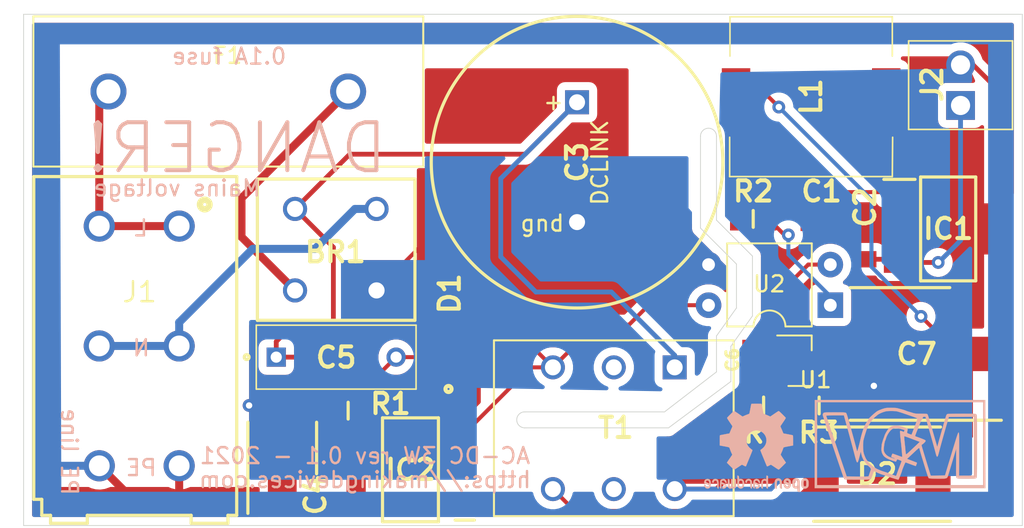
<source format=kicad_pcb>
(kicad_pcb (version 20171130) (host pcbnew "(5.1.12-1-g0a0a2da680)-1")

  (general
    (thickness 1.6)
    (drawings 41)
    (tracks 136)
    (zones 0)
    (modules 25)
    (nets 18)
  )

  (page A4)
  (layers
    (0 F.Cu signal)
    (31 B.Cu signal)
    (32 B.Adhes user)
    (33 F.Adhes user)
    (34 B.Paste user)
    (35 F.Paste user)
    (36 B.SilkS user)
    (37 F.SilkS user)
    (38 B.Mask user)
    (39 F.Mask user)
    (40 Dwgs.User user)
    (41 Cmts.User user)
    (42 Eco1.User user)
    (43 Eco2.User user)
    (44 Edge.Cuts user)
    (45 Margin user)
    (46 B.CrtYd user)
    (47 F.CrtYd user)
    (48 B.Fab user)
    (49 F.Fab user)
  )

  (setup
    (last_trace_width 0.25)
    (trace_clearance 0.2)
    (zone_clearance 0.508)
    (zone_45_only no)
    (trace_min 0.2)
    (via_size 0.8)
    (via_drill 0.4)
    (via_min_size 0.4)
    (via_min_drill 0.3)
    (uvia_size 0.3)
    (uvia_drill 0.1)
    (uvias_allowed no)
    (uvia_min_size 0.2)
    (uvia_min_drill 0.1)
    (edge_width 0.05)
    (segment_width 0.2)
    (pcb_text_width 0.3)
    (pcb_text_size 1.5 1.5)
    (mod_edge_width 0.12)
    (mod_text_size 1 1)
    (mod_text_width 0.15)
    (pad_size 1.524 1.524)
    (pad_drill 0.762)
    (pad_to_mask_clearance 0)
    (aux_axis_origin 0 0)
    (visible_elements 7FFFFFFF)
    (pcbplotparams
      (layerselection 0x010fc_ffffffff)
      (usegerberextensions false)
      (usegerberattributes true)
      (usegerberadvancedattributes true)
      (creategerberjobfile true)
      (excludeedgelayer true)
      (linewidth 0.100000)
      (plotframeref false)
      (viasonmask false)
      (mode 1)
      (useauxorigin false)
      (hpglpennumber 1)
      (hpglpenspeed 20)
      (hpglpendiameter 15.000000)
      (psnegative false)
      (psa4output false)
      (plotreference true)
      (plotvalue true)
      (plotinvisibletext false)
      (padsonsilk false)
      (subtractmaskfromsilk false)
      (outputformat 1)
      (mirror false)
      (drillshape 0)
      (scaleselection 1)
      (outputdirectory "../../gerber/"))
  )

  (net 0 "")
  (net 1 GND_iso)
  (net 2 7V)
  (net 3 3.3V)
  (net 4 "Net-(C4-Pad1)")
  (net 5 "Net-(C5-Pad2)")
  (net 6 "Net-(C6-Pad2)")
  (net 7 "Net-(C6-Pad1)")
  (net 8 "Net-(C7-Pad1)")
  (net 9 "Net-(D1-Pad2)")
  (net 10 "Net-(D2-Pad2)")
  (net 11 PE)
  (net 12 "Net-(R2-Pad2)")
  (net 13 /GND)
  (net 14 /DClink+)
  (net 15 /AC_F_L)
  (net 16 /AC_N)
  (net 17 /AC_L)

  (net_class Default "This is the default net class."
    (clearance 0.2)
    (trace_width 0.25)
    (via_dia 0.8)
    (via_drill 0.4)
    (uvia_dia 0.3)
    (uvia_drill 0.1)
    (add_net /GND)
    (add_net 7V)
    (add_net "Net-(C4-Pad1)")
    (add_net "Net-(C5-Pad2)")
    (add_net "Net-(C6-Pad1)")
    (add_net "Net-(C6-Pad2)")
    (add_net "Net-(C7-Pad1)")
    (add_net "Net-(D1-Pad2)")
    (add_net "Net-(D2-Pad2)")
    (add_net "Net-(R2-Pad2)")
  )

  (net_class AC ""
    (clearance 0.25)
    (trace_width 0.5)
    (via_dia 0.8)
    (via_drill 0.4)
    (uvia_dia 0.3)
    (uvia_drill 0.1)
    (add_net /AC_F_L)
    (add_net /AC_L)
    (add_net /AC_N)
    (add_net PE)
  )

  (net_class Power ""
    (clearance 0.2)
    (trace_width 0.3)
    (via_dia 0.8)
    (via_drill 0.4)
    (uvia_dia 0.3)
    (uvia_drill 0.1)
    (add_net /DClink+)
    (add_net 3.3V)
    (add_net GND_iso)
  )

  (module Symbol:OSHW-Logo2_7.3x6mm_SilkScreen (layer B.Cu) (tedit 0) (tstamp 619D3337)
    (at 92.5 87.25 180)
    (descr "Open Source Hardware Symbol")
    (tags "Logo Symbol OSHW")
    (attr virtual)
    (fp_text reference REF** (at 0 0) (layer B.SilkS) hide
      (effects (font (size 1 1) (thickness 0.15)) (justify mirror))
    )
    (fp_text value OSHW-Logo2_7.3x6mm_SilkScreen (at 0.75 0) (layer B.Fab) hide
      (effects (font (size 1 1) (thickness 0.15)) (justify mirror))
    )
    (fp_poly (pts (xy 0.10391 2.757652) (xy 0.182454 2.757222) (xy 0.239298 2.756058) (xy 0.278105 2.753793)
      (xy 0.302538 2.75006) (xy 0.316262 2.744494) (xy 0.32294 2.736727) (xy 0.326236 2.726395)
      (xy 0.326556 2.725057) (xy 0.331562 2.700921) (xy 0.340829 2.653299) (xy 0.353392 2.587259)
      (xy 0.368287 2.507872) (xy 0.384551 2.420204) (xy 0.385119 2.417125) (xy 0.40141 2.331211)
      (xy 0.416652 2.255304) (xy 0.429861 2.193955) (xy 0.440054 2.151718) (xy 0.446248 2.133145)
      (xy 0.446543 2.132816) (xy 0.464788 2.123747) (xy 0.502405 2.108633) (xy 0.551271 2.090738)
      (xy 0.551543 2.090642) (xy 0.613093 2.067507) (xy 0.685657 2.038035) (xy 0.754057 2.008403)
      (xy 0.757294 2.006938) (xy 0.868702 1.956374) (xy 1.115399 2.12484) (xy 1.191077 2.176197)
      (xy 1.259631 2.222111) (xy 1.317088 2.25997) (xy 1.359476 2.287163) (xy 1.382825 2.301079)
      (xy 1.385042 2.302111) (xy 1.40201 2.297516) (xy 1.433701 2.275345) (xy 1.481352 2.234553)
      (xy 1.546198 2.174095) (xy 1.612397 2.109773) (xy 1.676214 2.046388) (xy 1.733329 1.988549)
      (xy 1.780305 1.939825) (xy 1.813703 1.90379) (xy 1.830085 1.884016) (xy 1.830694 1.882998)
      (xy 1.832505 1.869428) (xy 1.825683 1.847267) (xy 1.80854 1.813522) (xy 1.779393 1.7652)
      (xy 1.736555 1.699308) (xy 1.679448 1.614483) (xy 1.628766 1.539823) (xy 1.583461 1.47286)
      (xy 1.54615 1.417484) (xy 1.519452 1.37758) (xy 1.505985 1.357038) (xy 1.505137 1.355644)
      (xy 1.506781 1.335962) (xy 1.519245 1.297707) (xy 1.540048 1.248111) (xy 1.547462 1.232272)
      (xy 1.579814 1.16171) (xy 1.614328 1.081647) (xy 1.642365 1.012371) (xy 1.662568 0.960955)
      (xy 1.678615 0.921881) (xy 1.687888 0.901459) (xy 1.689041 0.899886) (xy 1.706096 0.897279)
      (xy 1.746298 0.890137) (xy 1.804302 0.879477) (xy 1.874763 0.866315) (xy 1.952335 0.851667)
      (xy 2.031672 0.836551) (xy 2.107431 0.821982) (xy 2.174264 0.808978) (xy 2.226828 0.798555)
      (xy 2.259776 0.79173) (xy 2.267857 0.789801) (xy 2.276205 0.785038) (xy 2.282506 0.774282)
      (xy 2.287045 0.753902) (xy 2.290104 0.720266) (xy 2.291967 0.669745) (xy 2.292918 0.598708)
      (xy 2.29324 0.503524) (xy 2.293257 0.464508) (xy 2.293257 0.147201) (xy 2.217057 0.132161)
      (xy 2.174663 0.124005) (xy 2.1114 0.112101) (xy 2.034962 0.097884) (xy 1.953043 0.08279)
      (xy 1.9304 0.078645) (xy 1.854806 0.063947) (xy 1.788953 0.049495) (xy 1.738366 0.036625)
      (xy 1.708574 0.026678) (xy 1.703612 0.023713) (xy 1.691426 0.002717) (xy 1.673953 -0.037967)
      (xy 1.654577 -0.090322) (xy 1.650734 -0.1016) (xy 1.625339 -0.171523) (xy 1.593817 -0.250418)
      (xy 1.562969 -0.321266) (xy 1.562817 -0.321595) (xy 1.511447 -0.432733) (xy 1.680399 -0.681253)
      (xy 1.849352 -0.929772) (xy 1.632429 -1.147058) (xy 1.566819 -1.211726) (xy 1.506979 -1.268733)
      (xy 1.456267 -1.315033) (xy 1.418046 -1.347584) (xy 1.395675 -1.363343) (xy 1.392466 -1.364343)
      (xy 1.373626 -1.356469) (xy 1.33518 -1.334578) (xy 1.28133 -1.301267) (xy 1.216276 -1.259131)
      (xy 1.14594 -1.211943) (xy 1.074555 -1.16381) (xy 1.010908 -1.121928) (xy 0.959041 -1.088871)
      (xy 0.922995 -1.067218) (xy 0.906867 -1.059543) (xy 0.887189 -1.066037) (xy 0.849875 -1.08315)
      (xy 0.802621 -1.107326) (xy 0.797612 -1.110013) (xy 0.733977 -1.141927) (xy 0.690341 -1.157579)
      (xy 0.663202 -1.157745) (xy 0.649057 -1.143204) (xy 0.648975 -1.143) (xy 0.641905 -1.125779)
      (xy 0.625042 -1.084899) (xy 0.599695 -1.023525) (xy 0.567171 -0.944819) (xy 0.528778 -0.851947)
      (xy 0.485822 -0.748072) (xy 0.444222 -0.647502) (xy 0.398504 -0.536516) (xy 0.356526 -0.433703)
      (xy 0.319548 -0.342215) (xy 0.288827 -0.265201) (xy 0.265622 -0.205815) (xy 0.25119 -0.167209)
      (xy 0.246743 -0.1528) (xy 0.257896 -0.136272) (xy 0.287069 -0.10993) (xy 0.325971 -0.080887)
      (xy 0.436757 0.010961) (xy 0.523351 0.116241) (xy 0.584716 0.232734) (xy 0.619815 0.358224)
      (xy 0.627608 0.490493) (xy 0.621943 0.551543) (xy 0.591078 0.678205) (xy 0.53792 0.790059)
      (xy 0.465767 0.885999) (xy 0.377917 0.964924) (xy 0.277665 1.02573) (xy 0.16831 1.067313)
      (xy 0.053147 1.088572) (xy -0.064525 1.088401) (xy -0.18141 1.065699) (xy -0.294211 1.019362)
      (xy -0.399631 0.948287) (xy -0.443632 0.908089) (xy -0.528021 0.804871) (xy -0.586778 0.692075)
      (xy -0.620296 0.57299) (xy -0.628965 0.450905) (xy -0.613177 0.329107) (xy -0.573322 0.210884)
      (xy -0.509793 0.099525) (xy -0.422979 -0.001684) (xy -0.325971 -0.080887) (xy -0.285563 -0.111162)
      (xy -0.257018 -0.137219) (xy -0.246743 -0.152825) (xy -0.252123 -0.169843) (xy -0.267425 -0.2105)
      (xy -0.291388 -0.271642) (xy -0.322756 -0.350119) (xy -0.360268 -0.44278) (xy -0.402667 -0.546472)
      (xy -0.444337 -0.647526) (xy -0.49031 -0.758607) (xy -0.532893 -0.861541) (xy -0.570779 -0.953165)
      (xy -0.60266 -1.030316) (xy -0.627229 -1.089831) (xy -0.64318 -1.128544) (xy -0.64909 -1.143)
      (xy -0.663052 -1.157685) (xy -0.69006 -1.157642) (xy -0.733587 -1.142099) (xy -0.79711 -1.110284)
      (xy -0.797612 -1.110013) (xy -0.84544 -1.085323) (xy -0.884103 -1.067338) (xy -0.905905 -1.059614)
      (xy -0.906867 -1.059543) (xy -0.923279 -1.067378) (xy -0.959513 -1.089165) (xy -1.011526 -1.122328)
      (xy -1.075275 -1.164291) (xy -1.14594 -1.211943) (xy -1.217884 -1.260191) (xy -1.282726 -1.302151)
      (xy -1.336265 -1.335227) (xy -1.374303 -1.356821) (xy -1.392467 -1.364343) (xy -1.409192 -1.354457)
      (xy -1.44282 -1.326826) (xy -1.48999 -1.284495) (xy -1.547342 -1.230505) (xy -1.611516 -1.167899)
      (xy -1.632503 -1.146983) (xy -1.849501 -0.929623) (xy -1.684332 -0.68722) (xy -1.634136 -0.612781)
      (xy -1.590081 -0.545972) (xy -1.554638 -0.490665) (xy -1.530281 -0.450729) (xy -1.519478 -0.430036)
      (xy -1.519162 -0.428563) (xy -1.524857 -0.409058) (xy -1.540174 -0.369822) (xy -1.562463 -0.31743)
      (xy -1.578107 -0.282355) (xy -1.607359 -0.215201) (xy -1.634906 -0.147358) (xy -1.656263 -0.090034)
      (xy -1.662065 -0.072572) (xy -1.678548 -0.025938) (xy -1.69466 0.010095) (xy -1.70351 0.023713)
      (xy -1.72304 0.032048) (xy -1.765666 0.043863) (xy -1.825855 0.057819) (xy -1.898078 0.072578)
      (xy -1.9304 0.078645) (xy -2.012478 0.093727) (xy -2.091205 0.108331) (xy -2.158891 0.12102)
      (xy -2.20784 0.130358) (xy -2.217057 0.132161) (xy -2.293257 0.147201) (xy -2.293257 0.464508)
      (xy -2.293086 0.568846) (xy -2.292384 0.647787) (xy -2.290866 0.704962) (xy -2.288251 0.744001)
      (xy -2.284254 0.768535) (xy -2.278591 0.782195) (xy -2.27098 0.788611) (xy -2.267857 0.789801)
      (xy -2.249022 0.79402) (xy -2.207412 0.802438) (xy -2.14837 0.814039) (xy -2.077243 0.827805)
      (xy -1.999375 0.84272) (xy -1.920113 0.857768) (xy -1.844802 0.871931) (xy -1.778787 0.884194)
      (xy -1.727413 0.893539) (xy -1.696025 0.89895) (xy -1.689041 0.899886) (xy -1.682715 0.912404)
      (xy -1.66871 0.945754) (xy -1.649645 0.993623) (xy -1.642366 1.012371) (xy -1.613004 1.084805)
      (xy -1.578429 1.16483) (xy -1.547463 1.232272) (xy -1.524677 1.283841) (xy -1.509518 1.326215)
      (xy -1.504458 1.352166) (xy -1.505264 1.355644) (xy -1.515959 1.372064) (xy -1.54038 1.408583)
      (xy -1.575905 1.461313) (xy -1.619913 1.526365) (xy -1.669783 1.599849) (xy -1.679644 1.614355)
      (xy -1.737508 1.700296) (xy -1.780044 1.765739) (xy -1.808946 1.813696) (xy -1.82591 1.84718)
      (xy -1.832633 1.869205) (xy -1.83081 1.882783) (xy -1.830764 1.882869) (xy -1.816414 1.900703)
      (xy -1.784677 1.935183) (xy -1.73899 1.982732) (xy -1.682796 2.039778) (xy -1.619532 2.102745)
      (xy -1.612398 2.109773) (xy -1.53267 2.18698) (xy -1.471143 2.24367) (xy -1.426579 2.28089)
      (xy -1.397743 2.299685) (xy -1.385042 2.302111) (xy -1.366506 2.291529) (xy -1.328039 2.267084)
      (xy -1.273614 2.231388) (xy -1.207202 2.187053) (xy -1.132775 2.136689) (xy -1.115399 2.12484)
      (xy -0.868703 1.956374) (xy -0.757294 2.006938) (xy -0.689543 2.036405) (xy -0.616817 2.066041)
      (xy -0.554297 2.08967) (xy -0.551543 2.090642) (xy -0.50264 2.108543) (xy -0.464943 2.12368)
      (xy -0.446575 2.13279) (xy -0.446544 2.132816) (xy -0.440715 2.149283) (xy -0.430808 2.189781)
      (xy -0.417805 2.249758) (xy -0.402691 2.32466) (xy -0.386448 2.409936) (xy -0.385119 2.417125)
      (xy -0.368825 2.504986) (xy -0.353867 2.58474) (xy -0.341209 2.651319) (xy -0.331814 2.699653)
      (xy -0.326646 2.724675) (xy -0.326556 2.725057) (xy -0.323411 2.735701) (xy -0.317296 2.743738)
      (xy -0.304547 2.749533) (xy -0.2815 2.753453) (xy -0.244491 2.755865) (xy -0.189856 2.757135)
      (xy -0.113933 2.757629) (xy -0.013056 2.757714) (xy 0 2.757714) (xy 0.10391 2.757652)) (layer B.SilkS) (width 0.01))
    (fp_poly (pts (xy 3.153595 -1.966966) (xy 3.211021 -2.004497) (xy 3.238719 -2.038096) (xy 3.260662 -2.099064)
      (xy 3.262405 -2.147308) (xy 3.258457 -2.211816) (xy 3.109686 -2.276934) (xy 3.037349 -2.310202)
      (xy 2.990084 -2.336964) (xy 2.965507 -2.360144) (xy 2.961237 -2.382667) (xy 2.974889 -2.407455)
      (xy 2.989943 -2.423886) (xy 3.033746 -2.450235) (xy 3.081389 -2.452081) (xy 3.125145 -2.431546)
      (xy 3.157289 -2.390752) (xy 3.163038 -2.376347) (xy 3.190576 -2.331356) (xy 3.222258 -2.312182)
      (xy 3.265714 -2.295779) (xy 3.265714 -2.357966) (xy 3.261872 -2.400283) (xy 3.246823 -2.435969)
      (xy 3.21528 -2.476943) (xy 3.210592 -2.482267) (xy 3.175506 -2.51872) (xy 3.145347 -2.538283)
      (xy 3.107615 -2.547283) (xy 3.076335 -2.55023) (xy 3.020385 -2.550965) (xy 2.980555 -2.54166)
      (xy 2.955708 -2.527846) (xy 2.916656 -2.497467) (xy 2.889625 -2.464613) (xy 2.872517 -2.423294)
      (xy 2.863238 -2.367521) (xy 2.859693 -2.291305) (xy 2.85941 -2.252622) (xy 2.860372 -2.206247)
      (xy 2.948007 -2.206247) (xy 2.949023 -2.231126) (xy 2.951556 -2.2352) (xy 2.968274 -2.229665)
      (xy 3.004249 -2.215017) (xy 3.052331 -2.19419) (xy 3.062386 -2.189714) (xy 3.123152 -2.158814)
      (xy 3.156632 -2.131657) (xy 3.16399 -2.10622) (xy 3.146391 -2.080481) (xy 3.131856 -2.069109)
      (xy 3.07941 -2.046364) (xy 3.030322 -2.050122) (xy 2.989227 -2.077884) (xy 2.960758 -2.127152)
      (xy 2.951631 -2.166257) (xy 2.948007 -2.206247) (xy 2.860372 -2.206247) (xy 2.861285 -2.162249)
      (xy 2.868196 -2.095384) (xy 2.881884 -2.046695) (xy 2.904096 -2.010849) (xy 2.936574 -1.982513)
      (xy 2.950733 -1.973355) (xy 3.015053 -1.949507) (xy 3.085473 -1.948006) (xy 3.153595 -1.966966)) (layer B.SilkS) (width 0.01))
    (fp_poly (pts (xy 2.6526 -1.958752) (xy 2.669948 -1.966334) (xy 2.711356 -1.999128) (xy 2.746765 -2.046547)
      (xy 2.768664 -2.097151) (xy 2.772229 -2.122098) (xy 2.760279 -2.156927) (xy 2.734067 -2.175357)
      (xy 2.705964 -2.186516) (xy 2.693095 -2.188572) (xy 2.686829 -2.173649) (xy 2.674456 -2.141175)
      (xy 2.669028 -2.126502) (xy 2.63859 -2.075744) (xy 2.59452 -2.050427) (xy 2.53801 -2.051206)
      (xy 2.533825 -2.052203) (xy 2.503655 -2.066507) (xy 2.481476 -2.094393) (xy 2.466327 -2.139287)
      (xy 2.45725 -2.204615) (xy 2.453286 -2.293804) (xy 2.452914 -2.341261) (xy 2.45273 -2.416071)
      (xy 2.451522 -2.467069) (xy 2.448309 -2.499471) (xy 2.442109 -2.518495) (xy 2.43194 -2.529356)
      (xy 2.416819 -2.537272) (xy 2.415946 -2.53767) (xy 2.386828 -2.549981) (xy 2.372403 -2.554514)
      (xy 2.370186 -2.540809) (xy 2.368289 -2.502925) (xy 2.366847 -2.445715) (xy 2.365998 -2.374027)
      (xy 2.365829 -2.321565) (xy 2.366692 -2.220047) (xy 2.37007 -2.143032) (xy 2.377142 -2.086023)
      (xy 2.389088 -2.044526) (xy 2.40709 -2.014043) (xy 2.432327 -1.99008) (xy 2.457247 -1.973355)
      (xy 2.517171 -1.951097) (xy 2.586911 -1.946076) (xy 2.6526 -1.958752)) (layer B.SilkS) (width 0.01))
    (fp_poly (pts (xy 2.144876 -1.956335) (xy 2.186667 -1.975344) (xy 2.219469 -1.998378) (xy 2.243503 -2.024133)
      (xy 2.260097 -2.057358) (xy 2.270577 -2.1028) (xy 2.276271 -2.165207) (xy 2.278507 -2.249327)
      (xy 2.278743 -2.304721) (xy 2.278743 -2.520826) (xy 2.241774 -2.53767) (xy 2.212656 -2.549981)
      (xy 2.198231 -2.554514) (xy 2.195472 -2.541025) (xy 2.193282 -2.504653) (xy 2.191942 -2.451542)
      (xy 2.191657 -2.409372) (xy 2.190434 -2.348447) (xy 2.187136 -2.300115) (xy 2.182321 -2.270518)
      (xy 2.178496 -2.264229) (xy 2.152783 -2.270652) (xy 2.112418 -2.287125) (xy 2.065679 -2.309458)
      (xy 2.020845 -2.333457) (xy 1.986193 -2.35493) (xy 1.970002 -2.369685) (xy 1.969938 -2.369845)
      (xy 1.97133 -2.397152) (xy 1.983818 -2.423219) (xy 2.005743 -2.444392) (xy 2.037743 -2.451474)
      (xy 2.065092 -2.450649) (xy 2.103826 -2.450042) (xy 2.124158 -2.459116) (xy 2.136369 -2.483092)
      (xy 2.137909 -2.487613) (xy 2.143203 -2.521806) (xy 2.129047 -2.542568) (xy 2.092148 -2.552462)
      (xy 2.052289 -2.554292) (xy 1.980562 -2.540727) (xy 1.943432 -2.521355) (xy 1.897576 -2.475845)
      (xy 1.873256 -2.419983) (xy 1.871073 -2.360957) (xy 1.891629 -2.305953) (xy 1.922549 -2.271486)
      (xy 1.95342 -2.252189) (xy 2.001942 -2.227759) (xy 2.058485 -2.202985) (xy 2.06791 -2.199199)
      (xy 2.130019 -2.171791) (xy 2.165822 -2.147634) (xy 2.177337 -2.123619) (xy 2.16658 -2.096635)
      (xy 2.148114 -2.075543) (xy 2.104469 -2.049572) (xy 2.056446 -2.047624) (xy 2.012406 -2.067637)
      (xy 1.980709 -2.107551) (xy 1.976549 -2.117848) (xy 1.952327 -2.155724) (xy 1.916965 -2.183842)
      (xy 1.872343 -2.206917) (xy 1.872343 -2.141485) (xy 1.874969 -2.101506) (xy 1.88623 -2.069997)
      (xy 1.911199 -2.036378) (xy 1.935169 -2.010484) (xy 1.972441 -1.973817) (xy 2.001401 -1.954121)
      (xy 2.032505 -1.94622) (xy 2.067713 -1.944914) (xy 2.144876 -1.956335)) (layer B.SilkS) (width 0.01))
    (fp_poly (pts (xy 1.779833 -1.958663) (xy 1.782048 -1.99685) (xy 1.783784 -2.054886) (xy 1.784899 -2.12818)
      (xy 1.785257 -2.205055) (xy 1.785257 -2.465196) (xy 1.739326 -2.511127) (xy 1.707675 -2.539429)
      (xy 1.67989 -2.550893) (xy 1.641915 -2.550168) (xy 1.62684 -2.548321) (xy 1.579726 -2.542948)
      (xy 1.540756 -2.539869) (xy 1.531257 -2.539585) (xy 1.499233 -2.541445) (xy 1.453432 -2.546114)
      (xy 1.435674 -2.548321) (xy 1.392057 -2.551735) (xy 1.362745 -2.54432) (xy 1.33368 -2.521427)
      (xy 1.323188 -2.511127) (xy 1.277257 -2.465196) (xy 1.277257 -1.978602) (xy 1.314226 -1.961758)
      (xy 1.346059 -1.949282) (xy 1.364683 -1.944914) (xy 1.369458 -1.958718) (xy 1.373921 -1.997286)
      (xy 1.377775 -2.056356) (xy 1.380722 -2.131663) (xy 1.382143 -2.195286) (xy 1.386114 -2.445657)
      (xy 1.420759 -2.450556) (xy 1.452268 -2.447131) (xy 1.467708 -2.436041) (xy 1.472023 -2.415308)
      (xy 1.475708 -2.371145) (xy 1.478469 -2.309146) (xy 1.480012 -2.234909) (xy 1.480235 -2.196706)
      (xy 1.480457 -1.976783) (xy 1.526166 -1.960849) (xy 1.558518 -1.950015) (xy 1.576115 -1.944962)
      (xy 1.576623 -1.944914) (xy 1.578388 -1.958648) (xy 1.580329 -1.99673) (xy 1.582282 -2.054482)
      (xy 1.584084 -2.127227) (xy 1.585343 -2.195286) (xy 1.589314 -2.445657) (xy 1.6764 -2.445657)
      (xy 1.680396 -2.21724) (xy 1.684392 -1.988822) (xy 1.726847 -1.966868) (xy 1.758192 -1.951793)
      (xy 1.776744 -1.944951) (xy 1.777279 -1.944914) (xy 1.779833 -1.958663)) (layer B.SilkS) (width 0.01))
    (fp_poly (pts (xy 1.190117 -2.065358) (xy 1.189933 -2.173837) (xy 1.189219 -2.257287) (xy 1.187675 -2.319704)
      (xy 1.185001 -2.365085) (xy 1.180894 -2.397429) (xy 1.175055 -2.420733) (xy 1.167182 -2.438995)
      (xy 1.161221 -2.449418) (xy 1.111855 -2.505945) (xy 1.049264 -2.541377) (xy 0.980013 -2.55409)
      (xy 0.910668 -2.542463) (xy 0.869375 -2.521568) (xy 0.826025 -2.485422) (xy 0.796481 -2.441276)
      (xy 0.778655 -2.383462) (xy 0.770463 -2.306313) (xy 0.769302 -2.249714) (xy 0.769458 -2.245647)
      (xy 0.870857 -2.245647) (xy 0.871476 -2.31055) (xy 0.874314 -2.353514) (xy 0.88084 -2.381622)
      (xy 0.892523 -2.401953) (xy 0.906483 -2.417288) (xy 0.953365 -2.44689) (xy 1.003701 -2.449419)
      (xy 1.051276 -2.424705) (xy 1.054979 -2.421356) (xy 1.070783 -2.403935) (xy 1.080693 -2.383209)
      (xy 1.086058 -2.352362) (xy 1.088228 -2.304577) (xy 1.088571 -2.251748) (xy 1.087827 -2.185381)
      (xy 1.084748 -2.141106) (xy 1.078061 -2.112009) (xy 1.066496 -2.091173) (xy 1.057013 -2.080107)
      (xy 1.01296 -2.052198) (xy 0.962224 -2.048843) (xy 0.913796 -2.070159) (xy 0.90445 -2.078073)
      (xy 0.88854 -2.095647) (xy 0.87861 -2.116587) (xy 0.873278 -2.147782) (xy 0.871163 -2.196122)
      (xy 0.870857 -2.245647) (xy 0.769458 -2.245647) (xy 0.77281 -2.158568) (xy 0.784726 -2.090086)
      (xy 0.807135 -2.0386) (xy 0.842124 -1.998443) (xy 0.869375 -1.977861) (xy 0.918907 -1.955625)
      (xy 0.976316 -1.945304) (xy 1.029682 -1.948067) (xy 1.059543 -1.959212) (xy 1.071261 -1.962383)
      (xy 1.079037 -1.950557) (xy 1.084465 -1.918866) (xy 1.088571 -1.870593) (xy 1.093067 -1.816829)
      (xy 1.099313 -1.784482) (xy 1.110676 -1.765985) (xy 1.130528 -1.75377) (xy 1.143 -1.748362)
      (xy 1.190171 -1.728601) (xy 1.190117 -2.065358)) (layer B.SilkS) (width 0.01))
    (fp_poly (pts (xy 0.529926 -1.949755) (xy 0.595858 -1.974084) (xy 0.649273 -2.017117) (xy 0.670164 -2.047409)
      (xy 0.692939 -2.102994) (xy 0.692466 -2.143186) (xy 0.668562 -2.170217) (xy 0.659717 -2.174813)
      (xy 0.62153 -2.189144) (xy 0.602028 -2.185472) (xy 0.595422 -2.161407) (xy 0.595086 -2.148114)
      (xy 0.582992 -2.09921) (xy 0.551471 -2.064999) (xy 0.507659 -2.048476) (xy 0.458695 -2.052634)
      (xy 0.418894 -2.074227) (xy 0.40545 -2.086544) (xy 0.395921 -2.101487) (xy 0.389485 -2.124075)
      (xy 0.385317 -2.159328) (xy 0.382597 -2.212266) (xy 0.380502 -2.287907) (xy 0.37996 -2.311857)
      (xy 0.377981 -2.39379) (xy 0.375731 -2.451455) (xy 0.372357 -2.489608) (xy 0.367006 -2.513004)
      (xy 0.358824 -2.526398) (xy 0.346959 -2.534545) (xy 0.339362 -2.538144) (xy 0.307102 -2.550452)
      (xy 0.288111 -2.554514) (xy 0.281836 -2.540948) (xy 0.278006 -2.499934) (xy 0.2766 -2.430999)
      (xy 0.277598 -2.333669) (xy 0.277908 -2.318657) (xy 0.280101 -2.229859) (xy 0.282693 -2.165019)
      (xy 0.286382 -2.119067) (xy 0.291864 -2.086935) (xy 0.299835 -2.063553) (xy 0.310993 -2.043852)
      (xy 0.31683 -2.03541) (xy 0.350296 -1.998057) (xy 0.387727 -1.969003) (xy 0.392309 -1.966467)
      (xy 0.459426 -1.946443) (xy 0.529926 -1.949755)) (layer B.SilkS) (width 0.01))
    (fp_poly (pts (xy 0.039744 -1.950968) (xy 0.096616 -1.972087) (xy 0.097267 -1.972493) (xy 0.13244 -1.99838)
      (xy 0.158407 -2.028633) (xy 0.17667 -2.068058) (xy 0.188732 -2.121462) (xy 0.196096 -2.193651)
      (xy 0.200264 -2.289432) (xy 0.200629 -2.303078) (xy 0.205876 -2.508842) (xy 0.161716 -2.531678)
      (xy 0.129763 -2.54711) (xy 0.11047 -2.554423) (xy 0.109578 -2.554514) (xy 0.106239 -2.541022)
      (xy 0.103587 -2.504626) (xy 0.101956 -2.451452) (xy 0.1016 -2.408393) (xy 0.101592 -2.338641)
      (xy 0.098403 -2.294837) (xy 0.087288 -2.273944) (xy 0.063501 -2.272925) (xy 0.022296 -2.288741)
      (xy -0.039914 -2.317815) (xy -0.085659 -2.341963) (xy -0.109187 -2.362913) (xy -0.116104 -2.385747)
      (xy -0.116114 -2.386877) (xy -0.104701 -2.426212) (xy -0.070908 -2.447462) (xy -0.019191 -2.450539)
      (xy 0.018061 -2.450006) (xy 0.037703 -2.460735) (xy 0.049952 -2.486505) (xy 0.057002 -2.519337)
      (xy 0.046842 -2.537966) (xy 0.043017 -2.540632) (xy 0.007001 -2.55134) (xy -0.043434 -2.552856)
      (xy -0.095374 -2.545759) (xy -0.132178 -2.532788) (xy -0.183062 -2.489585) (xy -0.211986 -2.429446)
      (xy -0.217714 -2.382462) (xy -0.213343 -2.340082) (xy -0.197525 -2.305488) (xy -0.166203 -2.274763)
      (xy -0.115322 -2.24399) (xy -0.040824 -2.209252) (xy -0.036286 -2.207288) (xy 0.030821 -2.176287)
      (xy 0.072232 -2.150862) (xy 0.089981 -2.128014) (xy 0.086107 -2.104745) (xy 0.062643 -2.078056)
      (xy 0.055627 -2.071914) (xy 0.00863 -2.0481) (xy -0.040067 -2.049103) (xy -0.082478 -2.072451)
      (xy -0.110616 -2.115675) (xy -0.113231 -2.12416) (xy -0.138692 -2.165308) (xy -0.170999 -2.185128)
      (xy -0.217714 -2.20477) (xy -0.217714 -2.15395) (xy -0.203504 -2.080082) (xy -0.161325 -2.012327)
      (xy -0.139376 -1.989661) (xy -0.089483 -1.960569) (xy -0.026033 -1.9474) (xy 0.039744 -1.950968)) (layer B.SilkS) (width 0.01))
    (fp_poly (pts (xy -0.624114 -1.851289) (xy -0.619861 -1.910613) (xy -0.614975 -1.945572) (xy -0.608205 -1.96082)
      (xy -0.598298 -1.961015) (xy -0.595086 -1.959195) (xy -0.552356 -1.946015) (xy -0.496773 -1.946785)
      (xy -0.440263 -1.960333) (xy -0.404918 -1.977861) (xy -0.368679 -2.005861) (xy -0.342187 -2.037549)
      (xy -0.324001 -2.077813) (xy -0.312678 -2.131543) (xy -0.306778 -2.203626) (xy -0.304857 -2.298951)
      (xy -0.304823 -2.317237) (xy -0.3048 -2.522646) (xy -0.350509 -2.53858) (xy -0.382973 -2.54942)
      (xy -0.400785 -2.554468) (xy -0.401309 -2.554514) (xy -0.403063 -2.540828) (xy -0.404556 -2.503076)
      (xy -0.405674 -2.446224) (xy -0.406303 -2.375234) (xy -0.4064 -2.332073) (xy -0.406602 -2.246973)
      (xy -0.407642 -2.185981) (xy -0.410169 -2.144177) (xy -0.414836 -2.116642) (xy -0.422293 -2.098456)
      (xy -0.433189 -2.084698) (xy -0.439993 -2.078073) (xy -0.486728 -2.051375) (xy -0.537728 -2.049375)
      (xy -0.583999 -2.071955) (xy -0.592556 -2.080107) (xy -0.605107 -2.095436) (xy -0.613812 -2.113618)
      (xy -0.619369 -2.139909) (xy -0.622474 -2.179562) (xy -0.623824 -2.237832) (xy -0.624114 -2.318173)
      (xy -0.624114 -2.522646) (xy -0.669823 -2.53858) (xy -0.702287 -2.54942) (xy -0.720099 -2.554468)
      (xy -0.720623 -2.554514) (xy -0.721963 -2.540623) (xy -0.723172 -2.501439) (xy -0.724199 -2.4407)
      (xy -0.724998 -2.362141) (xy -0.725519 -2.269498) (xy -0.725714 -2.166509) (xy -0.725714 -1.769342)
      (xy -0.678543 -1.749444) (xy -0.631371 -1.729547) (xy -0.624114 -1.851289)) (layer B.SilkS) (width 0.01))
    (fp_poly (pts (xy -1.831697 -1.931239) (xy -1.774473 -1.969735) (xy -1.730251 -2.025335) (xy -1.703833 -2.096086)
      (xy -1.69849 -2.148162) (xy -1.699097 -2.169893) (xy -1.704178 -2.186531) (xy -1.718145 -2.201437)
      (xy -1.745411 -2.217973) (xy -1.790388 -2.239498) (xy -1.857489 -2.269374) (xy -1.857829 -2.269524)
      (xy -1.919593 -2.297813) (xy -1.970241 -2.322933) (xy -2.004596 -2.342179) (xy -2.017482 -2.352848)
      (xy -2.017486 -2.352934) (xy -2.006128 -2.376166) (xy -1.979569 -2.401774) (xy -1.949077 -2.420221)
      (xy -1.93363 -2.423886) (xy -1.891485 -2.411212) (xy -1.855192 -2.379471) (xy -1.837483 -2.344572)
      (xy -1.820448 -2.318845) (xy -1.787078 -2.289546) (xy -1.747851 -2.264235) (xy -1.713244 -2.250471)
      (xy -1.706007 -2.249714) (xy -1.697861 -2.26216) (xy -1.69737 -2.293972) (xy -1.703357 -2.336866)
      (xy -1.714643 -2.382558) (xy -1.73005 -2.422761) (xy -1.730829 -2.424322) (xy -1.777196 -2.489062)
      (xy -1.837289 -2.533097) (xy -1.905535 -2.554711) (xy -1.976362 -2.552185) (xy -2.044196 -2.523804)
      (xy -2.047212 -2.521808) (xy -2.100573 -2.473448) (xy -2.13566 -2.410352) (xy -2.155078 -2.327387)
      (xy -2.157684 -2.304078) (xy -2.162299 -2.194055) (xy -2.156767 -2.142748) (xy -2.017486 -2.142748)
      (xy -2.015676 -2.174753) (xy -2.005778 -2.184093) (xy -1.981102 -2.177105) (xy -1.942205 -2.160587)
      (xy -1.898725 -2.139881) (xy -1.897644 -2.139333) (xy -1.860791 -2.119949) (xy -1.846 -2.107013)
      (xy -1.849647 -2.093451) (xy -1.865005 -2.075632) (xy -1.904077 -2.049845) (xy -1.946154 -2.04795)
      (xy -1.983897 -2.066717) (xy -2.009966 -2.102915) (xy -2.017486 -2.142748) (xy -2.156767 -2.142748)
      (xy -2.152806 -2.106027) (xy -2.12845 -2.036212) (xy -2.094544 -1.987302) (xy -2.033347 -1.937878)
      (xy -1.965937 -1.913359) (xy -1.89712 -1.911797) (xy -1.831697 -1.931239)) (layer B.SilkS) (width 0.01))
    (fp_poly (pts (xy -2.958885 -1.921962) (xy -2.890855 -1.957733) (xy -2.840649 -2.015301) (xy -2.822815 -2.052312)
      (xy -2.808937 -2.107882) (xy -2.801833 -2.178096) (xy -2.80116 -2.254727) (xy -2.806573 -2.329552)
      (xy -2.81773 -2.394342) (xy -2.834286 -2.440873) (xy -2.839374 -2.448887) (xy -2.899645 -2.508707)
      (xy -2.971231 -2.544535) (xy -3.048908 -2.55502) (xy -3.127452 -2.53881) (xy -3.149311 -2.529092)
      (xy -3.191878 -2.499143) (xy -3.229237 -2.459433) (xy -3.232768 -2.454397) (xy -3.247119 -2.430124)
      (xy -3.256606 -2.404178) (xy -3.26221 -2.370022) (xy -3.264914 -2.321119) (xy -3.265701 -2.250935)
      (xy -3.265714 -2.2352) (xy -3.265678 -2.230192) (xy -3.120571 -2.230192) (xy -3.119727 -2.29643)
      (xy -3.116404 -2.340386) (xy -3.109417 -2.368779) (xy -3.097584 -2.388325) (xy -3.091543 -2.394857)
      (xy -3.056814 -2.41968) (xy -3.023097 -2.418548) (xy -2.989005 -2.397016) (xy -2.968671 -2.374029)
      (xy -2.956629 -2.340478) (xy -2.949866 -2.287569) (xy -2.949402 -2.281399) (xy -2.948248 -2.185513)
      (xy -2.960312 -2.114299) (xy -2.98543 -2.068194) (xy -3.02344 -2.047635) (xy -3.037008 -2.046514)
      (xy -3.072636 -2.052152) (xy -3.097006 -2.071686) (xy -3.111907 -2.109042) (xy -3.119125 -2.16815)
      (xy -3.120571 -2.230192) (xy -3.265678 -2.230192) (xy -3.265174 -2.160413) (xy -3.262904 -2.108159)
      (xy -3.257932 -2.071949) (xy -3.249287 -2.045299) (xy -3.235995 -2.021722) (xy -3.233057 -2.017338)
      (xy -3.183687 -1.958249) (xy -3.129891 -1.923947) (xy -3.064398 -1.910331) (xy -3.042158 -1.909665)
      (xy -2.958885 -1.921962)) (layer B.SilkS) (width 0.01))
    (fp_poly (pts (xy -1.283907 -1.92778) (xy -1.237328 -1.954723) (xy -1.204943 -1.981466) (xy -1.181258 -2.009484)
      (xy -1.164941 -2.043748) (xy -1.154661 -2.089227) (xy -1.149086 -2.150892) (xy -1.146884 -2.233711)
      (xy -1.146629 -2.293246) (xy -1.146629 -2.512391) (xy -1.208314 -2.540044) (xy -1.27 -2.567697)
      (xy -1.277257 -2.32767) (xy -1.280256 -2.238028) (xy -1.283402 -2.172962) (xy -1.287299 -2.128026)
      (xy -1.292553 -2.09877) (xy -1.299769 -2.080748) (xy -1.30955 -2.069511) (xy -1.312688 -2.067079)
      (xy -1.360239 -2.048083) (xy -1.408303 -2.0556) (xy -1.436914 -2.075543) (xy -1.448553 -2.089675)
      (xy -1.456609 -2.10822) (xy -1.461729 -2.136334) (xy -1.464559 -2.179173) (xy -1.465744 -2.241895)
      (xy -1.465943 -2.307261) (xy -1.465982 -2.389268) (xy -1.467386 -2.447316) (xy -1.472086 -2.486465)
      (xy -1.482013 -2.51178) (xy -1.499097 -2.528323) (xy -1.525268 -2.541156) (xy -1.560225 -2.554491)
      (xy -1.598404 -2.569007) (xy -1.593859 -2.311389) (xy -1.592029 -2.218519) (xy -1.589888 -2.149889)
      (xy -1.586819 -2.100711) (xy -1.582206 -2.066198) (xy -1.575432 -2.041562) (xy -1.565881 -2.022016)
      (xy -1.554366 -2.00477) (xy -1.49881 -1.94968) (xy -1.43102 -1.917822) (xy -1.357287 -1.910191)
      (xy -1.283907 -1.92778)) (layer B.SilkS) (width 0.01))
    (fp_poly (pts (xy -2.400256 -1.919918) (xy -2.344799 -1.947568) (xy -2.295852 -1.99848) (xy -2.282371 -2.017338)
      (xy -2.267686 -2.042015) (xy -2.258158 -2.068816) (xy -2.252707 -2.104587) (xy -2.250253 -2.156169)
      (xy -2.249714 -2.224267) (xy -2.252148 -2.317588) (xy -2.260606 -2.387657) (xy -2.276826 -2.439931)
      (xy -2.302546 -2.479869) (xy -2.339503 -2.512929) (xy -2.342218 -2.514886) (xy -2.37864 -2.534908)
      (xy -2.422498 -2.544815) (xy -2.478276 -2.547257) (xy -2.568952 -2.547257) (xy -2.56899 -2.635283)
      (xy -2.569834 -2.684308) (xy -2.574976 -2.713065) (xy -2.588413 -2.730311) (xy -2.614142 -2.744808)
      (xy -2.620321 -2.747769) (xy -2.649236 -2.761648) (xy -2.671624 -2.770414) (xy -2.688271 -2.771171)
      (xy -2.699964 -2.761023) (xy -2.70749 -2.737073) (xy -2.711634 -2.696426) (xy -2.713185 -2.636186)
      (xy -2.712929 -2.553455) (xy -2.711651 -2.445339) (xy -2.711252 -2.413) (xy -2.709815 -2.301524)
      (xy -2.708528 -2.228603) (xy -2.569029 -2.228603) (xy -2.568245 -2.290499) (xy -2.56476 -2.330997)
      (xy -2.556876 -2.357708) (xy -2.542895 -2.378244) (xy -2.533403 -2.38826) (xy -2.494596 -2.417567)
      (xy -2.460237 -2.419952) (xy -2.424784 -2.39575) (xy -2.423886 -2.394857) (xy -2.409461 -2.376153)
      (xy -2.400687 -2.350732) (xy -2.396261 -2.311584) (xy -2.394882 -2.251697) (xy -2.394857 -2.23843)
      (xy -2.398188 -2.155901) (xy -2.409031 -2.098691) (xy -2.42866 -2.063766) (xy -2.45835 -2.048094)
      (xy -2.475509 -2.046514) (xy -2.516234 -2.053926) (xy -2.544168 -2.07833) (xy -2.560983 -2.12298)
      (xy -2.56835 -2.19113) (xy -2.569029 -2.228603) (xy -2.708528 -2.228603) (xy -2.708292 -2.215245)
      (xy -2.706323 -2.150333) (xy -2.70355 -2.102958) (xy -2.699612 -2.06929) (xy -2.694151 -2.045498)
      (xy -2.686808 -2.027753) (xy -2.677223 -2.012224) (xy -2.673113 -2.006381) (xy -2.618595 -1.951185)
      (xy -2.549664 -1.91989) (xy -2.469928 -1.911165) (xy -2.400256 -1.919918)) (layer B.SilkS) (width 0.01))
  )

  (module MDV:logo_MDV_3 (layer B.Cu) (tedit 0) (tstamp 619D2FD5)
    (at 101.5 87 180)
    (fp_text reference G*** (at 0 0) (layer B.SilkS) hide
      (effects (font (size 1.524 1.524) (thickness 0.3)) (justify mirror))
    )
    (fp_text value LOGO (at 0.75 0) (layer B.SilkS) hide
      (effects (font (size 1.524 1.524) (thickness 0.3)) (justify mirror))
    )
    (fp_poly (pts (xy 0.582083 2.253078) (xy 0.707857 2.252095) (xy 0.802412 2.249209) (xy 0.876862 2.242929)
      (xy 0.942319 2.231764) (xy 1.009896 2.214221) (xy 1.090707 2.18881) (xy 1.11125 2.182054)
      (xy 1.215597 2.144347) (xy 1.319234 2.101388) (xy 1.406272 2.059981) (xy 1.439333 2.041543)
      (xy 1.491601 2.005271) (xy 1.560531 1.951063) (xy 1.639658 1.884763) (xy 1.722513 1.812219)
      (xy 1.802633 1.739277) (xy 1.873549 1.671782) (xy 1.928797 1.615581) (xy 1.961909 1.576519)
      (xy 1.9685 1.563116) (xy 1.979384 1.536301) (xy 2.007919 1.485502) (xy 2.047875 1.421794)
      (xy 2.104918 1.33457) (xy 2.143569 1.274501) (xy 2.168764 1.233418) (xy 2.185441 1.20315)
      (xy 2.198535 1.175529) (xy 2.203537 1.164166) (xy 2.229701 1.104987) (xy 2.255429 1.04775)
      (xy 2.303778 0.928394) (xy 2.355252 0.778961) (xy 2.406251 0.611172) (xy 2.453177 0.436747)
      (xy 2.486233 0.296333) (xy 2.513612 0.175541) (xy 2.544123 0.048741) (xy 2.575963 -0.07741)
      (xy 2.607328 -0.196257) (xy 2.636416 -0.301144) (xy 2.661425 -0.385414) (xy 2.680551 -0.442412)
      (xy 2.691993 -0.465482) (xy 2.692615 -0.465667) (xy 2.707755 -0.448617) (xy 2.709333 -0.436128)
      (xy 2.714821 -0.410757) (xy 2.73061 -0.348353) (xy 2.75569 -0.252679) (xy 2.789049 -0.127495)
      (xy 2.829676 0.023437) (xy 2.876559 0.196355) (xy 2.928689 0.387498) (xy 2.985052 0.593104)
      (xy 3.026565 0.743914) (xy 3.097914 1.001775) (xy 3.159281 1.221451) (xy 3.211503 1.405682)
      (xy 3.255415 1.557211) (xy 3.291856 1.67878) (xy 3.321659 1.77313) (xy 3.345663 1.843003)
      (xy 3.364702 1.891141) (xy 3.379613 1.920287) (xy 3.388744 1.931458) (xy 3.404588 1.941869)
      (xy 3.42715 1.950143) (xy 3.461052 1.95652) (xy 3.510918 1.961243) (xy 3.581372 1.964553)
      (xy 3.677038 1.966691) (xy 3.802537 1.967898) (xy 3.962495 1.968417) (xy 4.098094 1.9685)
      (xy 4.28361 1.968391) (xy 4.43144 1.967878) (xy 4.546228 1.966682) (xy 4.632623 1.964526)
      (xy 4.695271 1.961132) (xy 4.738818 1.95622) (xy 4.76791 1.949512) (xy 4.787194 1.940731)
      (xy 4.801316 1.929598) (xy 4.804833 1.926167) (xy 4.83987 1.862458) (xy 4.847166 1.804137)
      (xy 4.840526 1.775747) (xy 4.821358 1.71066) (xy 4.790791 1.612248) (xy 4.749951 1.483884)
      (xy 4.699969 1.328941) (xy 4.641971 1.150792) (xy 4.577087 0.952809) (xy 4.506444 0.738366)
      (xy 4.43117 0.510835) (xy 4.352394 0.273589) (xy 4.271244 0.030001) (xy 4.188847 -0.216557)
      (xy 4.106334 -0.462711) (xy 4.02483 -0.70509) (xy 3.945465 -0.940319) (xy 3.869368 -1.165027)
      (xy 3.797665 -1.37584) (xy 3.731485 -1.569385) (xy 3.671957 -1.742291) (xy 3.620209 -1.891184)
      (xy 3.577368 -2.01269) (xy 3.544563 -2.103439) (xy 3.522923 -2.160056) (xy 3.515675 -2.176414)
      (xy 3.482726 -2.215971) (xy 3.459606 -2.230593) (xy 3.431212 -2.233591) (xy 3.365462 -2.236347)
      (xy 3.267331 -2.238779) (xy 3.141797 -2.240809) (xy 2.993836 -2.242354) (xy 2.828423 -2.243333)
      (xy 2.654685 -2.243667) (xy 2.453089 -2.243559) (xy 2.289573 -2.243099) (xy 2.159883 -2.242075)
      (xy 2.059766 -2.240282) (xy 1.984967 -2.23751) (xy 1.931234 -2.23355) (xy 1.894313 -2.228195)
      (xy 1.86995 -2.221235) (xy 1.853892 -2.212463) (xy 1.844117 -2.203951) (xy 1.820876 -2.167512)
      (xy 1.790175 -2.101254) (xy 1.756698 -2.015912) (xy 1.73565 -1.955243) (xy 1.705328 -1.866279)
      (xy 1.678072 -1.792097) (xy 1.657479 -1.742171) (xy 1.648951 -1.726727) (xy 1.618045 -1.721735)
      (xy 1.564766 -1.739824) (xy 1.561626 -1.741348) (xy 1.387412 -1.823416) (xy 1.237274 -1.885642)
      (xy 1.10051 -1.932319) (xy 1.04775 -1.947435) (xy 0.951019 -1.976468) (xy 0.854574 -2.009959)
      (xy 0.777959 -2.041079) (xy 0.772583 -2.043588) (xy 0.724876 -2.062734) (xy 0.649455 -2.089099)
      (xy 0.555469 -2.119892) (xy 0.452068 -2.15232) (xy 0.348402 -2.183591) (xy 0.253621 -2.210913)
      (xy 0.176875 -2.231494) (xy 0.127315 -2.242541) (xy 0.116898 -2.243667) (xy 0.100866 -2.226209)
      (xy 0.078713 -2.183342) (xy 0.075096 -2.174875) (xy 0.022948 -2.047927) (xy -0.023433 -1.932315)
      (xy -0.061656 -1.834231) (xy -0.089329 -1.759863) (xy -0.104061 -1.715403) (xy -0.105834 -1.706603)
      (xy -0.113384 -1.673376) (xy -0.133643 -1.613071) (xy -0.163024 -1.534428) (xy -0.197941 -1.446183)
      (xy -0.234805 -1.357075) (xy -0.270029 -1.275843) (xy -0.300028 -1.211224) (xy -0.321214 -1.171957)
      (xy -0.328503 -1.164167) (xy -0.35707 -1.171411) (xy -0.414368 -1.190716) (xy -0.48981 -1.218446)
      (xy -0.519067 -1.229671) (xy -0.621459 -1.268516) (xy -0.731649 -1.308954) (xy -0.82682 -1.34262)
      (xy -0.831965 -1.344382) (xy -0.976012 -1.393589) (xy -0.996006 -1.342378) (xy -1.020202 -1.280383)
      (xy -1.036868 -1.23766) (xy -1.046873 -1.196171) (xy -1.028472 -1.17348) (xy -1.010409 -1.165252)
      (xy -0.973514 -1.15093) (xy -0.905979 -1.125088) (xy -0.816775 -1.091146) (xy -0.714871 -1.052524)
      (xy -0.693593 -1.044477) (xy -0.424102 -0.942604) (xy -0.473635 -0.899927) (xy -0.503903 -0.872526)
      (xy -0.559268 -0.82114) (xy -0.634168 -0.750979) (xy -0.723044 -0.667254) (xy -0.820336 -0.575176)
      (xy -0.835364 -0.560917) (xy -0.931425 -0.470694) (xy -1.01832 -0.390883) (xy -1.090983 -0.325994)
      (xy -1.144344 -0.280536) (xy -1.173335 -0.25902) (xy -1.175815 -0.257974) (xy -1.198437 -0.269056)
      (xy -1.201926 -0.289724) (xy -1.2074 -0.319079) (xy -1.223926 -0.383474) (xy -1.249973 -0.477527)
      (xy -1.284009 -0.595857) (xy -1.324504 -0.733083) (xy -1.369928 -0.883824) (xy -1.384427 -0.931334)
      (xy -1.461472 -1.182834) (xy -1.527257 -1.396904) (xy -1.58282 -1.576623) (xy -1.629198 -1.725067)
      (xy -1.66743 -1.845315) (xy -1.698555 -1.940444) (xy -1.723609 -2.013532) (xy -1.743632 -2.067656)
      (xy -1.759662 -2.105895) (xy -1.772736 -2.131325) (xy -1.783893 -2.147026) (xy -1.794172 -2.156074)
      (xy -1.798404 -2.158592) (xy -1.832527 -2.165426) (xy -1.904584 -2.171161) (xy -2.010188 -2.175627)
      (xy -2.144951 -2.178656) (xy -2.304484 -2.180079) (xy -2.358692 -2.180167) (xy -2.529485 -2.180309)
      (xy -2.663193 -2.179361) (xy -2.765055 -2.17526) (xy -2.840307 -2.165946) (xy -2.894188 -2.149355)
      (xy -2.931934 -2.123428) (xy -2.958785 -2.0861) (xy -2.979977 -2.035312) (xy -3.000748 -1.969001)
      (xy -3.014899 -1.921854) (xy -3.033803 -1.859613) (xy -3.063066 -1.762991) (xy -3.100827 -1.63814)
      (xy -3.145227 -1.491213) (xy -3.194407 -1.328361) (xy -3.246508 -1.155736) (xy -3.285753 -1.02564)
      (xy -3.503084 -0.305029) (xy -3.496733 -1.199205) (xy -3.495236 -1.417134) (xy -3.494235 -1.596677)
      (xy -3.493887 -1.741779) (xy -3.494347 -1.856389) (xy -3.495772 -1.94445) (xy -3.498317 -2.00991)
      (xy -3.502138 -2.056715) (xy -3.507391 -2.08881) (xy -3.514232 -2.110142) (xy -3.522817 -2.124657)
      (xy -3.533301 -2.1363) (xy -3.533775 -2.136774) (xy -3.548464 -2.149724) (xy -3.56691 -2.159806)
      (xy -3.594184 -2.167378) (xy -3.635358 -2.172799) (xy -3.695503 -2.176427) (xy -3.779692 -2.178619)
      (xy -3.892996 -2.179733) (xy -4.040487 -2.180127) (xy -4.148667 -2.180167) (xy -4.319489 -2.180022)
      (xy -4.453039 -2.179356) (xy -4.554378 -2.17782) (xy -4.628566 -2.175064) (xy -4.680665 -2.170739)
      (xy -4.715735 -2.164496) (xy -4.738838 -2.155987) (xy -4.755034 -2.144863) (xy -4.7625 -2.137833)
      (xy -4.769696 -2.129897) (xy -4.776026 -2.119645) (xy -4.781547 -2.104474) (xy -4.786313 -2.08178)
      (xy -4.79038 -2.048958) (xy -4.793804 -2.003405) (xy -4.794443 -1.989667) (xy -4.614334 -1.989667)
      (xy -3.680759 -1.989667) (xy -3.684266 -0.640292) (xy -3.684926 -0.367808) (xy -3.685333 -0.134609)
      (xy -3.685408 0.062349) (xy -3.685074 0.226115) (xy -3.684256 0.359736) (xy -3.682874 0.466257)
      (xy -3.680854 0.548727) (xy -3.678116 0.610191) (xy -3.674585 0.653696) (xy -3.670183 0.68229)
      (xy -3.664833 0.699019) (xy -3.658458 0.70693) (xy -3.650981 0.709069) (xy -3.650129 0.709083)
      (xy -3.640867 0.703637) (xy -3.62885 0.685531) (xy -3.613204 0.652112) (xy -3.593053 0.600726)
      (xy -3.567523 0.528721) (xy -3.535739 0.433444) (xy -3.496828 0.312242) (xy -3.449915 0.162461)
      (xy -3.394125 -0.01855) (xy -3.328583 -0.233446) (xy -3.252416 -0.48488) (xy -3.207096 -0.635)
      (xy -2.801709 -1.979084) (xy -2.354661 -1.984792) (xy -1.907613 -1.990501) (xy -1.83374 -1.751959)
      (xy -1.771784 -1.551343) (xy -1.709398 -1.348299) (xy -1.647828 -1.146967) (xy -1.588321 -0.951491)
      (xy -1.532124 -0.766009) (xy -1.480484 -0.594665) (xy -1.434647 -0.4416) (xy -1.395861 -0.310954)
      (xy -1.365373 -0.206869) (xy -1.344428 -0.133486) (xy -1.334274 -0.094948) (xy -1.333501 -0.090433)
      (xy -1.349556 -0.058774) (xy -1.362348 -0.048677) (xy -1.427741 -0.003362) (xy -1.491935 0.052473)
      (xy -1.545757 0.109443) (xy -1.554567 0.121966) (xy -1.22345 0.121966) (xy -1.050933 -0.041028)
      (xy -0.971654 -0.115911) (xy -0.872559 -0.209482) (xy -0.764623 -0.311377) (xy -0.658823 -0.411234)
      (xy -0.626075 -0.442137) (xy -0.521279 -0.539026) (xy -0.443693 -0.606081) (xy -0.391761 -0.644527)
      (xy -0.363928 -0.655587) (xy -0.359036 -0.652334) (xy -0.350522 -0.618991) (xy -0.341167 -0.555702)
      (xy -0.332712 -0.474775) (xy -0.331088 -0.455084) (xy -0.322224 -0.351639) (xy -0.310588 -0.229025)
      (xy -0.298372 -0.110111) (xy -0.295598 -0.084667) (xy -0.274932 0.109225) (xy -0.260415 0.261704)
      (xy -0.252013 0.373235) (xy -0.249692 0.444285) (xy -0.253418 0.47532) (xy -0.254591 0.476615)
      (xy -0.277737 0.472132) (xy -0.333611 0.454606) (xy -0.415487 0.426343) (xy -0.516638 0.389649)
      (xy -0.604834 0.356565) (xy -0.729093 0.309333) (xy -0.851347 0.262897) (xy -0.961068 0.221255)
      (xy -1.047731 0.188401) (xy -1.082683 0.175174) (xy -1.22345 0.121966) (xy -1.554567 0.121966)
      (xy -1.580035 0.158166) (xy -1.5875 0.181642) (xy -1.58258 0.204643) (xy -1.56346 0.226058)
      (xy -1.523598 0.249841) (xy -1.456454 0.279948) (xy -1.362878 0.317446) (xy -1.260278 0.356922)
      (xy -1.160609 0.394167) (xy -1.077247 0.424237) (xy -1.034795 0.438683) (xy -0.976195 0.460341)
      (xy -0.938695 0.479449) (xy -0.931334 0.487528) (xy -0.93864 0.515032) (xy -0.957953 0.571346)
      (xy -0.985366 0.646052) (xy -1.016969 0.728732) (xy -1.048855 0.80897) (xy -1.077117 0.876346)
      (xy -1.077627 0.877511) (xy -1.107509 0.947989) (xy -1.134141 1.014493) (xy -1.138712 1.026583)
      (xy -1.198503 1.185877) (xy -1.246519 1.309302) (xy -1.284591 1.401077) (xy -1.31455 1.465421)
      (xy -1.338225 1.506551) (xy -1.356053 1.527537) (xy -1.374674 1.55279) (xy -1.063758 1.55279)
      (xy -1.06189 1.525489) (xy -1.046456 1.466511) (xy -1.019786 1.383409) (xy -0.98421 1.283742)
      (xy -0.965835 1.23529) (xy -0.918357 1.112346) (xy -0.869287 0.985307) (xy -0.823951 0.867956)
      (xy -0.787673 0.774077) (xy -0.783005 0.762) (xy -0.751822 0.682126) (xy -0.726514 0.618786)
      (xy -0.710801 0.581217) (xy -0.707731 0.575016) (xy -0.685838 0.577126) (xy -0.637771 0.591744)
      (xy -0.575991 0.614077) (xy -0.512963 0.639333) (xy -0.461147 0.662722) (xy -0.433007 0.67945)
      (xy -0.431518 0.681215) (xy -0.429672 0.71113) (xy -0.437898 0.766532) (xy -0.446421 0.803844)
      (xy -0.458763 0.862504) (xy -0.271107 0.862504) (xy -0.250169 0.802439) (xy -0.22923 0.742375)
      (xy -0.120657 0.783629) (xy -0.050693 0.805457) (xy -0.004238 0.810141) (xy 0.007241 0.805558)
      (xy 0.013552 0.775114) (xy 0.013139 0.703741) (xy 0.006064 0.592295) (xy -0.007609 0.441632)
      (xy -0.027819 0.252609) (xy -0.042361 0.127) (xy -0.056099 0.005276) (xy -0.069942 -0.127597)
      (xy -0.083331 -0.265022) (xy -0.095704 -0.400398) (xy -0.1065 -0.527126) (xy -0.115159 -0.638606)
      (xy -0.121121 -0.72824) (xy -0.123823 -0.789429) (xy -0.122707 -0.815571) (xy -0.122474 -0.815916)
      (xy -0.09872 -0.814378) (xy -0.046393 -0.799941) (xy 0.023847 -0.775612) (xy 0.034346 -0.771648)
      (xy 0.107864 -0.744173) (xy 0.193837 -0.712892) (xy 0.282837 -0.681123) (xy 0.365436 -0.652184)
      (xy 0.432205 -0.629394) (xy 0.473716 -0.61607) (xy 0.482293 -0.613981) (xy 0.493272 -0.631502)
      (xy 0.514775 -0.676504) (xy 0.530694 -0.712647) (xy 0.554355 -0.774638) (xy 0.555658 -0.813411)
      (xy 0.528917 -0.838739) (xy 0.468448 -0.8604) (xy 0.440102 -0.868414) (xy 0.385606 -0.888097)
      (xy 0.350742 -0.909093) (xy 0.347493 -0.91301) (xy 0.349709 -0.92735) (xy 0.373057 -0.923618)
      (xy 0.41248 -0.911549) (xy 0.478474 -0.891437) (xy 0.557102 -0.867532) (xy 0.560916 -0.866373)
      (xy 0.72186 -0.800394) (xy 0.853267 -0.710334) (xy 0.951375 -0.599073) (xy 0.983796 -0.542572)
      (xy 1.013459 -0.476694) (xy 1.028744 -0.421867) (xy 1.03244 -0.360641) (xy 1.027333 -0.275562)
      (xy 1.027028 -0.271921) (xy 1.013275 -0.139834) (xy 0.99564 -0.017009) (xy 0.975737 0.087748)
      (xy 0.955182 0.165631) (xy 0.940323 0.201083) (xy 0.916639 0.253811) (xy 0.900554 0.306182)
      (xy 0.855998 0.443615) (xy 0.788998 0.58227) (xy 0.705897 0.712988) (xy 0.613036 0.82661)
      (xy 0.516758 0.913976) (xy 0.451976 0.954004) (xy 0.37313 0.980819) (xy 0.280496 0.989257)
      (xy 0.16771 0.978882) (xy 0.028411 0.949258) (xy -0.087929 0.916937) (xy -0.271107 0.862504)
      (xy -0.458763 0.862504) (xy -0.460819 0.872274) (xy -0.459962 0.914167) (xy -0.44698 0.938929)
      (xy -0.417517 0.957383) (xy -0.356438 0.984546) (xy -0.272619 1.016784) (xy -0.174937 1.05046)
      (xy -0.173436 1.05095) (xy -0.056818 1.087415) (xy 0.034259 1.111171) (xy 0.113729 1.124795)
      (xy 0.195528 1.130868) (xy 0.264583 1.132015) (xy 0.398044 1.1256) (xy 0.503844 1.102651)
      (xy 0.594938 1.05857) (xy 0.68428 0.988761) (xy 0.694364 0.979493) (xy 0.756154 0.90995)
      (xy 0.824252 0.814335) (xy 0.89031 0.70629) (xy 0.945983 0.599461) (xy 0.982768 0.508)
      (xy 1.00622 0.435837) (xy 1.027694 0.374967) (xy 1.037932 0.34925) (xy 1.055962 0.301973)
      (xy 1.079548 0.231061) (xy 1.105189 0.148291) (xy 1.129385 0.065443) (xy 1.148635 -0.005706)
      (xy 1.159437 -0.053377) (xy 1.160612 -0.0635) (xy 1.162481 -0.098733) (xy 1.167192 -0.163524)
      (xy 1.173813 -0.245268) (xy 1.17546 -0.264584) (xy 1.17526 -0.423112) (xy 1.142729 -0.564438)
      (xy 1.074316 -0.702285) (xy 1.05421 -0.73334) (xy 0.978168 -0.814703) (xy 0.860805 -0.8946)
      (xy 0.703124 -0.972533) (xy 0.506126 -1.048004) (xy 0.282263 -1.117307) (xy 0.260053 -1.104093)
      (xy 0.235794 -1.062636) (xy 0.230386 -1.048954) (xy 0.207708 -1.000318) (xy 0.185873 -0.974789)
      (xy 0.181791 -0.973667) (xy 0.148567 -0.980992) (xy 0.094152 -0.999546) (xy 0.031099 -1.024198)
      (xy -0.02804 -1.049815) (xy -0.07071 -1.071266) (xy -0.084667 -1.082593) (xy -0.077435 -1.106542)
      (xy -0.057681 -1.161956) (xy -0.028321 -1.240882) (xy 0.007731 -1.335367) (xy 0.012334 -1.347284)
      (xy 0.056741 -1.463421) (xy 0.102282 -1.584752) (xy 0.143068 -1.695475) (xy 0.168888 -1.767417)
      (xy 0.198171 -1.850028) (xy 0.223541 -1.920421) (xy 0.240632 -1.966524) (xy 0.243484 -1.973792)
      (xy 0.273995 -2.007247) (xy 0.31536 -2.002625) (xy 0.329141 -1.992414) (xy 0.358045 -1.977849)
      (xy 0.416113 -1.956154) (xy 0.49174 -1.931602) (xy 0.505829 -1.927356) (xy 0.587785 -1.90108)
      (xy 0.658473 -1.875106) (xy 0.703928 -1.854611) (xy 0.706913 -1.852835) (xy 0.745029 -1.835312)
      (xy 0.813222 -1.809776) (xy 0.900916 -1.780023) (xy 0.973666 -1.75706) (xy 1.097935 -1.717692)
      (xy 1.203552 -1.68029) (xy 1.30789 -1.638174) (xy 1.428322 -1.584665) (xy 1.4605 -1.56987)
      (xy 1.494735 -1.55073) (xy 1.818686 -1.55073) (xy 1.896441 -1.786073) (xy 1.927776 -1.879975)
      (xy 1.954724 -1.958989) (xy 1.97431 -2.014503) (xy 1.98336 -2.037583) (xy 2.005978 -2.041343)
      (xy 2.06583 -2.044451) (xy 2.157824 -2.046828) (xy 2.276864 -2.048396) (xy 2.417857 -2.049077)
      (xy 2.575709 -2.048791) (xy 2.67124 -2.048167) (xy 3.349955 -2.042584) (xy 3.992686 -0.148167)
      (xy 4.084982 0.124033) (xy 4.173312 0.384856) (xy 4.256737 0.63151) (xy 4.334319 0.861206)
      (xy 4.405119 1.071153) (xy 4.468197 1.25856) (xy 4.522614 1.420636) (xy 4.567433 1.554592)
      (xy 4.601713 1.657637) (xy 4.624516 1.72698) (xy 4.634902 1.759831) (xy 4.635458 1.762125)
      (xy 4.615225 1.766358) (xy 4.55819 1.770152) (xy 4.469883 1.773351) (xy 4.355835 1.775798)
      (xy 4.221575 1.777339) (xy 4.079875 1.777819) (xy 3.52425 1.777638) (xy 3.260358 0.820027)
      (xy 3.200749 0.60284) (xy 3.139691 0.378759) (xy 3.079159 0.155145) (xy 3.021129 -0.060643)
      (xy 2.967577 -0.261245) (xy 2.92048 -0.439302) (xy 2.881812 -0.587454) (xy 2.866876 -0.645584)
      (xy 2.819447 -0.828755) (xy 2.779902 -0.97152) (xy 2.746508 -1.0747) (xy 2.717528 -1.139114)
      (xy 2.691229 -1.165581) (xy 2.665875 -1.154923) (xy 2.639732 -1.107958) (xy 2.611065 -1.025508)
      (xy 2.578139 -0.908391) (xy 2.54898 -0.795842) (xy 2.468611 -0.480433) (xy 2.439657 -0.626508)
      (xy 2.386911 -0.81491) (xy 2.30384 -0.993374) (xy 2.187118 -1.167417) (xy 2.033421 -1.342555)
      (xy 1.970338 -1.405073) (xy 1.818686 -1.55073) (xy 1.494735 -1.55073) (xy 1.618056 -1.481785)
      (xy 1.773197 -1.367063) (xy 1.917607 -1.233889) (xy 2.04297 -1.090448) (xy 2.140974 -0.944927)
      (xy 2.184348 -0.85725) (xy 2.235801 -0.730018) (xy 2.271935 -0.627253) (xy 2.295862 -0.53531)
      (xy 2.310694 -0.440544) (xy 2.319543 -0.32931) (xy 2.32332 -0.247817) (xy 2.325852 -0.089454)
      (xy 2.32112 0.056097) (xy 2.309611 0.175074) (xy 2.307928 0.1861) (xy 2.294428 0.250978)
      (xy 2.271433 0.341237) (xy 2.241458 0.448763) (xy 2.207021 0.565445) (xy 2.170637 0.68317)
      (xy 2.134823 0.793826) (xy 2.102096 0.889301) (xy 2.074972 0.961481) (xy 2.055967 1.002255)
      (xy 2.053775 1.005416) (xy 2.035117 1.040918) (xy 2.020961 1.0795) (xy 1.996972 1.132288)
      (xy 1.959791 1.191303) (xy 1.954871 1.197914) (xy 1.922816 1.243734) (xy 1.905821 1.275282)
      (xy 1.905 1.279218) (xy 1.891663 1.309427) (xy 1.856177 1.362166) (xy 1.805325 1.429065)
      (xy 1.745892 1.50175) (xy 1.684661 1.571852) (xy 1.628417 1.630998) (xy 1.594499 1.662369)
      (xy 1.527735 1.718579) (xy 1.463012 1.773145) (xy 1.430017 1.801009) (xy 1.335837 1.86522)
      (xy 1.210441 1.927987) (xy 1.064815 1.984514) (xy 0.909943 2.030008) (xy 0.899583 2.032525)
      (xy 0.82215 2.044351) (xy 0.715186 2.05179) (xy 0.591266 2.054831) (xy 0.462966 2.053461)
      (xy 0.342861 2.04767) (xy 0.243527 2.037445) (xy 0.217803 2.033164) (xy 0.15515 2.018149)
      (xy 0.06505 1.992548) (xy -0.040084 1.960045) (xy -0.1402 1.926943) (xy -0.254486 1.887854)
      (xy -0.393347 1.840374) (xy -0.5413 1.789797) (xy -0.682861 1.741417) (xy -0.719667 1.72884)
      (xy -0.829469 1.690175) (xy -0.923695 1.654807) (xy -0.995672 1.625418) (xy -1.038723 1.604692)
      (xy -1.048075 1.596827) (xy -1.058738 1.561738) (xy -1.063758 1.55279) (xy -1.374674 1.55279)
      (xy -1.390346 1.574043) (xy -1.410408 1.628079) (xy -1.424011 1.671707) (xy -1.450801 1.68986)
      (xy -1.500853 1.693333) (xy -1.578247 1.693333) (xy -1.857614 0.714375) (xy -1.916261 0.508159)
      (xy -1.97342 0.305845) (xy -2.027593 0.11282) (xy -2.077287 -0.065528) (xy -2.121003 -0.223812)
      (xy -2.157246 -0.356644) (xy -2.184521 -0.458636) (xy -2.199238 -0.515855) (xy -2.233744 -0.647365)
      (xy -2.263637 -0.739824) (xy -2.290648 -0.792852) (xy -2.316509 -0.806072) (xy -2.34295 -0.779103)
      (xy -2.371705 -0.711569) (xy -2.404503 -0.603089) (xy -2.440663 -0.463059) (xy -2.464073 -0.371766)
      (xy -2.497526 -0.246063) (xy -2.539299 -0.092204) (xy -2.587664 0.083559) (xy -2.640897 0.27497)
      (xy -2.697272 0.475777) (xy -2.755064 0.679725) (xy -2.781566 0.772583) (xy -3.041949 1.68275)
      (xy -3.828142 1.688299) (xy -4.614334 1.693848) (xy -4.614334 -1.989667) (xy -4.794443 -1.989667)
      (xy -4.796639 -1.942517) (xy -4.798942 -1.863689) (xy -4.800767 -1.764318) (xy -4.802171 -1.6418)
      (xy -4.803208 -1.493531) (xy -4.803933 -1.316907) (xy -4.804403 -1.109324) (xy -4.804673 -0.868177)
      (xy -4.804797 -0.590864) (xy -4.804832 -0.27478) (xy -4.804834 -0.148167) (xy -4.804818 0.182843)
      (xy -4.804732 0.474123) (xy -4.804523 0.728278) (xy -4.804133 0.947911) (xy -4.803508 1.135627)
      (xy -4.802592 1.294029) (xy -4.80133 1.425722) (xy -4.799666 1.533309) (xy -4.797546 1.619395)
      (xy -4.794913 1.686583) (xy -4.791712 1.737477) (xy -4.787888 1.774682) (xy -4.783386 1.800801)
      (xy -4.778149 1.818438) (xy -4.772124 1.830198) (xy -4.765253 1.838683) (xy -4.762501 1.8415)
      (xy -4.750672 1.851956) (xy -4.735433 1.860534) (xy -4.712781 1.867417) (xy -4.678713 1.872794)
      (xy -4.629227 1.876848) (xy -4.56032 1.879767) (xy -4.467988 1.881736) (xy -4.34823 1.882941)
      (xy -4.197041 1.883568) (xy -4.01042 1.883803) (xy -3.850942 1.883833) (xy -3.639528 1.88334)
      (xy -3.449597 1.881913) (xy -3.284622 1.879631) (xy -3.148075 1.87657) (xy -3.043428 1.872809)
      (xy -2.974152 1.868425) (xy -2.94372 1.863498) (xy -2.943679 1.863475) (xy -2.908089 1.829462)
      (xy -2.881938 1.7841) (xy -2.869604 1.74757) (xy -2.847733 1.676623) (xy -2.817735 1.576207)
      (xy -2.781017 1.451269) (xy -2.738985 1.306756) (xy -2.693048 1.147615) (xy -2.644612 0.978794)
      (xy -2.595086 0.80524) (xy -2.545877 0.6319) (xy -2.498392 0.463721) (xy -2.454038 0.30565)
      (xy -2.414224 0.162635) (xy -2.380357 0.039623) (xy -2.353844 -0.058439) (xy -2.336093 -0.126604)
      (xy -2.32851 -0.159924) (xy -2.328334 -0.161793) (xy -2.323856 -0.187484) (xy -2.318697 -0.187919)
      (xy -2.311162 -0.166261) (xy -2.293224 -0.107806) (xy -2.266029 -0.016488) (xy -2.230725 0.103763)
      (xy -2.188462 0.249016) (xy -2.140385 0.41534) (xy -2.087643 0.598802) (xy -2.031384 0.795472)
      (xy -2.022585 0.826317) (xy -1.94511 1.09591) (xy -1.878033 1.324864) (xy -1.821373 1.513115)
      (xy -1.775149 1.660602) (xy -1.73938 1.767262) (xy -1.714087 1.833035) (xy -1.700093 1.857375)
      (xy -1.668644 1.868366) (xy -1.606432 1.876252) (xy -1.510124 1.881252) (xy -1.376387 1.883591)
      (xy -1.30274 1.883833) (xy -1.165685 1.884376) (xy -1.061746 1.886619) (xy -0.981711 1.891484)
      (xy -0.91637 1.899891) (xy -0.856512 1.912762) (xy -0.792926 1.931017) (xy -0.77516 1.936596)
      (xy -0.683666 1.965084) (xy -0.595561 1.991592) (xy -0.528102 2.010943) (xy -0.521417 2.012751)
      (xy -0.441654 2.038044) (xy -0.360034 2.069603) (xy -0.34925 2.074354) (xy -0.288327 2.097704)
      (xy -0.202388 2.125493) (xy -0.107649 2.152559) (xy -0.084667 2.158563) (xy 0.009546 2.183024)
      (xy 0.099035 2.206897) (xy 0.167686 2.225866) (xy 0.179916 2.229399) (xy 0.23541 2.239027)
      (xy 0.324283 2.246538) (xy 0.437611 2.251408) (xy 0.566471 2.25311) (xy 0.582083 2.253078)) (layer B.SilkS) (width 0.01))
    (fp_poly (pts (xy 5.349644 -0.015875) (xy 5.354704 -2.772834) (xy -5.333539 -2.772834) (xy -5.328478 -0.015875)
      (xy -5.32367 2.6035) (xy -5.185834 2.6035) (xy -5.185834 -2.582334) (xy 5.207 -2.582334)
      (xy 5.207 2.6035) (xy -5.185834 2.6035) (xy -5.32367 2.6035) (xy -5.323417 2.741083)
      (xy 5.344583 2.741083) (xy 5.349644 -0.015875)) (layer B.SilkS) (width 0.01))
  )

  (module Library_Loader:WE_E13_7_4_THT_VERTIKAL_6PIN112 (layer F.Cu) (tedit 0) (tstamp 619C3C06)
    (at 83.575 86.025 180)
    (descr WE_E13/7/4_THT_VERTIKAL_6PIN112)
    (tags Transformer)
    (path /61995122)
    (fp_text reference T1 (at -0.125 0.025) (layer F.SilkS)
      (effects (font (size 1.27 1.27) (thickness 0.254)))
    )
    (fp_text value 7491181012 (at -8.5 5.5) (layer F.SilkS) hide
      (effects (font (size 1.27 1.27) (thickness 0.254)))
    )
    (fp_line (start -8 6) (end -8 -6) (layer F.CrtYd) (width 0.127))
    (fp_line (start 8 6) (end -8 6) (layer F.CrtYd) (width 0.127))
    (fp_line (start 8 -6) (end 8 6) (layer F.CrtYd) (width 0.127))
    (fp_line (start -8 -6) (end 8 -6) (layer F.CrtYd) (width 0.127))
    (fp_line (start -7.5 5.5) (end 7.5 5.5) (layer F.SilkS) (width 0.127))
    (fp_line (start -7.5 -5.5) (end 7.5 -5.5) (layer F.SilkS) (width 0.127))
    (fp_line (start 7.5 -5.5) (end 7.5 5.5) (layer F.SilkS) (width 0.127))
    (fp_line (start -7.5 -5.5) (end -7.5 5.5) (layer F.SilkS) (width 0.127))
    (fp_text user %R (at -8.5 5.5) (layer F.Fab)
      (effects (font (size 1.27 1.27) (thickness 0.254)))
    )
    (pad 2 thru_hole circle (at 0 3.81 180) (size 1.5 1.5) (drill 1) (layers *.Cu *.Mask))
    (pad 5 thru_hole circle (at 0 -3.81 180) (size 1.5 1.5) (drill 1) (layers *.Cu *.Mask))
    (pad 1 thru_hole rect (at -3.81 3.81 180) (size 1.5 1.5) (drill 1) (layers *.Cu *.Mask)
      (net 14 /DClink+))
    (pad 6 thru_hole circle (at -3.81 -3.81 180) (size 1.5 1.5) (drill 1) (layers *.Cu *.Mask)
      (net 1 GND_iso))
    (pad 3 thru_hole circle (at 3.81 3.81 180) (size 1.5 1.5) (drill 1) (layers *.Cu *.Mask)
      (net 9 "Net-(D1-Pad2)"))
    (pad 4 thru_hole circle (at 3.81 -3.81 180) (size 1.5 1.5) (drill 1) (layers *.Cu *.Mask)
      (net 10 "Net-(D2-Pad2)"))
    (model "D:/SamacSys_PCB_Library/KiCad/SamacSys_Parts.3dshapes/WE-UNIT_E13_7_4_vertical (rev1).stp"
      (offset (xyz 0 0 10.5))
      (scale (xyz 1 1 1))
      (rotate (xyz 0 0 0))
    )
  )

  (module Library_Loader:RESC2012X75N (layer F.Cu) (tedit 0) (tstamp 619C3BF3)
    (at 92.95 84.6)
    (descr ERJP6W)
    (tags Resistor)
    (path /619B804A)
    (attr smd)
    (fp_text reference R4 (at 0 1.7) (layer F.SilkS)
      (effects (font (size 1.27 1.27) (thickness 0.254)))
    )
    (fp_text value 10k (at 0 0) (layer F.SilkS) hide
      (effects (font (size 1.27 1.27) (thickness 0.254)))
    )
    (fp_line (start 0 -0.525) (end 0 0.525) (layer F.SilkS) (width 0.2))
    (fp_line (start -1 0.625) (end -1 -0.625) (layer F.Fab) (width 0.1))
    (fp_line (start 1 0.625) (end -1 0.625) (layer F.Fab) (width 0.1))
    (fp_line (start 1 -0.625) (end 1 0.625) (layer F.Fab) (width 0.1))
    (fp_line (start -1 -0.625) (end 1 -0.625) (layer F.Fab) (width 0.1))
    (fp_line (start -1.7 1) (end -1.7 -1) (layer F.CrtYd) (width 0.05))
    (fp_line (start 1.7 1) (end -1.7 1) (layer F.CrtYd) (width 0.05))
    (fp_line (start 1.7 -1) (end 1.7 1) (layer F.CrtYd) (width 0.05))
    (fp_line (start -1.7 -1) (end 1.7 -1) (layer F.CrtYd) (width 0.05))
    (fp_text user %R (at 0 0) (layer F.Fab)
      (effects (font (size 1.27 1.27) (thickness 0.254)))
    )
    (pad 2 smd rect (at 0.95 0) (size 1 1.45) (layers F.Cu F.Paste F.Mask)
      (net 1 GND_iso))
    (pad 1 smd rect (at -0.95 0) (size 1 1.45) (layers F.Cu F.Paste F.Mask)
      (net 6 "Net-(C6-Pad2)"))
    (model D:\SamacSys_PCB_Library\KiCad\SamacSys_Parts.3dshapes\ERJP6WF1303V.stp
      (at (xyz 0 0 0))
      (scale (xyz 1 1 1))
      (rotate (xyz 0 0 0))
    )
  )

  (module Library_Loader:RESC2012X75N (layer F.Cu) (tedit 0) (tstamp 619C3BE3)
    (at 96.425 84.6 180)
    (descr ERJP6W)
    (tags Resistor)
    (path /619B729D)
    (attr smd)
    (fp_text reference R3 (at 0.025 -1.7) (layer F.SilkS)
      (effects (font (size 1.27 1.27) (thickness 0.254)))
    )
    (fp_text value 18k (at 0 0) (layer F.SilkS) hide
      (effects (font (size 1.27 1.27) (thickness 0.254)))
    )
    (fp_line (start 0 -0.525) (end 0 0.525) (layer F.SilkS) (width 0.2))
    (fp_line (start -1 0.625) (end -1 -0.625) (layer F.Fab) (width 0.1))
    (fp_line (start 1 0.625) (end -1 0.625) (layer F.Fab) (width 0.1))
    (fp_line (start 1 -0.625) (end 1 0.625) (layer F.Fab) (width 0.1))
    (fp_line (start -1 -0.625) (end 1 -0.625) (layer F.Fab) (width 0.1))
    (fp_line (start -1.7 1) (end -1.7 -1) (layer F.CrtYd) (width 0.05))
    (fp_line (start 1.7 1) (end -1.7 1) (layer F.CrtYd) (width 0.05))
    (fp_line (start 1.7 -1) (end 1.7 1) (layer F.CrtYd) (width 0.05))
    (fp_line (start -1.7 -1) (end 1.7 -1) (layer F.CrtYd) (width 0.05))
    (fp_text user %R (at 0 0) (layer F.Fab)
      (effects (font (size 1.27 1.27) (thickness 0.254)))
    )
    (pad 2 smd rect (at 0.95 0 180) (size 1 1.45) (layers F.Cu F.Paste F.Mask)
      (net 6 "Net-(C6-Pad2)"))
    (pad 1 smd rect (at -0.95 0 180) (size 1 1.45) (layers F.Cu F.Paste F.Mask)
      (net 8 "Net-(C7-Pad1)"))
    (model D:\SamacSys_PCB_Library\KiCad\SamacSys_Parts.3dshapes\ERJP6WF1303V.stp
      (at (xyz 0 0 0))
      (scale (xyz 1 1 1))
      (rotate (xyz 0 0 0))
    )
  )

  (module Library_Loader:RESC2012X75N (layer F.Cu) (tedit 0) (tstamp 619C3BD3)
    (at 92.3 72.925)
    (descr ERJP6W)
    (tags Resistor)
    (path /619D220B)
    (attr smd)
    (fp_text reference R2 (at 0 -1.725) (layer F.SilkS)
      (effects (font (size 1.27 1.27) (thickness 0.254)))
    )
    (fp_text value 1k (at 0 0) (layer F.SilkS) hide
      (effects (font (size 1.27 1.27) (thickness 0.254)))
    )
    (fp_line (start 0 -0.525) (end 0 0.525) (layer F.SilkS) (width 0.2))
    (fp_line (start -1 0.625) (end -1 -0.625) (layer F.Fab) (width 0.1))
    (fp_line (start 1 0.625) (end -1 0.625) (layer F.Fab) (width 0.1))
    (fp_line (start 1 -0.625) (end 1 0.625) (layer F.Fab) (width 0.1))
    (fp_line (start -1 -0.625) (end 1 -0.625) (layer F.Fab) (width 0.1))
    (fp_line (start -1.7 1) (end -1.7 -1) (layer F.CrtYd) (width 0.05))
    (fp_line (start 1.7 1) (end -1.7 1) (layer F.CrtYd) (width 0.05))
    (fp_line (start 1.7 -1) (end 1.7 1) (layer F.CrtYd) (width 0.05))
    (fp_line (start -1.7 -1) (end 1.7 -1) (layer F.CrtYd) (width 0.05))
    (fp_text user %R (at 0 0) (layer F.Fab)
      (effects (font (size 1.27 1.27) (thickness 0.254)))
    )
    (pad 2 smd rect (at 0.95 0) (size 1 1.45) (layers F.Cu F.Paste F.Mask)
      (net 12 "Net-(R2-Pad2)"))
    (pad 1 smd rect (at -0.95 0) (size 1 1.45) (layers F.Cu F.Paste F.Mask)
      (net 8 "Net-(C7-Pad1)"))
    (model D:\SamacSys_PCB_Library\KiCad\SamacSys_Parts.3dshapes\ERJP6WF1303V.stp
      (at (xyz 0 0 0))
      (scale (xyz 1 1 1))
      (rotate (xyz 0 0 0))
    )
  )

  (module Library_Loader:RESC2012X75N (layer F.Cu) (tedit 0) (tstamp 619C3BC3)
    (at 66.95 84.925)
    (descr ERJP6W)
    (tags Resistor)
    (path /6199211E)
    (attr smd)
    (fp_text reference R1 (at 2.65 -0.425) (layer F.SilkS)
      (effects (font (size 1.27 1.27) (thickness 0.254)))
    )
    (fp_text value 150k (at 0 0) (layer F.SilkS) hide
      (effects (font (size 1.27 1.27) (thickness 0.254)))
    )
    (fp_line (start 0 -0.525) (end 0 0.525) (layer F.SilkS) (width 0.2))
    (fp_line (start -1 0.625) (end -1 -0.625) (layer F.Fab) (width 0.1))
    (fp_line (start 1 0.625) (end -1 0.625) (layer F.Fab) (width 0.1))
    (fp_line (start 1 -0.625) (end 1 0.625) (layer F.Fab) (width 0.1))
    (fp_line (start -1 -0.625) (end 1 -0.625) (layer F.Fab) (width 0.1))
    (fp_line (start -1.7 1) (end -1.7 -1) (layer F.CrtYd) (width 0.05))
    (fp_line (start 1.7 1) (end -1.7 1) (layer F.CrtYd) (width 0.05))
    (fp_line (start 1.7 -1) (end 1.7 1) (layer F.CrtYd) (width 0.05))
    (fp_line (start -1.7 -1) (end 1.7 -1) (layer F.CrtYd) (width 0.05))
    (fp_text user %R (at 0 0) (layer F.Fab)
      (effects (font (size 1.27 1.27) (thickness 0.254)))
    )
    (pad 2 smd rect (at 0.95 0) (size 1 1.45) (layers F.Cu F.Paste F.Mask)
      (net 5 "Net-(C5-Pad2)"))
    (pad 1 smd rect (at -0.95 0) (size 1 1.45) (layers F.Cu F.Paste F.Mask)
      (net 14 /DClink+))
    (model D:\SamacSys_PCB_Library\KiCad\SamacSys_Parts.3dshapes\ERJP6WF1303V.stp
      (at (xyz 0 0 0))
      (scale (xyz 1 1 1))
      (rotate (xyz 0 0 0))
    )
  )

  (module Library_Loader:MSS1048223MLB (layer F.Cu) (tedit 0) (tstamp 619C3BB3)
    (at 95.925 65.275 270)
    (descr MSS1048-223MLB-2)
    (tags Inductor)
    (path /619AB766)
    (attr smd)
    (fp_text reference L1 (at 0 0 90) (layer F.SilkS)
      (effects (font (size 1.27 1.27) (thickness 0.254)))
    )
    (fp_text value 22uH (at 0 0 90) (layer F.SilkS) hide
      (effects (font (size 1.27 1.27) (thickness 0.254)))
    )
    (fp_line (start 5 -5.08) (end 2.54 -5.1) (layer F.SilkS) (width 0.1))
    (fp_line (start 5 5.1) (end 5 -5.08) (layer F.SilkS) (width 0.1))
    (fp_line (start 2.54 5.1) (end 5 5.1) (layer F.SilkS) (width 0.1))
    (fp_line (start -5 5.08) (end -2.54 5.08) (layer F.SilkS) (width 0.1))
    (fp_line (start -5 -5.08) (end -5 5.08) (layer F.SilkS) (width 0.1))
    (fp_line (start -2.54 -5.08) (end -5 -5.08) (layer F.SilkS) (width 0.1))
    (fp_line (start -6 6.59) (end -6 -6.59) (layer F.CrtYd) (width 0.1))
    (fp_line (start 6 6.59) (end -6 6.59) (layer F.CrtYd) (width 0.1))
    (fp_line (start 6 -6.59) (end 6 6.59) (layer F.CrtYd) (width 0.1))
    (fp_line (start -6 -6.59) (end 6 -6.59) (layer F.CrtYd) (width 0.1))
    (fp_line (start -5 5.1) (end -5 -5.1) (layer F.Fab) (width 0.2))
    (fp_line (start 5 5.1) (end -5 5.1) (layer F.Fab) (width 0.2))
    (fp_line (start 5 -5.1) (end 5 5.1) (layer F.Fab) (width 0.2))
    (fp_line (start -5 -5.1) (end 5 -5.1) (layer F.Fab) (width 0.2))
    (fp_text user %R (at 0 0 90) (layer F.Fab)
      (effects (font (size 1.27 1.27) (thickness 0.254)))
    )
    (pad 2 smd rect (at 0 -4.7) (size 1.78 3.56) (layers F.Cu F.Paste F.Mask)
      (net 2 7V))
    (pad 1 smd rect (at 0 4.7) (size 1.78 3.56) (layers F.Cu F.Paste F.Mask)
      (net 8 "Net-(C7-Pad1)"))
    (model D:/SamacSys_PCB_Library/KiCad/SamacSys_Parts.3dshapes/powerinductor.step
      (at (xyz 0 0 0))
      (scale (xyz 2 2 2))
      (rotate (xyz 0 0 0))
    )
  )

  (module Library_Loader:282834-2_1 (layer F.Cu) (tedit 0) (tstamp 619C3B9E)
    (at 105.275 65.825 90)
    (descr 282834-2_1)
    (tags Connector)
    (path /61A0BF4C)
    (fp_text reference J2 (at 1.325 -1.775 90) (layer F.SilkS)
      (effects (font (size 1.27 1.27) (thickness 0.254)))
    )
    (fp_text value 282834-2 (at 1.016 -0.976 90) (layer F.SilkS) hide
      (effects (font (size 1.27 1.27) (thickness 0.254)))
    )
    (fp_line (start -1.5 3.25) (end -1.5 -3.25) (layer F.Fab) (width 0.2))
    (fp_line (start 4.04 3.25) (end -1.5 3.25) (layer F.Fab) (width 0.2))
    (fp_line (start 4.04 -3.25) (end 4.04 3.25) (layer F.Fab) (width 0.2))
    (fp_line (start -1.5 -3.25) (end 4.04 -3.25) (layer F.Fab) (width 0.2))
    (fp_line (start -1.5 3.25) (end -1.5 -3.25) (layer F.SilkS) (width 0.1))
    (fp_line (start 4.04 3.25) (end -1.5 3.25) (layer F.SilkS) (width 0.1))
    (fp_line (start 4.04 -3.25) (end 4.04 3.25) (layer F.SilkS) (width 0.1))
    (fp_line (start -1.5 -3.25) (end 4.04 -3.25) (layer F.SilkS) (width 0.1))
    (fp_text user %R (at 1.016 -0.976 90) (layer F.Fab)
      (effects (font (size 1.27 1.27) (thickness 0.254)))
    )
    (pad 2 thru_hole circle (at 2.54 0 90) (size 1.8 1.8) (drill 1.2) (layers *.Cu *.Mask)
      (net 1 GND_iso))
    (pad 1 thru_hole rect (at 0 0 90) (size 1.8 1.8) (drill 1.2) (layers *.Cu *.Mask)
      (net 3 3.3V))
    (model D:/SamacSys_PCB_Library/KiCad/SamacSys_Parts.3dshapes/WURTH_691216510002.STEP
      (offset (xyz 1.3 0 0))
      (scale (xyz 0.55 0.55 0.55))
      (rotate (xyz -90 0 0))
    )
  )

  (module Library_Loader:691411910003 (layer F.Cu) (tedit 619BC7EA) (tstamp 619C3B8F)
    (at 53.875 80.875 270)
    (descr "<b>WR-TBL Serie 4119 - 7.50 mm Screwless Horizontal Entry<br></b>Max Height = 13.9mm , Pitch 7.5mm , 3pins")
    (path /619D3EBA)
    (fp_text reference J1 (at -3.375 -0.025 180) (layer F.SilkS)
      (effects (font (size 1.25 1.25) (thickness 0.15)))
    )
    (fp_text value 691411910003 (at 4.12 7.865 90) (layer F.Fab)
      (effects (font (size 1 1) (thickness 0.15)))
    )
    (fp_circle (center -8.85 -4.1) (end -8.75 -4.1) (layer F.SilkS) (width 0.4))
    (fp_poly (pts (xy -10.8 -6.3) (xy 11.3 -6.3) (xy 11.3 6.8) (xy -10.8 6.8)) (layer F.CrtYd) (width 0.1))
    (fp_line (start -10.6 6.6) (end -10.6 -6.1) (layer F.SilkS) (width 0.2))
    (fp_line (start 9.6 6.6) (end -10.6 6.6) (layer F.SilkS) (width 0.2))
    (fp_line (start 9.6 6.1) (end 9.6 6.6) (layer F.SilkS) (width 0.2))
    (fp_line (start 10.6 6.1) (end 9.6 6.1) (layer F.SilkS) (width 0.2))
    (fp_line (start 10.6 5.55) (end 10.6 6.1) (layer F.SilkS) (width 0.2))
    (fp_line (start 11.1 5.55) (end 10.6 5.55) (layer F.SilkS) (width 0.2))
    (fp_line (start 11.1 3.25) (end 11.1 5.55) (layer F.SilkS) (width 0.2))
    (fp_line (start 10.6 3.25) (end 11.1 3.25) (layer F.SilkS) (width 0.2))
    (fp_line (start 10.6 -3.25) (end 10.6 3.25) (layer F.SilkS) (width 0.2))
    (fp_line (start 11.1 -3.25) (end 10.6 -3.25) (layer F.SilkS) (width 0.2))
    (fp_line (start 11.1 -5.55) (end 11.1 -3.25) (layer F.SilkS) (width 0.2))
    (fp_line (start 10.6 -5.55) (end 11.1 -5.55) (layer F.SilkS) (width 0.2))
    (fp_line (start 10.6 -6.1) (end 10.6 -5.55) (layer F.SilkS) (width 0.2))
    (fp_line (start -10.6 -6.1) (end 10.6 -6.1) (layer F.SilkS) (width 0.2))
    (fp_line (start 9.5 6) (end 9.5 6.5) (layer F.Fab) (width 0.1))
    (fp_line (start 10.5 6) (end 9.5 6) (layer F.Fab) (width 0.1))
    (fp_line (start 10.5 5.45) (end 11 5.45) (layer F.Fab) (width 0.1))
    (fp_line (start 10.5 3.35) (end 11 3.35) (layer F.Fab) (width 0.1))
    (fp_line (start 10.5 -3.35) (end 11 -3.35) (layer F.Fab) (width 0.1))
    (fp_line (start 10.5 -5.45) (end 11 -5.45) (layer F.Fab) (width 0.1))
    (fp_line (start 10.5 5.45) (end 10.5 6) (layer F.Fab) (width 0.1))
    (fp_line (start 10.5 -3.35) (end 10.5 3.35) (layer F.Fab) (width 0.1))
    (fp_line (start 10.5 -6) (end 10.5 -5.45) (layer F.Fab) (width 0.1))
    (fp_line (start 11 3.35) (end 11 5.45) (layer F.Fab) (width 0.1))
    (fp_line (start 11 -5.45) (end 11 -3.35) (layer F.Fab) (width 0.1))
    (fp_line (start -10.5 -6) (end -10.5 6.5) (layer F.Fab) (width 0.1))
    (fp_line (start -10.5 -6) (end 10.5 -6) (layer F.Fab) (width 0.1))
    (fp_line (start -10.5 6.5) (end 9.5 6.5) (layer F.Fab) (width 0.1))
    (fp_text user 1 (at -7.95 0.4 90) (layer Dwgs.User)
      (effects (font (size 1 1) (thickness 0.15)))
    )
    (pad A3 thru_hole circle (at 7.5 2.5 270) (size 1.95 1.95) (drill 1.3) (layers *.Cu *.Mask)
      (net 11 PE))
    (pad A2 thru_hole circle (at 0 2.5 270) (size 1.95 1.95) (drill 1.3) (layers *.Cu *.Mask)
      (net 16 /AC_N))
    (pad A1 thru_hole circle (at -7.5 2.5 270) (size 1.95 1.95) (drill 1.3) (layers *.Cu *.Mask)
      (net 17 /AC_L))
    (pad 3 thru_hole circle (at 7.5 -2.5 270) (size 1.95 1.95) (drill 1.3) (layers *.Cu *.Mask)
      (net 11 PE))
    (pad 2 thru_hole circle (at 0 -2.5 270) (size 1.95 1.95) (drill 1.3) (layers *.Cu *.Mask)
      (net 16 /AC_N))
    (pad 1 thru_hole circle (at -7.5 -2.5 270) (size 1.95 1.95) (drill 1.3) (layers *.Cu *.Mask)
      (net 17 /AC_L))
    (model "D:/SamacSys_PCB_Library/KiCad/SamacSys_Parts.3dshapes/691411910003 (rev1).stp"
      (offset (xyz -10.5 -6 0))
      (scale (xyz 1 1 1))
      (rotate (xyz -90 0 -90))
    )
  )

  (module Library_Loader:SOT230P700X175-4N (layer F.Cu) (tedit 0) (tstamp 619C3B66)
    (at 70.85 88.625 180)
    (descr "SOT-223 -2020")
    (tags "Integrated Circuit")
    (path /6199891E)
    (attr smd)
    (fp_text reference IC2 (at 0 0) (layer F.SilkS)
      (effects (font (size 1.27 1.27) (thickness 0.254)))
    )
    (fp_text value ncp1012 (at 0 0) (layer F.SilkS) hide
      (effects (font (size 1.27 1.27) (thickness 0.254)))
    )
    (fp_line (start -4 -3.15) (end -2.8 -3.15) (layer F.SilkS) (width 0.2))
    (fp_line (start -1.75 3.25) (end -1.75 -3.25) (layer F.SilkS) (width 0.2))
    (fp_line (start 1.75 3.25) (end -1.75 3.25) (layer F.SilkS) (width 0.2))
    (fp_line (start 1.75 -3.25) (end 1.75 3.25) (layer F.SilkS) (width 0.2))
    (fp_line (start -1.75 -3.25) (end 1.75 -3.25) (layer F.SilkS) (width 0.2))
    (fp_line (start -1.75 -0.95) (end 0.55 -3.25) (layer F.Fab) (width 0.1))
    (fp_line (start -1.75 3.25) (end -1.75 -3.25) (layer F.Fab) (width 0.1))
    (fp_line (start 1.75 3.25) (end -1.75 3.25) (layer F.Fab) (width 0.1))
    (fp_line (start 1.75 -3.25) (end 1.75 3.25) (layer F.Fab) (width 0.1))
    (fp_line (start -1.75 -3.25) (end 1.75 -3.25) (layer F.Fab) (width 0.1))
    (fp_line (start -4.25 3.6) (end -4.25 -3.6) (layer F.CrtYd) (width 0.05))
    (fp_line (start 4.25 3.6) (end -4.25 3.6) (layer F.CrtYd) (width 0.05))
    (fp_line (start 4.25 -3.6) (end 4.25 3.6) (layer F.CrtYd) (width 0.05))
    (fp_line (start -4.25 -3.6) (end 4.25 -3.6) (layer F.CrtYd) (width 0.05))
    (fp_text user %R (at 0 0) (layer F.Fab)
      (effects (font (size 1.27 1.27) (thickness 0.254)))
    )
    (pad 4 smd rect (at 3.4 0 180) (size 1.2 3.3) (layers F.Cu F.Paste F.Mask)
      (net 13 /GND))
    (pad 3 smd rect (at -3.4 2.3 270) (size 1 1.2) (layers F.Cu F.Paste F.Mask)
      (net 9 "Net-(D1-Pad2)"))
    (pad 2 smd rect (at -3.4 0 270) (size 1 1.2) (layers F.Cu F.Paste F.Mask)
      (net 9 "Net-(D1-Pad2)"))
    (pad 1 smd rect (at -3.4 -2.3 270) (size 1 1.2) (layers F.Cu F.Paste F.Mask)
      (net 4 "Net-(C4-Pad1)"))
    (model D:\SamacSys_PCB_Library\KiCad\SamacSys_Parts.3dshapes\NCP1012ST130T3G.stp
      (at (xyz 0 0 0))
      (scale (xyz 1 1 1))
      (rotate (xyz 0 0 0))
    )
  )

  (module Library_Loader:SOT230P700X180-4N (layer F.Cu) (tedit 0) (tstamp 619C3B4F)
    (at 104.5 73.55)
    (descr TC1108-3.3VDBTR)
    (tags "Integrated Circuit")
    (path /619E4E9C)
    (attr smd)
    (fp_text reference IC1 (at 0 0) (layer F.SilkS)
      (effects (font (size 1.27 1.27) (thickness 0.254)))
    )
    (fp_text value TC1108-3.3VDBTR (at 0 0) (layer F.SilkS) hide
      (effects (font (size 1.27 1.27) (thickness 0.254)))
    )
    (fp_line (start -4.025 -3.1) (end -2.075 -3.1) (layer F.SilkS) (width 0.2))
    (fp_line (start -1.725 3.25) (end -1.725 -3.25) (layer F.SilkS) (width 0.2))
    (fp_line (start 1.725 3.25) (end -1.725 3.25) (layer F.SilkS) (width 0.2))
    (fp_line (start 1.725 -3.25) (end 1.725 3.25) (layer F.SilkS) (width 0.2))
    (fp_line (start -1.725 -3.25) (end 1.725 -3.25) (layer F.SilkS) (width 0.2))
    (fp_line (start -1.75 -0.95) (end 0.55 -3.25) (layer F.Fab) (width 0.1))
    (fp_line (start -1.75 3.25) (end -1.75 -3.25) (layer F.Fab) (width 0.1))
    (fp_line (start 1.75 3.25) (end -1.75 3.25) (layer F.Fab) (width 0.1))
    (fp_line (start 1.75 -3.25) (end 1.75 3.25) (layer F.Fab) (width 0.1))
    (fp_line (start -1.75 -3.25) (end 1.75 -3.25) (layer F.Fab) (width 0.1))
    (fp_line (start -4.275 3.6) (end -4.275 -3.6) (layer F.CrtYd) (width 0.05))
    (fp_line (start 4.275 3.6) (end -4.275 3.6) (layer F.CrtYd) (width 0.05))
    (fp_line (start 4.275 -3.6) (end 4.275 3.6) (layer F.CrtYd) (width 0.05))
    (fp_line (start -4.275 -3.6) (end 4.275 -3.6) (layer F.CrtYd) (width 0.05))
    (fp_text user %R (at 0 0) (layer F.Fab)
      (effects (font (size 1.27 1.27) (thickness 0.254)))
    )
    (pad 4 smd rect (at 3.05 0) (size 1.95 3.2) (layers F.Cu F.Paste F.Mask)
      (net 1 GND_iso))
    (pad 3 smd rect (at -3.05 2.3 90) (size 0.9 1.95) (layers F.Cu F.Paste F.Mask)
      (net 3 3.3V))
    (pad 2 smd rect (at -3.05 0 90) (size 0.9 1.95) (layers F.Cu F.Paste F.Mask)
      (net 1 GND_iso))
    (pad 1 smd rect (at -3.05 -2.3 90) (size 0.9 1.95) (layers F.Cu F.Paste F.Mask)
      (net 2 7V))
    (model D:\SamacSys_PCB_Library\KiCad\SamacSys_Parts.3dshapes\TC1108-3.3VDBTR.stp
      (at (xyz 0 0 0))
      (scale (xyz 1 1 1))
      (rotate (xyz 0 0 0))
    )
  )

  (module Library_Loader:FUSE_696105003002 (layer F.Cu) (tedit 619BE15A) (tstamp 619C2441)
    (at 59.45 64.95)
    (descr "WR-FSH PTF/75 FUSEHOLDER BLOCKS - PCB - CLIP COVER - THT")
    (path /619C1171)
    (fp_text reference F1 (at -0.05 -2.25) (layer F.SilkS)
      (effects (font (size 1.004717 1.004717) (thickness 0.15)))
    )
    (fp_text value 696105003002 (at -1.84754 5.5963) (layer F.Fab)
      (effects (font (size 1.001858 1.001858) (thickness 0.15)))
    )
    (fp_line (start 12.2 4.7) (end -12.2 4.7) (layer F.Fab) (width 0.127))
    (fp_line (start 12.2 -4.7) (end 12.2 4.7) (layer F.Fab) (width 0.127))
    (fp_line (start -12.2 4.7) (end -12.2 -4.7) (layer F.Fab) (width 0.127))
    (fp_line (start -12.2 -4.7) (end 12.2 -4.7) (layer F.Fab) (width 0.127))
    (fp_line (start 12.45 4.95) (end -12.45 4.95) (layer F.CrtYd) (width 0.05))
    (fp_line (start 12.45 -4.95) (end 12.45 4.95) (layer F.CrtYd) (width 0.05))
    (fp_line (start -12.45 -4.95) (end 12.45 -4.95) (layer F.CrtYd) (width 0.05))
    (fp_line (start -12.45 4.95) (end -12.45 -4.95) (layer F.CrtYd) (width 0.05))
    (fp_line (start 12.2 4.7) (end -12.2 4.7) (layer F.SilkS) (width 0.127))
    (fp_line (start 12.2 -4.7) (end 12.2 4.7) (layer F.SilkS) (width 0.127))
    (fp_line (start -12.2 -4.7) (end 12.2 -4.7) (layer F.SilkS) (width 0.127))
    (fp_line (start -12.2 4.7) (end -12.2 -4.7) (layer F.SilkS) (width 0.127))
    (pad None np_thru_hole circle (at 0 0) (size 2.6 2.6) (drill 2.6) (layers *.Cu *.Mask))
    (pad 2 thru_hole circle (at 7.5 0) (size 2.25 2.25) (drill 1.5) (layers *.Cu *.Mask)
      (net 15 /AC_F_L))
    (pad 1 thru_hole circle (at -7.5 0) (size 2.25 2.25) (drill 1.5) (layers *.Cu *.Mask)
      (net 17 /AC_L))
    (model D:/SamacSys_PCB_Library/KiCad/SamacSys_Parts.3dshapes/696105003002.step
      (at (xyz 0 0 0))
      (scale (xyz 1 1 1))
      (rotate (xyz -90 0 0))
    )
  )

  (module Library_Loader:DIOM7959X262N (layer F.Cu) (tedit 0) (tstamp 619C3B38)
    (at 100.05 88.9 180)
    (descr SMC)
    (tags Diode)
    (path /619A9D60)
    (attr smd)
    (fp_text reference D2 (at 0 0) (layer F.SilkS)
      (effects (font (size 1.27 1.27) (thickness 0.254)))
    )
    (fp_text value VS-MBRS360-M3_9AT (at 0 0) (layer F.SilkS) hide
      (effects (font (size 1.27 1.27) (thickness 0.254)))
    )
    (fp_line (start -3.97 2.952) (end 3.97 2.952) (layer F.SilkS) (width 0.2))
    (fp_line (start 3.97 -2.952) (end -4.6 -2.952) (layer F.SilkS) (width 0.2))
    (fp_line (start -3.97 -1.852) (end -2.87 -2.952) (layer F.Fab) (width 0.1))
    (fp_line (start -3.97 2.952) (end -3.97 -2.952) (layer F.Fab) (width 0.1))
    (fp_line (start 3.97 2.952) (end -3.97 2.952) (layer F.Fab) (width 0.1))
    (fp_line (start 3.97 -2.952) (end 3.97 2.952) (layer F.Fab) (width 0.1))
    (fp_line (start -3.97 -2.952) (end 3.97 -2.952) (layer F.Fab) (width 0.1))
    (fp_line (start -4.85 3.36) (end -4.85 -3.36) (layer F.CrtYd) (width 0.05))
    (fp_line (start 4.85 3.36) (end -4.85 3.36) (layer F.CrtYd) (width 0.05))
    (fp_line (start 4.85 -3.36) (end 4.85 3.36) (layer F.CrtYd) (width 0.05))
    (fp_line (start -4.85 -3.36) (end 4.85 -3.36) (layer F.CrtYd) (width 0.05))
    (fp_text user %R (at 0 0) (layer F.Fab)
      (effects (font (size 1.27 1.27) (thickness 0.254)))
    )
    (pad 2 smd rect (at 3.5 0 180) (size 2.2 3.05) (layers F.Cu F.Paste F.Mask)
      (net 10 "Net-(D2-Pad2)"))
    (pad 1 smd rect (at -3.5 0 180) (size 2.2 3.05) (layers F.Cu F.Paste F.Mask)
      (net 8 "Net-(C7-Pad1)"))
    (model D:\SamacSys_PCB_Library\KiCad\SamacSys_Parts.3dshapes\VS-MBRS360-M3_9AT.stp
      (at (xyz 0 0 0))
      (scale (xyz 1 1 1))
      (rotate (xyz 0 0 0))
    )
  )

  (module Library_Loader:DO-220AA (layer F.Cu) (tedit 0) (tstamp 619C3B26)
    (at 73.25 80.925 90)
    (descr DO-220AA)
    (tags Diode)
    (path /61993F32)
    (attr smd)
    (fp_text reference D1 (at 3.325 0.05 90) (layer F.SilkS)
      (effects (font (size 1.27 1.27) (thickness 0.254)))
    )
    (fp_text value AU1PJ-M3_84A (at -0.1235 0.247 90) (layer F.SilkS) hide
      (effects (font (size 1.27 1.27) (thickness 0.254)))
    )
    (fp_circle (center -2.643 -0.019) (end -2.643 0.04585) (layer F.SilkS) (width 0.254))
    (fp_line (start -1.805 1.09) (end -1.805 -1.09) (layer F.Fab) (width 0.254))
    (fp_line (start 1.805 1.09) (end -1.805 1.09) (layer F.Fab) (width 0.254))
    (fp_line (start 1.805 -1.09) (end 1.805 1.09) (layer F.Fab) (width 0.254))
    (fp_line (start -1.805 -1.09) (end 1.805 -1.09) (layer F.Fab) (width 0.254))
    (fp_text user %R (at -0.1235 0.247 90) (layer F.Fab)
      (effects (font (size 1.27 1.27) (thickness 0.254)))
    )
    (pad 2 smd rect (at 1.6525 0 90) (size 0.762 1.27) (layers F.Cu F.Paste F.Mask)
      (net 9 "Net-(D1-Pad2)"))
    (pad 1 smd rect (at -0.6985 0 180) (size 2.54 2.67) (layers F.Cu F.Paste F.Mask)
      (net 5 "Net-(C5-Pad2)"))
    (model D:\SamacSys_PCB_Library\KiCad\SamacSys_Parts.3dshapes\AU1PJ-M3_84A.stp
      (offset (xyz -16.399999372227 -22.85000003829711 0))
      (scale (xyz 1 1 1))
      (rotate (xyz -90 0 0))
    )
  )

  (module Library_Loader:CAPAE830X1250N (layer F.Cu) (tedit 0) (tstamp 619C3B1A)
    (at 102.525 81.375 180)
    (descr 8*12.2mm)
    (tags "Capacitor Polarised")
    (path /619E3D00)
    (attr smd)
    (fp_text reference C7 (at 0 0) (layer F.SilkS)
      (effects (font (size 1.27 1.27) (thickness 0.254)))
    )
    (fp_text value 470uF (at 0 0) (layer F.SilkS) hide
      (effects (font (size 1.27 1.27) (thickness 0.254)))
    )
    (fp_line (start -2.075 4.15) (end 4.15 4.15) (layer F.SilkS) (width 0.2))
    (fp_line (start -5.3 -4.15) (end 4.15 -4.15) (layer F.SilkS) (width 0.2))
    (fp_line (start 4.15 4.15) (end 4.15 -4.15) (layer F.Fab) (width 0.1))
    (fp_line (start -2.075 4.15) (end 4.15 4.15) (layer F.Fab) (width 0.1))
    (fp_line (start -4.15 2.075) (end -2.075 4.15) (layer F.Fab) (width 0.1))
    (fp_line (start -4.15 -2.075) (end -4.15 2.075) (layer F.Fab) (width 0.1))
    (fp_line (start -2.075 -4.15) (end -4.15 -2.075) (layer F.Fab) (width 0.1))
    (fp_line (start 4.15 -4.15) (end -2.075 -4.15) (layer F.Fab) (width 0.1))
    (fp_line (start -5.8 4.75) (end -5.8 -4.75) (layer F.CrtYd) (width 0.05))
    (fp_line (start 5.8 4.75) (end -5.8 4.75) (layer F.CrtYd) (width 0.05))
    (fp_line (start 5.8 -4.75) (end 5.8 4.75) (layer F.CrtYd) (width 0.05))
    (fp_line (start -5.8 -4.75) (end 5.8 -4.75) (layer F.CrtYd) (width 0.05))
    (fp_text user %R (at 0 0) (layer F.Fab)
      (effects (font (size 1.27 1.27) (thickness 0.254)))
    )
    (pad 2 smd rect (at 3.4 0 270) (size 2.15 3.8) (layers F.Cu F.Paste F.Mask)
      (net 1 GND_iso))
    (pad 1 smd rect (at -3.4 0 270) (size 2.15 3.8) (layers F.Cu F.Paste F.Mask)
      (net 8 "Net-(C7-Pad1)"))
    (model D:\SamacSys_PCB_Library\KiCad\SamacSys_Parts.3dshapes\A768KS477M1CLAE017.stp
      (at (xyz 0 0 0))
      (scale (xyz 1 1 1))
      (rotate (xyz 0 0 0))
    )
  )

  (module Library_Loader:CAPC2012X140N (layer F.Cu) (tedit 0) (tstamp 619C3B07)
    (at 92.35 81.8 270)
    (descr "0805 (2012 metric) 1.4 Thickness")
    (tags Capacitor)
    (path /619B5026)
    (attr smd)
    (fp_text reference C6 (at -0.05 1.35 270) (layer F.SilkS)
      (effects (font (size 0.75 0.75) (thickness 0.1875)))
    )
    (fp_text value 100uF (at 0 0 90) (layer F.SilkS) hide
      (effects (font (size 1.27 1.27) (thickness 0.254)))
    )
    (fp_line (start -1 0.625) (end -1 -0.625) (layer F.Fab) (width 0.1))
    (fp_line (start 1 0.625) (end -1 0.625) (layer F.Fab) (width 0.1))
    (fp_line (start 1 -0.625) (end 1 0.625) (layer F.Fab) (width 0.1))
    (fp_line (start -1 -0.625) (end 1 -0.625) (layer F.Fab) (width 0.1))
    (fp_line (start -1.46 0.89) (end -1.46 -0.89) (layer F.CrtYd) (width 0.05))
    (fp_line (start 1.46 0.89) (end -1.46 0.89) (layer F.CrtYd) (width 0.05))
    (fp_line (start 1.46 -0.89) (end 1.46 0.89) (layer F.CrtYd) (width 0.05))
    (fp_line (start -1.46 -0.89) (end 1.46 -0.89) (layer F.CrtYd) (width 0.05))
    (fp_text user %R (at 0 0 90) (layer F.Fab)
      (effects (font (size 1.27 1.27) (thickness 0.254)))
    )
    (pad 2 smd rect (at 0.8 0 270) (size 1.02 1.47) (layers F.Cu F.Paste F.Mask)
      (net 6 "Net-(C6-Pad2)"))
    (pad 1 smd rect (at -0.8 0 270) (size 1.02 1.47) (layers F.Cu F.Paste F.Mask)
      (net 7 "Net-(C6-Pad1)"))
    (model D:\SamacSys_PCB_Library\KiCad\SamacSys_Parts.3dshapes\C0805C475M8RACTU.stp
      (at (xyz 0 0 0))
      (scale (xyz 1 1 1))
      (rotate (xyz 0 0 0))
    )
  )

  (module Library_Loader:CAPAE430X610N (layer F.Cu) (tedit 0) (tstamp 619C3AE4)
    (at 62.825 87.8 90)
    (descr "case code b")
    (tags "Capacitor Polarised")
    (path /6199AF3C)
    (attr smd)
    (fp_text reference C4 (at -2.4 2.075 270) (layer F.SilkS)
      (effects (font (size 1.27 1.27) (thickness 0.254)))
    )
    (fp_text value 10uF (at 0 0 90) (layer F.SilkS) hide
      (effects (font (size 1.27 1.27) (thickness 0.254)))
    )
    (fp_line (start -1.075 2.15) (end 2.15 2.15) (layer F.SilkS) (width 0.2))
    (fp_line (start -3.55 -2.15) (end 2.15 -2.15) (layer F.SilkS) (width 0.2))
    (fp_line (start 2.15 2.15) (end 2.15 -2.15) (layer F.Fab) (width 0.1))
    (fp_line (start -1.075 2.15) (end 2.15 2.15) (layer F.Fab) (width 0.1))
    (fp_line (start -2.15 1.075) (end -1.075 2.15) (layer F.Fab) (width 0.1))
    (fp_line (start -2.15 -1.075) (end -2.15 1.075) (layer F.Fab) (width 0.1))
    (fp_line (start -1.075 -2.15) (end -2.15 -1.075) (layer F.Fab) (width 0.1))
    (fp_line (start 2.15 -2.15) (end -1.075 -2.15) (layer F.Fab) (width 0.1))
    (fp_line (start -4.05 2.75) (end -4.05 -2.75) (layer F.CrtYd) (width 0.05))
    (fp_line (start 4.05 2.75) (end -4.05 2.75) (layer F.CrtYd) (width 0.05))
    (fp_line (start 4.05 -2.75) (end 4.05 2.75) (layer F.CrtYd) (width 0.05))
    (fp_line (start -4.05 -2.75) (end 4.05 -2.75) (layer F.CrtYd) (width 0.05))
    (fp_text user %R (at 0 0 90) (layer F.Fab)
      (effects (font (size 1.27 1.27) (thickness 0.254)))
    )
    (pad 2 smd rect (at 2.25 0 180) (size 1.8 2.6) (layers F.Cu F.Paste F.Mask)
      (net 13 /GND))
    (pad 1 smd rect (at -2.25 0 180) (size 1.8 2.6) (layers F.Cu F.Paste F.Mask)
      (net 4 "Net-(C4-Pad1)"))
    (model D:\SamacSys_PCB_Library\KiCad\SamacSys_Parts.3dshapes\AVE106M16B12T-F.stp
      (at (xyz 0 0 0))
      (scale (xyz 1 1 1))
      (rotate (xyz 0 0 0))
    )
  )

  (module Library_Loader:CAPPRD750W80D1825H2700 (layer F.Cu) (tedit 0) (tstamp 619C3AD1)
    (at 81.275 65.625 270)
    (descr 18*25)
    (tags "Capacitor Polarised")
    (path /6198E221)
    (fp_text reference C3 (at 3.75 0 90) (layer F.SilkS)
      (effects (font (size 1.27 1.27) (thickness 0.254)))
    )
    (fp_text value 100uF (at 0 0 90) (layer F.SilkS) hide
      (effects (font (size 1.27 1.27) (thickness 0.254)))
    )
    (fp_circle (center 3.75 0) (end 3.75 9.125) (layer F.Fab) (width 0.1))
    (fp_circle (center 3.75 0) (end 3.75 9.125) (layer F.SilkS) (width 0.2))
    (fp_text user %R (at 0 0 90) (layer F.Fab)
      (effects (font (size 1.27 1.27) (thickness 0.254)))
    )
    (pad 2 thru_hole circle (at 7.5 0 270) (size 1.5 1.5) (drill 1) (layers *.Cu *.Mask)
      (net 13 /GND))
    (pad 1 thru_hole rect (at 0 0 270) (size 1.5 1.5) (drill 1) (layers *.Cu *.Mask)
      (net 14 /DClink+))
    (model "D:/SamacSys_PCB_Library/KiCad/SamacSys_Parts.3dshapes/User Library-Assy_CE_R400_D1200_H1450.STEP"
      (offset (xyz 4 0 0))
      (scale (xyz 0.6 0.6 0.6))
      (rotate (xyz -90 0 95))
    )
  )

  (module Library_Loader:CAPC2012X140N (layer F.Cu) (tedit 0) (tstamp 619C3AC8)
    (at 99.275 74.65 90)
    (descr "0805 (2012 metric) 1.4 Thickness")
    (tags Capacitor)
    (path /619F20E4)
    (attr smd)
    (fp_text reference C2 (at 2.45 0.025 90) (layer F.SilkS)
      (effects (font (size 1.27 1.27) (thickness 0.254)))
    )
    (fp_text value 100nF (at 0 0 90) (layer F.SilkS) hide
      (effects (font (size 1.27 1.27) (thickness 0.254)))
    )
    (fp_line (start -1 0.625) (end -1 -0.625) (layer F.Fab) (width 0.1))
    (fp_line (start 1 0.625) (end -1 0.625) (layer F.Fab) (width 0.1))
    (fp_line (start 1 -0.625) (end 1 0.625) (layer F.Fab) (width 0.1))
    (fp_line (start -1 -0.625) (end 1 -0.625) (layer F.Fab) (width 0.1))
    (fp_line (start -1.46 0.89) (end -1.46 -0.89) (layer F.CrtYd) (width 0.05))
    (fp_line (start 1.46 0.89) (end -1.46 0.89) (layer F.CrtYd) (width 0.05))
    (fp_line (start 1.46 -0.89) (end 1.46 0.89) (layer F.CrtYd) (width 0.05))
    (fp_line (start -1.46 -0.89) (end 1.46 -0.89) (layer F.CrtYd) (width 0.05))
    (fp_text user %R (at 0 0 90) (layer F.Fab)
      (effects (font (size 1.27 1.27) (thickness 0.254)))
    )
    (pad 2 smd rect (at 0.8 0 90) (size 1.02 1.47) (layers F.Cu F.Paste F.Mask)
      (net 1 GND_iso))
    (pad 1 smd rect (at -0.8 0 90) (size 1.02 1.47) (layers F.Cu F.Paste F.Mask)
      (net 3 3.3V))
    (model D:\SamacSys_PCB_Library\KiCad\SamacSys_Parts.3dshapes\C0805C475M8RACTU.stp
      (at (xyz 0 0 0))
      (scale (xyz 1 1 1))
      (rotate (xyz 0 0 0))
    )
  )

  (module Library_Loader:CAPC2012X140N (layer F.Cu) (tedit 0) (tstamp 619C3AB9)
    (at 96.575 72.95)
    (descr "0805 (2012 metric) 1.4 Thickness")
    (tags Capacitor)
    (path /619F56DD)
    (attr smd)
    (fp_text reference C1 (at 0 -1.75) (layer F.SilkS)
      (effects (font (size 1.27 1.27) (thickness 0.254)))
    )
    (fp_text value 100nF (at 0 0) (layer F.SilkS) hide
      (effects (font (size 1.27 1.27) (thickness 0.254)))
    )
    (fp_line (start -1 0.625) (end -1 -0.625) (layer F.Fab) (width 0.1))
    (fp_line (start 1 0.625) (end -1 0.625) (layer F.Fab) (width 0.1))
    (fp_line (start 1 -0.625) (end 1 0.625) (layer F.Fab) (width 0.1))
    (fp_line (start -1 -0.625) (end 1 -0.625) (layer F.Fab) (width 0.1))
    (fp_line (start -1.46 0.89) (end -1.46 -0.89) (layer F.CrtYd) (width 0.05))
    (fp_line (start 1.46 0.89) (end -1.46 0.89) (layer F.CrtYd) (width 0.05))
    (fp_line (start 1.46 -0.89) (end 1.46 0.89) (layer F.CrtYd) (width 0.05))
    (fp_line (start -1.46 -0.89) (end 1.46 -0.89) (layer F.CrtYd) (width 0.05))
    (fp_text user %R (at 0 0) (layer F.Fab)
      (effects (font (size 1.27 1.27) (thickness 0.254)))
    )
    (pad 2 smd rect (at 0.8 0) (size 1.02 1.47) (layers F.Cu F.Paste F.Mask)
      (net 1 GND_iso))
    (pad 1 smd rect (at -0.8 0) (size 1.02 1.47) (layers F.Cu F.Paste F.Mask)
      (net 2 7V))
    (model D:\SamacSys_PCB_Library\KiCad\SamacSys_Parts.3dshapes\C0805C475M8RACTU.stp
      (at (xyz 0 0 0))
      (scale (xyz 1 1 1))
      (rotate (xyz 0 0 0))
    )
  )

  (module Package_TO_SOT_SMD:SOT-23 (layer F.Cu) (tedit 5A02FF57) (tstamp 619C3C33)
    (at 95.2 81.8)
    (descr "SOT-23, Standard")
    (tags SOT-23)
    (path /619AF6F8)
    (attr smd)
    (fp_text reference U2 (at -1.9 -4.8) (layer F.SilkS)
      (effects (font (size 1 1) (thickness 0.15)))
    )
    (fp_text value TL431DBZ (at -0.2 3.4) (layer F.Fab)
      (effects (font (size 1 1) (thickness 0.15)))
    )
    (fp_line (start -0.7 -0.95) (end -0.7 1.5) (layer F.Fab) (width 0.1))
    (fp_line (start -0.15 -1.52) (end 0.7 -1.52) (layer F.Fab) (width 0.1))
    (fp_line (start -0.7 -0.95) (end -0.15 -1.52) (layer F.Fab) (width 0.1))
    (fp_line (start 0.7 -1.52) (end 0.7 1.52) (layer F.Fab) (width 0.1))
    (fp_line (start -0.7 1.52) (end 0.7 1.52) (layer F.Fab) (width 0.1))
    (fp_line (start 0.76 1.58) (end 0.76 0.65) (layer F.SilkS) (width 0.12))
    (fp_line (start 0.76 -1.58) (end 0.76 -0.65) (layer F.SilkS) (width 0.12))
    (fp_line (start -1.7 -1.75) (end 1.7 -1.75) (layer F.CrtYd) (width 0.05))
    (fp_line (start 1.7 -1.75) (end 1.7 1.75) (layer F.CrtYd) (width 0.05))
    (fp_line (start 1.7 1.75) (end -1.7 1.75) (layer F.CrtYd) (width 0.05))
    (fp_line (start -1.7 1.75) (end -1.7 -1.75) (layer F.CrtYd) (width 0.05))
    (fp_line (start 0.76 -1.58) (end -1.4 -1.58) (layer F.SilkS) (width 0.12))
    (fp_line (start 0.76 1.58) (end -0.7 1.58) (layer F.SilkS) (width 0.12))
    (fp_text user %R (at 0 0 90) (layer F.Fab)
      (effects (font (size 0.5 0.5) (thickness 0.075)))
    )
    (pad 3 smd rect (at 1 0) (size 0.9 0.8) (layers F.Cu F.Paste F.Mask)
      (net 1 GND_iso))
    (pad 2 smd rect (at -1 0.95) (size 0.9 0.8) (layers F.Cu F.Paste F.Mask)
      (net 6 "Net-(C6-Pad2)"))
    (pad 1 smd rect (at -1 -0.95) (size 0.9 0.8) (layers F.Cu F.Paste F.Mask)
      (net 7 "Net-(C6-Pad1)"))
    (model ${KISYS3DMOD}/Package_TO_SOT_SMD.3dshapes/SOT-23.wrl
      (at (xyz 0 0 0))
      (scale (xyz 1 1 1))
      (rotate (xyz 0 0 0))
    )
  )

  (module Package_DIP:DIP-4_W7.62mm (layer F.Cu) (tedit 5A02E8C5) (tstamp 619C3C1E)
    (at 97.125 78.325 180)
    (descr "4-lead though-hole mounted DIP package, row spacing 7.62 mm (300 mils)")
    (tags "THT DIP DIL PDIP 2.54mm 7.62mm 300mil")
    (path /6199F0EB)
    (fp_text reference U1 (at 0.925 -4.675) (layer F.SilkS)
      (effects (font (size 1 1) (thickness 0.15)))
    )
    (fp_text value PC817 (at 3.81 4.87) (layer F.Fab)
      (effects (font (size 1 1) (thickness 0.15)))
    )
    (fp_line (start 1.635 -1.27) (end 6.985 -1.27) (layer F.Fab) (width 0.1))
    (fp_line (start 6.985 -1.27) (end 6.985 3.81) (layer F.Fab) (width 0.1))
    (fp_line (start 6.985 3.81) (end 0.635 3.81) (layer F.Fab) (width 0.1))
    (fp_line (start 0.635 3.81) (end 0.635 -0.27) (layer F.Fab) (width 0.1))
    (fp_line (start 0.635 -0.27) (end 1.635 -1.27) (layer F.Fab) (width 0.1))
    (fp_line (start 2.81 -1.33) (end 1.16 -1.33) (layer F.SilkS) (width 0.12))
    (fp_line (start 1.16 -1.33) (end 1.16 3.87) (layer F.SilkS) (width 0.12))
    (fp_line (start 1.16 3.87) (end 6.46 3.87) (layer F.SilkS) (width 0.12))
    (fp_line (start 6.46 3.87) (end 6.46 -1.33) (layer F.SilkS) (width 0.12))
    (fp_line (start 6.46 -1.33) (end 4.81 -1.33) (layer F.SilkS) (width 0.12))
    (fp_line (start -1.1 -1.55) (end -1.1 4.1) (layer F.CrtYd) (width 0.05))
    (fp_line (start -1.1 4.1) (end 8.7 4.1) (layer F.CrtYd) (width 0.05))
    (fp_line (start 8.7 4.1) (end 8.7 -1.55) (layer F.CrtYd) (width 0.05))
    (fp_line (start 8.7 -1.55) (end -1.1 -1.55) (layer F.CrtYd) (width 0.05))
    (fp_text user %R (at 4 1.525) (layer F.Fab)
      (effects (font (size 1 1) (thickness 0.15)))
    )
    (fp_arc (start 3.81 -1.33) (end 2.81 -1.33) (angle -180) (layer F.SilkS) (width 0.12))
    (pad 4 thru_hole oval (at 7.62 0 180) (size 1.6 1.6) (drill 0.8) (layers *.Cu *.Mask)
      (net 9 "Net-(D1-Pad2)"))
    (pad 2 thru_hole oval (at 0 2.54 180) (size 1.6 1.6) (drill 0.8) (layers *.Cu *.Mask)
      (net 7 "Net-(C6-Pad1)"))
    (pad 3 thru_hole oval (at 7.62 2.54 180) (size 1.6 1.6) (drill 0.8) (layers *.Cu *.Mask)
      (net 13 /GND))
    (pad 1 thru_hole rect (at 0 0 180) (size 1.6 1.6) (drill 0.8) (layers *.Cu *.Mask)
      (net 12 "Net-(R2-Pad2)"))
    (model ${KISYS3DMOD}/Package_DIP.3dshapes/DIP-4_W7.62mm.wrl
      (at (xyz 0 0 0))
      (scale (xyz 1 1 1))
      (rotate (xyz 0 0 0))
    )
  )

  (module Library_Loader:B32620__10_x_4_ (layer F.Cu) (tedit 0) (tstamp 619C3AF8)
    (at 62.45 81.575)
    (descr "B32620_(10_x_4)")
    (tags Capacitor)
    (path /6199D607)
    (fp_text reference C5 (at 3.75 0.025) (layer F.SilkS)
      (effects (font (size 1.27 1.27) (thickness 0.254)))
    )
    (fp_text value 2.2nF (at 0 0) (layer F.SilkS) hide
      (effects (font (size 1.27 1.27) (thickness 0.254)))
    )
    (fp_line (start -1.25 -2) (end 8.75 -2) (layer F.Fab) (width 0.2))
    (fp_line (start 8.75 -2) (end 8.75 2) (layer F.Fab) (width 0.2))
    (fp_line (start 8.75 2) (end -1.25 2) (layer F.Fab) (width 0.2))
    (fp_line (start -1.25 2) (end -1.25 -2) (layer F.Fab) (width 0.2))
    (fp_line (start -1.25 -2) (end 8.75 -2) (layer F.SilkS) (width 0.1))
    (fp_line (start 8.75 -2) (end 8.75 2) (layer F.SilkS) (width 0.1))
    (fp_line (start 8.75 2) (end -1.25 2) (layer F.SilkS) (width 0.1))
    (fp_line (start -1.25 2) (end -1.25 -2) (layer F.SilkS) (width 0.1))
    (fp_line (start -2.75 -3) (end 9.75 -3) (layer F.CrtYd) (width 0.05))
    (fp_line (start 9.75 -3) (end 9.75 3) (layer F.CrtYd) (width 0.05))
    (fp_line (start 9.75 3) (end -2.75 3) (layer F.CrtYd) (width 0.05))
    (fp_line (start -2.75 3) (end -2.75 -3) (layer F.CrtYd) (width 0.05))
    (fp_circle (center -1.85 0) (end -1.85 0.05) (layer F.SilkS) (width 0.2))
    (fp_text user %R (at 0 0) (layer F.Fab)
      (effects (font (size 1.27 1.27) (thickness 0.254)))
    )
    (pad 2 thru_hole circle (at 7.5 0) (size 1.2 1.2) (drill 0.7) (layers *.Cu *.Mask)
      (net 5 "Net-(C5-Pad2)"))
    (pad 1 thru_hole rect (at 0 0) (size 1.2 1.2) (drill 0.7) (layers *.Cu *.Mask)
      (net 14 /DClink+))
    (model "D:/SamacSys_PCB_Library/KiCad/SamacSys_Parts.3dshapes/User Library-CAPRR1000W60L1300T500H1100_WIMA_3F.STEP"
      (offset (xyz 3.7 0 0))
      (scale (xyz 0.75 0.75 0.75))
      (rotate (xyz -90 0 0))
    )
  )

  (module Library_Loader:WOG_8.84X5.6__1 (layer F.Cu) (tedit 0) (tstamp 619C3AAA)
    (at 75.2 65.85)
    (descr "WOG(8.84X5.6)_1")
    (tags "Bridge Rectifier")
    (path /6198D2C3)
    (fp_text reference BR1 (at -9.053 9.151) (layer F.SilkS)
      (effects (font (size 1.27 1.27) (thickness 0.254)))
    )
    (fp_text value W10G-E4_51 (at -9.053 9.151) (layer F.SilkS) hide
      (effects (font (size 1.27 1.27) (thickness 0.254)))
    )
    (fp_line (start -13.93 4.58) (end -4.07 4.58) (layer F.SilkS) (width 0.2))
    (fp_line (start -4.07 4.58) (end -4.07 13.42) (layer F.SilkS) (width 0.2))
    (fp_line (start -4.07 13.42) (end -13.93 13.42) (layer F.SilkS) (width 0.2))
    (fp_line (start -13.93 13.42) (end -13.93 4.58) (layer F.SilkS) (width 0.2))
    (fp_line (start -13.93 4.58) (end -4.07 4.58) (layer F.Fab) (width 0.2))
    (fp_line (start -4.07 4.58) (end -4.07 13.42) (layer F.Fab) (width 0.2))
    (fp_line (start -4.07 13.42) (end -13.93 13.42) (layer F.Fab) (width 0.2))
    (fp_line (start -13.93 13.42) (end -13.93 4.58) (layer F.Fab) (width 0.2))
    (fp_text user %R (at -9.053 9.151) (layer F.Fab)
      (effects (font (size 1.27 1.27) (thickness 0.254)))
    )
    (pad 4 thru_hole circle (at -11.574 11.55) (size 1.51 1.51) (drill 1.01) (layers *.Cu *.Mask)
      (net 15 /AC_F_L))
    (pad 3 thru_hole circle (at -6.474 11.55) (size 1.51 1.51) (drill 1.01) (layers *.Cu *.Mask)
      (net 13 /GND))
    (pad 2 thru_hole circle (at -6.474 6.45) (size 1.51 1.51) (drill 1.01) (layers *.Cu *.Mask)
      (net 16 /AC_N))
    (pad 1 thru_hole circle (at -11.574 6.45) (size 1.51 1.51) (drill 1.01) (layers *.Cu *.Mask)
      (net 14 /DClink+))
    (model "D:/SamacSys_PCB_Library/KiCad/SamacSys_Parts.3dshapes/User Library-2W06G.step"
      (offset (xyz -9 -9 0))
      (scale (xyz 0.95 0.95 0.95))
      (rotate (xyz 0 0 0))
    )
  )

  (gr_arc (start 78 85.5) (end 78 85) (angle -180) (layer Edge.Cuts) (width 0.05))
  (gr_arc (start 89.5 67.75) (end 90 67.75) (angle -180) (layer Edge.Cuts) (width 0.05))
  (gr_line (start 90.9 83.1) (end 90.9 80.9) (layer Edge.Cuts) (width 0.05) (tstamp 619D4DF8))
  (gr_line (start 92.25 75.25) (end 90 73) (layer Edge.Cuts) (width 0.05) (tstamp 619D4C9A))
  (gr_text "Mains voltage" (at 56.25 71) (layer B.SilkS)
    (effects (font (size 1 1) (thickness 0.15)) (justify mirror))
  )
  (gr_text DANGER! (at 60 68.5) (layer B.SilkS)
    (effects (font (size 3 3) (thickness 0.25)) (justify mirror))
  )
  (gr_text L (at 54 73.5) (layer B.SilkS)
    (effects (font (size 1 1) (thickness 0.15)) (justify mirror))
  )
  (gr_text N (at 54 81) (layer B.SilkS)
    (effects (font (size 1 1) (thickness 0.15)) (justify mirror))
  )
  (gr_text PE (at 54 88.5) (layer B.SilkS)
    (effects (font (size 1 1) (thickness 0.15)) (justify mirror))
  )
  (gr_text "PE line" (at 49.5 87.5 -90) (layer B.SilkS)
    (effects (font (size 1 1) (thickness 0.15)) (justify mirror))
  )
  (gr_text https://makingdevices.com (at 68 89.25) (layer B.SilkS)
    (effects (font (size 1 1) (thickness 0.15)) (justify mirror))
  )
  (gr_text "AC-DC 3W rev 0.1 - 2021" (at 68 87.75) (layer B.SilkS)
    (effects (font (size 1 1) (thickness 0.15)) (justify mirror))
  )
  (gr_line (start 91.25 75.75) (end 89 73.5) (layer Edge.Cuts) (width 0.05) (tstamp 619D296D))
  (gr_line (start 90.9 80.9) (end 92.25 79) (layer Edge.Cuts) (width 0.05) (tstamp 619D296B))
  (gr_line (start 90 80.25) (end 91.25 78.5) (layer Edge.Cuts) (width 0.05) (tstamp 619D296A))
  (gr_line (start 90.9 83.1) (end 87 86) (layer Edge.Cuts) (width 0.05) (tstamp 619D290B))
  (gr_line (start 90 82.5) (end 86.75 85) (layer Edge.Cuts) (width 0.05))
  (gr_line (start 90 82.5) (end 90 80.25) (layer Edge.Cuts) (width 0.05))
  (gr_line (start 78 85) (end 86.75 85) (layer Edge.Cuts) (width 0.05))
  (gr_line (start 87 86) (end 78 86) (layer Edge.Cuts) (width 0.05))
  (gr_line (start 91.25 78.5) (end 91.25 75.75) (layer Edge.Cuts) (width 0.05))
  (gr_line (start 89 67.75) (end 89 73.5) (layer Edge.Cuts) (width 0.05))
  (gr_line (start 90 73) (end 90 67.75) (layer Edge.Cuts) (width 0.05))
  (gr_line (start 92.25 79) (end 92.25 75.25) (layer Edge.Cuts) (width 0.05))
  (gr_text "0.1A fuse" (at 59.5 62.75) (layer B.SilkS)
    (effects (font (size 1 1) (thickness 0.15)) (justify mirror))
  )
  (gr_text + (at 79.8 65.6) (layer F.SilkS)
    (effects (font (size 1 1) (thickness 0.15)))
  )
  (gr_text gnd (at 79.1 73.2) (layer F.SilkS)
    (effects (font (size 1 1) (thickness 0.15)))
  )
  (gr_text DCLINK (at 82.7 69.4 90) (layer F.SilkS)
    (effects (font (size 1 1) (thickness 0.15)))
  )
  (gr_poly (pts (xy 108.49 60.77) (xy 107.34 60.77) (xy 107.34 63.5) (xy 108.49 63.5)) (layer F.Mask) (width 0.1) (tstamp 619D1FBF))
  (gr_poly (pts (xy 61.35 90.305) (xy 48.38 90.32) (xy 48.38 91.47) (xy 61.35 91.455)) (layer F.Mask) (width 0.1) (tstamp 619D1FCE))
  (gr_poly (pts (xy 107.28 60.77) (xy 48.38 60.77) (xy 48.38 61.92) (xy 107.28 61.92)) (layer F.Mask) (width 0.1) (tstamp 619D1FCA))
  (gr_poly (pts (xy 48.44 60.77) (xy 47.29 60.77) (xy 47.29 91.47) (xy 48.44 91.47)) (layer F.Mask) (width 0.1) (tstamp 619D1F3C))
  (gr_poly (pts (xy 48.44 91.47) (xy 47.29 91.47) (xy 47.29 60.77) (xy 48.44 60.77)) (layer B.Mask) (width 0.1) (tstamp 619D1F3C))
  (gr_poly (pts (xy 107.34 91.47) (xy 48.44 91.47) (xy 48.44 90.32) (xy 107.34 90.32)) (layer B.Mask) (width 0.1) (tstamp 619D1DD4))
  (gr_poly (pts (xy 107.34 61.92) (xy 48.44 61.92) (xy 48.44 60.77) (xy 107.34 60.77)) (layer B.Mask) (width 0.1))
  (gr_poly (pts (xy 108.49 91.47) (xy 107.34 91.47) (xy 107.34 60.77) (xy 108.49 60.77)) (layer B.Mask) (width 0.1) (tstamp 619D15B4))
  (gr_poly (pts (xy 48.44 91.47) (xy 47.29 91.47) (xy 47.29 60.77) (xy 48.44 60.77)) (layer B.Mask) (width 0.1))
  (gr_line (start 46.64 60.12) (end 46.64 92.115) (layer Edge.Cuts) (width 0.05) (tstamp 619BF95F))
  (gr_line (start 109.14 60.12) (end 46.64 60.12) (layer Edge.Cuts) (width 0.05))
  (gr_line (start 109.14 92.115) (end 109.14 60.12) (layer Edge.Cuts) (width 0.05))
  (gr_line (start 46.64 92.115) (end 109.14 92.115) (layer Edge.Cuts) (width 0.05))

  (segment (start 87.385 89.835) (end 89.99 89.835) (width 0.3) (layer F.Cu) (net 1))
  (segment (start 93.9 85.925) (end 93.9 84.6) (width 0.3) (layer F.Cu) (net 1))
  (segment (start 89.99 89.835) (end 93.9 85.925) (width 0.3) (layer F.Cu) (net 1))
  (via (at 99.85 83.375) (size 0.8) (drill 0.4) (layers F.Cu B.Cu) (net 1))
  (segment (start 93.39 89.835) (end 99.85 83.375) (width 0.3) (layer B.Cu) (net 1))
  (segment (start 87.385 89.835) (end 93.39 89.835) (width 0.3) (layer B.Cu) (net 1))
  (segment (start 99.85 82.1) (end 99.125 81.375) (width 0.3) (layer F.Cu) (net 1))
  (segment (start 99.85 83.375) (end 99.85 82.1) (width 0.3) (layer F.Cu) (net 1))
  (segment (start 96.625 81.375) (end 96.2 81.8) (width 0.3) (layer F.Cu) (net 1))
  (segment (start 99.125 81.375) (end 96.625 81.375) (width 0.3) (layer F.Cu) (net 1))
  (segment (start 98.375 72.95) (end 99.275 73.85) (width 0.3) (layer F.Cu) (net 1))
  (segment (start 97.375 72.95) (end 98.375 72.95) (width 0.3) (layer F.Cu) (net 1))
  (segment (start 99.575 73.55) (end 99.275 73.85) (width 0.3) (layer F.Cu) (net 1))
  (segment (start 101.45 73.55) (end 99.575 73.55) (width 0.3) (layer F.Cu) (net 1))
  (segment (start 101.45 73.55) (end 107.55 73.55) (width 0.3) (layer F.Cu) (net 1))
  (segment (start 107.55 73.55) (end 107.55 64.775) (width 0.3) (layer F.Cu) (net 1))
  (segment (start 106.06 63.285) (end 105.275 63.285) (width 0.3) (layer F.Cu) (net 1))
  (segment (start 107.55 64.775) (end 106.06 63.285) (width 0.3) (layer F.Cu) (net 1))
  (segment (start 99.125 81.375) (end 99.125 80.325) (width 0.3) (layer F.Cu) (net 1))
  (segment (start 99.125 80.325) (end 102.075 77.375) (width 0.3) (layer F.Cu) (net 1))
  (segment (start 103.725 77.375) (end 107.55 73.55) (width 0.3) (layer F.Cu) (net 1))
  (segment (start 102.075 77.375) (end 103.725 77.375) (width 0.3) (layer F.Cu) (net 1))
  (segment (start 101.45 66.1) (end 100.625 65.275) (width 0.25) (layer F.Cu) (net 2))
  (segment (start 101.45 71.25) (end 101.45 66.1) (width 0.25) (layer F.Cu) (net 2))
  (segment (start 95.775 71.965) (end 95.775 72.95) (width 0.25) (layer F.Cu) (net 2))
  (segment (start 96.49 71.25) (end 95.775 71.965) (width 0.25) (layer F.Cu) (net 2))
  (segment (start 101.45 71.25) (end 96.49 71.25) (width 0.25) (layer F.Cu) (net 2))
  (segment (start 105.275 65.825) (end 105.275 74.275) (width 0.3) (layer B.Cu) (net 3))
  (via (at 103.875 75.65) (size 0.8) (drill 0.4) (layers F.Cu B.Cu) (net 3))
  (segment (start 103.9 75.65) (end 103.875 75.65) (width 0.3) (layer B.Cu) (net 3))
  (segment (start 105.275 74.275) (end 103.9 75.65) (width 0.3) (layer B.Cu) (net 3))
  (segment (start 101.65 75.65) (end 101.45 75.85) (width 0.3) (layer F.Cu) (net 3))
  (segment (start 103.875 75.65) (end 101.65 75.65) (width 0.3) (layer F.Cu) (net 3))
  (segment (start 101.05 75.45) (end 101.45 75.85) (width 0.3) (layer F.Cu) (net 3))
  (segment (start 99.275 75.45) (end 101.05 75.45) (width 0.3) (layer F.Cu) (net 3))
  (segment (start 63.7 90.925) (end 62.825 90.05) (width 0.25) (layer F.Cu) (net 4))
  (segment (start 74.25 90.925) (end 63.7 90.925) (width 0.25) (layer F.Cu) (net 4))
  (segment (start 67.9 83.625) (end 69.95 81.575) (width 0.25) (layer F.Cu) (net 5))
  (segment (start 67.9 84.925) (end 67.9 83.625) (width 0.25) (layer F.Cu) (net 5))
  (segment (start 73.2015 81.575) (end 73.25 81.6235) (width 0.25) (layer F.Cu) (net 5))
  (segment (start 69.95 81.575) (end 73.2015 81.575) (width 0.25) (layer F.Cu) (net 5))
  (segment (start 92 82.95) (end 92.35 82.6) (width 0.25) (layer F.Cu) (net 6))
  (segment (start 92 84.6) (end 92 82.95) (width 0.25) (layer F.Cu) (net 6))
  (segment (start 92.5 82.75) (end 92.35 82.6) (width 0.25) (layer F.Cu) (net 6))
  (segment (start 94.2 82.75) (end 92.5 82.75) (width 0.25) (layer F.Cu) (net 6))
  (segment (start 95.475 84.025) (end 95.475 84.6) (width 0.25) (layer F.Cu) (net 6))
  (segment (start 94.2 82.75) (end 95.475 84.025) (width 0.25) (layer F.Cu) (net 6))
  (segment (start 97.125 75.785) (end 95.74 75.785) (width 0.25) (layer F.Cu) (net 7))
  (segment (start 94.2 77.325) (end 94.2 80.85) (width 0.25) (layer F.Cu) (net 7))
  (segment (start 95.74 75.785) (end 94.2 77.325) (width 0.25) (layer F.Cu) (net 7))
  (segment (start 94.2 80.85) (end 92.5 80.85) (width 0.25) (layer F.Cu) (net 7))
  (segment (start 99.25 84.6) (end 103.55 88.9) (width 0.25) (layer F.Cu) (net 8))
  (segment (start 97.375 84.6) (end 99.25 84.6) (width 0.25) (layer F.Cu) (net 8))
  (segment (start 105.925 86.525) (end 103.55 88.9) (width 0.25) (layer F.Cu) (net 8))
  (segment (start 105.925 81.375) (end 105.925 86.525) (width 0.25) (layer F.Cu) (net 8))
  (via (at 102.8 79.025) (size 0.8) (drill 0.4) (layers F.Cu B.Cu) (net 8))
  (segment (start 105.15 81.375) (end 102.8 79.025) (width 0.25) (layer F.Cu) (net 8))
  (segment (start 105.925 81.375) (end 105.15 81.375) (width 0.25) (layer F.Cu) (net 8))
  (segment (start 102.8 79.025) (end 99.7 75.925) (width 0.25) (layer B.Cu) (net 8))
  (via (at 93.9 65.925) (size 0.8) (drill 0.4) (layers F.Cu B.Cu) (net 8))
  (segment (start 99.7 71.725) (end 93.9 65.925) (width 0.25) (layer B.Cu) (net 8))
  (segment (start 99.7 75.925) (end 99.7 71.725) (width 0.25) (layer B.Cu) (net 8))
  (segment (start 93.25 65.275) (end 91.225 65.275) (width 0.25) (layer F.Cu) (net 8))
  (segment (start 93.9 65.925) (end 93.25 65.275) (width 0.25) (layer F.Cu) (net 8))
  (segment (start 91.35 65.4) (end 91.225 65.275) (width 0.25) (layer F.Cu) (net 8))
  (segment (start 91.35 72.925) (end 91.35 65.4) (width 0.25) (layer F.Cu) (net 8))
  (segment (start 89.505 78.325) (end 85.75 78.325) (width 0.25) (layer F.Cu) (net 9))
  (segment (start 85.75 78.325) (end 84.525 79.55) (width 0.25) (layer F.Cu) (net 9))
  (segment (start 82.43 79.55) (end 79.765 82.215) (width 0.25) (layer F.Cu) (net 9))
  (segment (start 84.525 79.55) (end 82.43 79.55) (width 0.25) (layer F.Cu) (net 9))
  (segment (start 76.8225 79.2725) (end 79.765 82.215) (width 0.25) (layer F.Cu) (net 9))
  (segment (start 73.25 79.2725) (end 76.8225 79.2725) (width 0.25) (layer F.Cu) (net 9))
  (segment (start 78.36 82.215) (end 74.25 86.325) (width 0.25) (layer F.Cu) (net 9))
  (segment (start 79.765 82.215) (end 78.36 82.215) (width 0.25) (layer F.Cu) (net 9))
  (segment (start 74.25 88.625) (end 74.25 86.325) (width 0.25) (layer F.Cu) (net 9))
  (segment (start 80.840001 90.910001) (end 80.885001 90.910001) (width 0.25) (layer F.Cu) (net 10))
  (segment (start 79.765 89.835) (end 80.840001 90.910001) (width 0.25) (layer F.Cu) (net 10))
  (segment (start 80.885001 90.910001) (end 81.175 91.2) (width 0.25) (layer F.Cu) (net 10))
  (segment (start 94.25 91.2) (end 96.55 88.9) (width 0.25) (layer F.Cu) (net 10))
  (segment (start 81.175 91.2) (end 94.25 91.2) (width 0.25) (layer F.Cu) (net 10))
  (segment (start 56.375 88.375) (end 56.375 90.625) (width 0.5) (layer F.Cu) (net 11))
  (segment (start 56.375 90.625) (end 56 91) (width 0.5) (layer F.Cu) (net 11))
  (segment (start 54 91) (end 51.375 88.375) (width 0.5) (layer F.Cu) (net 11))
  (segment (start 56 91) (end 54 91) (width 0.5) (layer F.Cu) (net 11))
  (segment (start 51.375 88.375) (end 48.375 88.375) (width 0.5) (layer B.Cu) (net 11))
  (segment (start 48.375 88.375) (end 48 88.75) (width 0.5) (layer B.Cu) (net 11))
  (segment (start 48 88.75) (end 48 90) (width 0.5) (layer B.Cu) (net 11))
  (segment (start 48 90) (end 49 91) (width 0.5) (layer B.Cu) (net 11))
  (segment (start 97.125 78.325) (end 97.125 77.775) (width 0.25) (layer B.Cu) (net 12))
  (via (at 94.5 73.925) (size 0.8) (drill 0.4) (layers F.Cu B.Cu) (net 12))
  (segment (start 94.5 75.15) (end 94.5 73.925) (width 0.25) (layer B.Cu) (net 12))
  (segment (start 97.125 77.775) (end 94.5 75.15) (width 0.25) (layer B.Cu) (net 12))
  (segment (start 94.25 73.925) (end 93.25 72.925) (width 0.25) (layer F.Cu) (net 12))
  (segment (start 94.5 73.925) (end 94.25 73.925) (width 0.25) (layer F.Cu) (net 12))
  (segment (start 73.001 73.125) (end 68.726 77.4) (width 0.25) (layer F.Cu) (net 13))
  (segment (start 81.275 73.125) (end 73.001 73.125) (width 0.25) (layer F.Cu) (net 13))
  (segment (start 68.726 77.4) (end 68.726 79.374) (width 0.25) (layer B.Cu) (net 13))
  (segment (start 68.726 79.374) (end 63.5 84.6) (width 0.25) (layer B.Cu) (net 13))
  (via (at 60.75 84.6) (size 0.8) (drill 0.4) (layers F.Cu B.Cu) (net 13))
  (segment (start 63.5 84.6) (end 60.75 84.6) (width 0.25) (layer B.Cu) (net 13))
  (segment (start 61.875 84.6) (end 62.825 85.55) (width 0.25) (layer F.Cu) (net 13))
  (segment (start 60.75 84.6) (end 61.875 84.6) (width 0.25) (layer F.Cu) (net 13))
  (segment (start 83.935 75.785) (end 81.275 73.125) (width 0.25) (layer F.Cu) (net 13))
  (segment (start 89.505 75.785) (end 83.935 75.785) (width 0.25) (layer F.Cu) (net 13))
  (segment (start 65.9 88.625) (end 62.825 85.55) (width 0.25) (layer F.Cu) (net 13))
  (segment (start 67.45 88.625) (end 65.9 88.625) (width 0.25) (layer F.Cu) (net 13))
  (segment (start 63.626 72.3) (end 67.051 68.875) (width 0.3) (layer F.Cu) (net 14))
  (segment (start 78.025 68.875) (end 81.275 65.625) (width 0.3) (layer F.Cu) (net 14))
  (segment (start 67.051 68.875) (end 78.025 68.875) (width 0.3) (layer F.Cu) (net 14))
  (segment (start 64.125 81.575) (end 62.45 81.575) (width 0.3) (layer F.Cu) (net 14))
  (segment (start 66 83.45) (end 64.125 81.575) (width 0.3) (layer F.Cu) (net 14))
  (segment (start 66 84.925) (end 66 83.45) (width 0.3) (layer F.Cu) (net 14))
  (segment (start 62.45 80.6) (end 62.45 81.575) (width 0.3) (layer F.Cu) (net 14))
  (segment (start 65.55 80.05) (end 63 80.05) (width 0.3) (layer F.Cu) (net 14))
  (segment (start 66.025 79.575) (end 65.55 80.05) (width 0.3) (layer F.Cu) (net 14))
  (segment (start 66.025 74.699) (end 66.025 79.575) (width 0.3) (layer F.Cu) (net 14))
  (segment (start 63 80.05) (end 62.45 80.6) (width 0.3) (layer F.Cu) (net 14))
  (segment (start 63.626 72.3) (end 66.025 74.699) (width 0.3) (layer F.Cu) (net 14))
  (segment (start 87.385 82.215) (end 87.385 81.46) (width 0.3) (layer B.Cu) (net 14))
  (segment (start 87.385 81.46) (end 83.425 77.5) (width 0.3) (layer B.Cu) (net 14))
  (segment (start 83.425 77.5) (end 78.7 77.5) (width 0.3) (layer B.Cu) (net 14))
  (segment (start 78.7 77.5) (end 76.5 75.3) (width 0.3) (layer B.Cu) (net 14))
  (segment (start 76.5 70.4) (end 81.275 65.625) (width 0.3) (layer B.Cu) (net 14))
  (segment (start 76.5 75.3) (end 76.5 70.4) (width 0.3) (layer B.Cu) (net 14))
  (segment (start 66.95 64.95) (end 60.275 71.625) (width 0.5) (layer F.Cu) (net 15))
  (segment (start 60.275 74.049) (end 63.626 77.4) (width 0.5) (layer F.Cu) (net 15))
  (segment (start 60.275 71.625) (end 60.275 74.049) (width 0.5) (layer F.Cu) (net 15))
  (segment (start 68.726 72.3) (end 67.375 72.3) (width 0.5) (layer B.Cu) (net 16))
  (segment (start 67.375 72.3) (end 64.875 74.8) (width 0.5) (layer B.Cu) (net 16))
  (segment (start 64.875 74.8) (end 60.975 74.8) (width 0.5) (layer B.Cu) (net 16))
  (segment (start 56.375 79.4) (end 56.375 80.875) (width 0.5) (layer B.Cu) (net 16))
  (segment (start 60.975 74.8) (end 56.375 79.4) (width 0.5) (layer B.Cu) (net 16))
  (segment (start 51.375 80.875) (end 56.375 80.875) (width 0.5) (layer B.Cu) (net 16))
  (segment (start 56.375 73.375) (end 51.375 73.375) (width 0.5) (layer F.Cu) (net 17))
  (segment (start 51.375 65.525) (end 51.95 64.95) (width 0.5) (layer F.Cu) (net 17))
  (segment (start 51.375 73.375) (end 51.375 65.525) (width 0.5) (layer F.Cu) (net 17))

  (zone (net 11) (net_name PE) (layer F.Cu) (tstamp 619DCB37) (hatch full 0.508)
    (connect_pads (clearance 0.508))
    (min_thickness 0.254)
    (fill yes (arc_segments 32) (thermal_gap 0.508) (thermal_bridge_width 0.508) (smoothing fillet))
    (polygon
      (pts
        (xy 109.25 59.7) (xy 109.25 91.95) (xy 46.5 91.95) (xy 46.5 59.7)
      )
    )
    (polygon
      (pts
        (xy 105.567543 89.7) (xy 105.51774 61.7) (xy 48.467937 61.7) (xy 48.51774 89.7)
      )
    )
    (filled_polygon
      (pts
        (xy 108.480001 71.311928) (xy 108.335 71.311928) (xy 108.335 64.813552) (xy 108.338797 64.774999) (xy 108.335 64.736446)
        (xy 108.335 64.736439) (xy 108.323641 64.621113) (xy 108.307971 64.569454) (xy 108.278754 64.47314) (xy 108.269561 64.455941)
        (xy 108.205862 64.336767) (xy 108.107764 64.217236) (xy 108.077816 64.192658) (xy 106.758112 62.872955) (xy 106.751011 62.837257)
        (xy 106.635299 62.557905) (xy 106.467312 62.306495) (xy 106.253505 62.092688) (xy 106.002095 61.924701) (xy 105.722743 61.808989)
        (xy 105.644907 61.793506) (xy 105.64474 61.699774) (xy 105.642255 61.675002) (xy 105.634986 61.651191) (xy 105.623211 61.629255)
        (xy 105.607383 61.610038) (xy 105.588109 61.594278) (xy 105.566132 61.582581) (xy 105.542295 61.575396) (xy 105.51774 61.573)
        (xy 48.467937 61.573) (xy 48.443161 61.57544) (xy 48.419336 61.582667) (xy 48.39738 61.594403) (xy 48.378134 61.610197)
        (xy 48.36234 61.629443) (xy 48.350604 61.651399) (xy 48.343377 61.675224) (xy 48.340937 61.700226) (xy 48.39074 89.700226)
        (xy 48.393225 89.724998) (xy 48.400494 89.748809) (xy 48.412269 89.770745) (xy 48.428097 89.789962) (xy 48.447371 89.805722)
        (xy 48.469348 89.817419) (xy 48.493185 89.824604) (xy 48.51774 89.827) (xy 50.679403 89.827) (xy 50.81512 89.89282)
        (xy 51.12199 89.972883) (xy 51.438584 89.99154) (xy 51.752733 89.948074) (xy 52.052367 89.844156) (xy 52.084464 89.827)
        (xy 55.679403 89.827) (xy 55.81512 89.89282) (xy 56.12199 89.972883) (xy 56.438584 89.99154) (xy 56.752733 89.948074)
        (xy 57.052367 89.844156) (xy 57.084464 89.827) (xy 61.286928 89.827) (xy 61.286928 91.35) (xy 61.297269 91.455)
        (xy 47.3 91.455) (xy 47.3 60.78) (xy 108.480001 60.78)
      )
    )
  )
  (zone (net 11) (net_name PE) (layer B.Cu) (tstamp 619DCB34) (hatch edge 0.508)
    (connect_pads yes (clearance 0.508))
    (min_thickness 0.254)
    (fill yes (arc_segments 32) (thermal_gap 0.508) (thermal_bridge_width 0.508) (smoothing chamfer))
    (polygon
      (pts
        (xy 109.25 92.25) (xy 109.25 60) (xy 46.5 60) (xy 46.5 92.25) (xy 48.75 92.25)
      )
    )
    (polygon
      (pts
        (xy 107 62) (xy 107 90) (xy 49 90) (xy 48.906706 62)
      )
    )
    (filled_polygon
      (pts
        (xy 108.48 91.455) (xy 47.3 91.455) (xy 47.3 62.000423) (xy 48.779707 62.000423) (xy 48.873001 90.000423)
        (xy 48.875524 90.025191) (xy 48.88283 90.048991) (xy 48.894639 90.070909) (xy 48.910497 90.090101) (xy 48.929795 90.105831)
        (xy 48.95179 90.117494) (xy 48.975639 90.124642) (xy 49 90.127) (xy 78.410949 90.127) (xy 78.433225 90.238989)
        (xy 78.537629 90.491043) (xy 78.689201 90.717886) (xy 78.882114 90.910799) (xy 79.108957 91.062371) (xy 79.361011 91.166775)
        (xy 79.628589 91.22) (xy 79.901411 91.22) (xy 80.168989 91.166775) (xy 80.421043 91.062371) (xy 80.647886 90.910799)
        (xy 80.840799 90.717886) (xy 80.992371 90.491043) (xy 81.096775 90.238989) (xy 81.119051 90.127) (xy 82.220949 90.127)
        (xy 82.243225 90.238989) (xy 82.347629 90.491043) (xy 82.499201 90.717886) (xy 82.692114 90.910799) (xy 82.918957 91.062371)
        (xy 83.171011 91.166775) (xy 83.438589 91.22) (xy 83.711411 91.22) (xy 83.978989 91.166775) (xy 84.231043 91.062371)
        (xy 84.457886 90.910799) (xy 84.650799 90.717886) (xy 84.802371 90.491043) (xy 84.906775 90.238989) (xy 84.929051 90.127)
        (xy 86.030949 90.127) (xy 86.053225 90.238989) (xy 86.157629 90.491043) (xy 86.309201 90.717886) (xy 86.502114 90.910799)
        (xy 86.728957 91.062371) (xy 86.981011 91.166775) (xy 87.248589 91.22) (xy 87.521411 91.22) (xy 87.788989 91.166775)
        (xy 88.041043 91.062371) (xy 88.267886 90.910799) (xy 88.460799 90.717886) (xy 88.526204 90.62) (xy 93.351447 90.62)
        (xy 93.39 90.623797) (xy 93.428553 90.62) (xy 93.428561 90.62) (xy 93.543887 90.608641) (xy 93.69186 90.563754)
        (xy 93.828233 90.490862) (xy 93.947764 90.392764) (xy 93.972347 90.36281) (xy 94.208157 90.127) (xy 107 90.127)
        (xy 107.024776 90.12456) (xy 107.048601 90.117333) (xy 107.070557 90.105597) (xy 107.089803 90.089803) (xy 107.105597 90.070557)
        (xy 107.117333 90.048601) (xy 107.12456 90.024776) (xy 107.127 90) (xy 107.127 62) (xy 107.12456 61.975224)
        (xy 107.117333 61.951399) (xy 107.105597 61.929443) (xy 107.089803 61.910197) (xy 107.070557 61.894403) (xy 107.048601 61.882667)
        (xy 107.024776 61.87544) (xy 107 61.873) (xy 105.877278 61.873) (xy 105.722743 61.808989) (xy 105.426184 61.75)
        (xy 105.123816 61.75) (xy 104.827257 61.808989) (xy 104.672722 61.873) (xy 48.906706 61.873) (xy 48.88193 61.87544)
        (xy 48.858105 61.882667) (xy 48.836149 61.894403) (xy 48.816903 61.910197) (xy 48.801109 61.929443) (xy 48.789373 61.951399)
        (xy 48.782146 61.975224) (xy 48.779707 62.000423) (xy 47.3 62.000423) (xy 47.3 60.78) (xy 108.480001 60.78)
      )
    )
  )
  (zone (net 0) (net_name "") (layers F&B.Cu) (tstamp 0) (hatch full 0.508)
    (connect_pads yes (clearance 0.508))
    (min_thickness 0.254)
    (keepout (tracks not_allowed) (vias not_allowed) (copperpour allowed))
    (fill (arc_segments 32) (thermal_gap 0.508) (thermal_bridge_width 0.508))
    (polygon
      (pts
        (xy 90 73.5) (xy 92.75 75.25) (xy 92.75 80) (xy 91 80) (xy 91 87.75)
        (xy 77.5 87.75) (xy 77.5 84) (xy 88.75 84) (xy 88.75 79.75) (xy 90.25 79.75)
        (xy 91 78.25) (xy 91 75.25) (xy 88 73.5) (xy 88 62.25) (xy 90 62.25)
      )
    )
  )
  (zone (net 1) (net_name GND_iso) (layer F.Cu) (tstamp 619DCB31) (hatch full 0.508)
    (connect_pads yes (clearance 0.508))
    (min_thickness 0.254)
    (fill yes (arc_segments 32) (thermal_gap 0.508) (thermal_bridge_width 0.508) (smoothing chamfer))
    (polygon
      (pts
        (xy 106.75 65.5) (xy 106.75 89.5) (xy 87 89.5) (xy 86.75 86.25) (xy 90.5 83.5)
        (xy 90 62.75) (xy 105.5 62.75)
      )
    )
    (filled_polygon
      (pts
        (xy 93.395506 83.680537) (xy 93.50582 83.739502) (xy 93.625518 83.775812) (xy 93.75 83.788072) (xy 94.163271 83.788072)
        (xy 94.336928 83.96173) (xy 94.336928 85.325) (xy 94.349188 85.449482) (xy 94.385498 85.56918) (xy 94.444463 85.679494)
        (xy 94.523815 85.776185) (xy 94.620506 85.855537) (xy 94.73082 85.914502) (xy 94.850518 85.950812) (xy 94.975 85.963072)
        (xy 95.975 85.963072) (xy 96.099482 85.950812) (xy 96.21918 85.914502) (xy 96.329494 85.855537) (xy 96.425 85.777158)
        (xy 96.520506 85.855537) (xy 96.63082 85.914502) (xy 96.750518 85.950812) (xy 96.875 85.963072) (xy 97.875 85.963072)
        (xy 97.999482 85.950812) (xy 98.11918 85.914502) (xy 98.229494 85.855537) (xy 98.326185 85.776185) (xy 98.405537 85.679494)
        (xy 98.464502 85.56918) (xy 98.500812 85.449482) (xy 98.509625 85.36) (xy 98.935199 85.36) (xy 101.811928 88.23673)
        (xy 101.811928 89.373) (xy 98.288072 89.373) (xy 98.288072 87.375) (xy 98.275812 87.250518) (xy 98.239502 87.13082)
        (xy 98.180537 87.020506) (xy 98.101185 86.923815) (xy 98.004494 86.844463) (xy 97.89418 86.785498) (xy 97.774482 86.749188)
        (xy 97.65 86.736928) (xy 95.45 86.736928) (xy 95.325518 86.749188) (xy 95.20582 86.785498) (xy 95.095506 86.844463)
        (xy 94.998815 86.923815) (xy 94.919463 87.020506) (xy 94.860498 87.13082) (xy 94.824188 87.250518) (xy 94.811928 87.375)
        (xy 94.811928 89.373) (xy 87.117606 89.373) (xy 86.908913 86.66) (xy 86.984241 86.66) (xy 87.033369 86.662352)
        (xy 87.081205 86.655195) (xy 87.129383 86.65045) (xy 87.145404 86.64559) (xy 87.161946 86.643115) (xy 87.207471 86.626762)
        (xy 87.253793 86.61271) (xy 87.268554 86.60482) (xy 87.2843 86.599164) (xy 87.325762 86.574242) (xy 87.36845 86.551425)
        (xy 87.4065 86.520198) (xy 90.861928 83.950778) (xy 90.861928 85.325) (xy 90.874188 85.449482) (xy 90.910498 85.56918)
        (xy 90.969463 85.679494) (xy 91.048815 85.776185) (xy 91.145506 85.855537) (xy 91.25582 85.914502) (xy 91.375518 85.950812)
        (xy 91.5 85.963072) (xy 92.5 85.963072) (xy 92.624482 85.950812) (xy 92.74418 85.914502) (xy 92.854494 85.855537)
        (xy 92.951185 85.776185) (xy 93.030537 85.679494) (xy 93.089502 85.56918) (xy 93.125812 85.449482) (xy 93.138072 85.325)
        (xy 93.138072 83.875) (xy 93.125812 83.750518) (xy 93.123908 83.74424) (xy 93.209482 83.735812) (xy 93.32918 83.699502)
        (xy 93.38334 83.670553)
      )
    )
    (filled_polygon
      (pts
        (xy 106.059099 64.286928) (xy 104.375 64.286928) (xy 104.250518 64.299188) (xy 104.13082 64.335498) (xy 104.020506 64.394463)
        (xy 103.923815 64.473815) (xy 103.844463 64.570506) (xy 103.785498 64.68082) (xy 103.749188 64.800518) (xy 103.736928 64.925)
        (xy 103.736928 66.725) (xy 103.749188 66.849482) (xy 103.785498 66.96918) (xy 103.844463 67.079494) (xy 103.923815 67.176185)
        (xy 104.020506 67.255537) (xy 104.13082 67.314502) (xy 104.250518 67.350812) (xy 104.375 67.363072) (xy 106.175 67.363072)
        (xy 106.299482 67.350812) (xy 106.41918 67.314502) (xy 106.529494 67.255537) (xy 106.623 67.178799) (xy 106.623 79.661928)
        (xy 104.511729 79.661928) (xy 103.835 78.985199) (xy 103.835 78.923061) (xy 103.795226 78.723102) (xy 103.717205 78.534744)
        (xy 103.603937 78.365226) (xy 103.459774 78.221063) (xy 103.290256 78.107795) (xy 103.101898 78.029774) (xy 102.901939 77.99)
        (xy 102.698061 77.99) (xy 102.498102 78.029774) (xy 102.309744 78.107795) (xy 102.140226 78.221063) (xy 101.996063 78.365226)
        (xy 101.882795 78.534744) (xy 101.804774 78.723102) (xy 101.765 78.923061) (xy 101.765 79.126939) (xy 101.804774 79.326898)
        (xy 101.882795 79.515256) (xy 101.996063 79.684774) (xy 102.140226 79.828937) (xy 102.309744 79.942205) (xy 102.498102 80.020226)
        (xy 102.698061 80.06) (xy 102.760199 80.06) (xy 103.386928 80.686729) (xy 103.386928 82.45) (xy 103.399188 82.574482)
        (xy 103.435498 82.69418) (xy 103.494463 82.804494) (xy 103.573815 82.901185) (xy 103.670506 82.980537) (xy 103.78082 83.039502)
        (xy 103.900518 83.075812) (xy 104.025 83.088072) (xy 105.165 83.088072) (xy 105.165001 86.210197) (xy 104.63827 86.736928)
        (xy 102.46173 86.736928) (xy 99.813804 84.089003) (xy 99.790001 84.059999) (xy 99.674276 83.965026) (xy 99.542247 83.894454)
        (xy 99.398986 83.850997) (xy 99.287333 83.84) (xy 99.287322 83.84) (xy 99.25 83.836324) (xy 99.212678 83.84)
        (xy 98.509625 83.84) (xy 98.500812 83.750518) (xy 98.464502 83.63082) (xy 98.405537 83.520506) (xy 98.326185 83.423815)
        (xy 98.229494 83.344463) (xy 98.11918 83.285498) (xy 97.999482 83.249188) (xy 97.875 83.236928) (xy 96.875 83.236928)
        (xy 96.750518 83.249188) (xy 96.63082 83.285498) (xy 96.520506 83.344463) (xy 96.425 83.422842) (xy 96.329494 83.344463)
        (xy 96.21918 83.285498) (xy 96.099482 83.249188) (xy 95.975 83.236928) (xy 95.76173 83.236928) (xy 95.288072 82.763271)
        (xy 95.288072 82.35) (xy 95.275812 82.225518) (xy 95.239502 82.10582) (xy 95.180537 81.995506) (xy 95.101185 81.898815)
        (xy 95.004494 81.819463) (xy 94.968082 81.8) (xy 95.004494 81.780537) (xy 95.101185 81.701185) (xy 95.180537 81.604494)
        (xy 95.239502 81.49418) (xy 95.275812 81.374482) (xy 95.288072 81.25) (xy 95.288072 80.45) (xy 95.275812 80.325518)
        (xy 95.239502 80.20582) (xy 95.180537 80.095506) (xy 95.101185 79.998815) (xy 95.004494 79.919463) (xy 94.96 79.89568)
        (xy 94.96 77.639801) (xy 95.966175 76.633627) (xy 96.010363 76.699759) (xy 96.208961 76.898357) (xy 96.200518 76.899188)
        (xy 96.08082 76.935498) (xy 95.970506 76.994463) (xy 95.873815 77.073815) (xy 95.794463 77.170506) (xy 95.735498 77.28082)
        (xy 95.699188 77.400518) (xy 95.686928 77.525) (xy 95.686928 79.125) (xy 95.699188 79.249482) (xy 95.735498 79.36918)
        (xy 95.794463 79.479494) (xy 95.873815 79.576185) (xy 95.970506 79.655537) (xy 96.08082 79.714502) (xy 96.200518 79.750812)
        (xy 96.325 79.763072) (xy 97.925 79.763072) (xy 98.049482 79.750812) (xy 98.16918 79.714502) (xy 98.279494 79.655537)
        (xy 98.376185 79.576185) (xy 98.455537 79.479494) (xy 98.514502 79.36918) (xy 98.550812 79.249482) (xy 98.563072 79.125)
        (xy 98.563072 77.525) (xy 98.550812 77.400518) (xy 98.514502 77.28082) (xy 98.455537 77.170506) (xy 98.376185 77.073815)
        (xy 98.279494 76.994463) (xy 98.16918 76.935498) (xy 98.049482 76.899188) (xy 98.041039 76.898357) (xy 98.239637 76.699759)
        (xy 98.332584 76.560654) (xy 98.415518 76.585812) (xy 98.54 76.598072) (xy 99.914304 76.598072) (xy 99.944463 76.654494)
        (xy 100.023815 76.751185) (xy 100.120506 76.830537) (xy 100.23082 76.889502) (xy 100.350518 76.925812) (xy 100.475 76.938072)
        (xy 102.425 76.938072) (xy 102.549482 76.925812) (xy 102.66918 76.889502) (xy 102.779494 76.830537) (xy 102.876185 76.751185)
        (xy 102.955537 76.654494) (xy 103.014502 76.54418) (xy 103.047621 76.435) (xy 103.196289 76.435) (xy 103.215226 76.453937)
        (xy 103.384744 76.567205) (xy 103.573102 76.645226) (xy 103.773061 76.685) (xy 103.976939 76.685) (xy 104.176898 76.645226)
        (xy 104.365256 76.567205) (xy 104.534774 76.453937) (xy 104.678937 76.309774) (xy 104.792205 76.140256) (xy 104.870226 75.951898)
        (xy 104.91 75.751939) (xy 104.91 75.548061) (xy 104.870226 75.348102) (xy 104.792205 75.159744) (xy 104.678937 74.990226)
        (xy 104.534774 74.846063) (xy 104.365256 74.732795) (xy 104.176898 74.654774) (xy 103.976939 74.615) (xy 103.773061 74.615)
        (xy 103.573102 74.654774) (xy 103.384744 74.732795) (xy 103.215226 74.846063) (xy 103.196289 74.865) (xy 102.771144 74.865)
        (xy 102.66918 74.810498) (xy 102.549482 74.774188) (xy 102.425 74.761928) (xy 101.427972 74.761928) (xy 101.35186 74.721246)
        (xy 101.203887 74.676359) (xy 101.088561 74.665) (xy 101.088553 74.665) (xy 101.05 74.661203) (xy 101.011447 74.665)
        (xy 100.583028 74.665) (xy 100.540537 74.585506) (xy 100.461185 74.488815) (xy 100.364494 74.409463) (xy 100.25418 74.350498)
        (xy 100.134482 74.314188) (xy 100.01 74.301928) (xy 98.54 74.301928) (xy 98.415518 74.314188) (xy 98.29582 74.350498)
        (xy 98.185506 74.409463) (xy 98.088815 74.488815) (xy 98.009463 74.585506) (xy 97.984015 74.633116) (xy 97.804727 74.51332)
        (xy 97.543574 74.405147) (xy 97.266335 74.35) (xy 96.983665 74.35) (xy 96.706426 74.405147) (xy 96.445273 74.51332)
        (xy 96.210241 74.670363) (xy 96.010363 74.870241) (xy 95.906957 75.025) (xy 95.777323 75.025) (xy 95.74 75.021324)
        (xy 95.702677 75.025) (xy 95.702667 75.025) (xy 95.591014 75.035997) (xy 95.447753 75.079454) (xy 95.315723 75.150026)
        (xy 95.256567 75.198575) (xy 95.199999 75.244999) (xy 95.176201 75.273997) (xy 93.689003 76.761196) (xy 93.659999 76.784999)
        (xy 93.604871 76.852174) (xy 93.565026 76.900724) (xy 93.514921 76.994463) (xy 93.494454 77.032754) (xy 93.450997 77.176015)
        (xy 93.44 77.287668) (xy 93.44 77.287678) (xy 93.436324 77.325) (xy 93.44 77.362323) (xy 93.440001 79.89568)
        (xy 93.395506 79.919463) (xy 93.38334 79.929447) (xy 93.32918 79.900498) (xy 93.209482 79.864188) (xy 93.085 79.851928)
        (xy 92.454319 79.851928) (xy 92.774741 79.400964) (xy 92.801425 79.36845) (xy 92.827598 79.319483) (xy 92.855173 79.271276)
        (xy 92.858208 79.262216) (xy 92.86271 79.253793) (xy 92.878834 79.200641) (xy 92.896467 79.148) (xy 92.897675 79.138531)
        (xy 92.90045 79.129383) (xy 92.905896 79.07409) (xy 92.912919 79.019037) (xy 92.91 78.977084) (xy 92.91 75.282412)
        (xy 92.913192 75.25) (xy 92.91 75.217588) (xy 92.91 75.217581) (xy 92.90045 75.120617) (xy 92.86271 74.996207)
        (xy 92.801425 74.88155) (xy 92.784727 74.861203) (xy 92.739614 74.806233) (xy 92.739612 74.806231) (xy 92.718948 74.781052)
        (xy 92.693769 74.760388) (xy 92.145468 74.212087) (xy 92.204494 74.180537) (xy 92.3 74.102158) (xy 92.395506 74.180537)
        (xy 92.50582 74.239502) (xy 92.625518 74.275812) (xy 92.75 74.288072) (xy 93.530113 74.288072) (xy 93.582795 74.415256)
        (xy 93.696063 74.584774) (xy 93.840226 74.728937) (xy 94.009744 74.842205) (xy 94.198102 74.920226) (xy 94.398061 74.96)
        (xy 94.601939 74.96) (xy 94.801898 74.920226) (xy 94.990256 74.842205) (xy 95.159774 74.728937) (xy 95.303937 74.584774)
        (xy 95.417205 74.415256) (xy 95.455389 74.323072) (xy 96.285 74.323072) (xy 96.409482 74.310812) (xy 96.52918 74.274502)
        (xy 96.639494 74.215537) (xy 96.736185 74.136185) (xy 96.815537 74.039494) (xy 96.874502 73.92918) (xy 96.910812 73.809482)
        (xy 96.923072 73.685) (xy 96.923072 72.215) (xy 96.910812 72.090518) (xy 96.886387 72.01) (xy 99.92068 72.01)
        (xy 99.944463 72.054494) (xy 100.023815 72.151185) (xy 100.120506 72.230537) (xy 100.23082 72.289502) (xy 100.350518 72.325812)
        (xy 100.475 72.338072) (xy 102.425 72.338072) (xy 102.549482 72.325812) (xy 102.66918 72.289502) (xy 102.779494 72.230537)
        (xy 102.876185 72.151185) (xy 102.955537 72.054494) (xy 103.014502 71.94418) (xy 103.050812 71.824482) (xy 103.063072 71.7)
        (xy 103.063072 70.8) (xy 103.050812 70.675518) (xy 103.014502 70.55582) (xy 102.955537 70.445506) (xy 102.876185 70.348815)
        (xy 102.779494 70.269463) (xy 102.66918 70.210498) (xy 102.549482 70.174188) (xy 102.425 70.161928) (xy 102.21 70.161928)
        (xy 102.21 66.137322) (xy 102.213676 66.099999) (xy 102.21 66.062676) (xy 102.21 66.062667) (xy 102.199003 65.951014)
        (xy 102.155546 65.807753) (xy 102.153072 65.803125) (xy 102.153072 63.495) (xy 102.140812 63.370518) (xy 102.104502 63.25082)
        (xy 102.045537 63.140506) (xy 101.966185 63.043815) (xy 101.869494 62.964463) (xy 101.75918 62.905498) (xy 101.665235 62.877)
        (xy 105.418223 62.877)
      )
    )
  )
  (zone (net 13) (net_name /GND) (layer F.Cu) (tstamp 619DCB2E) (hatch full 0.508)
    (connect_pads yes (clearance 0.508))
    (min_thickness 0.254)
    (fill yes (arc_segments 32) (thermal_gap 0.508) (thermal_bridge_width 0.508) (smoothing chamfer))
    (polygon
      (pts
        (xy 84.5 70) (xy 88.5 73.25) (xy 90.75 75) (xy 90.75 79) (xy 88.75 83.5)
        (xy 75.25 83.5) (xy 75.25 89) (xy 60.75 89) (xy 60.75 79.5) (xy 67.25 79.5)
        (xy 67.25 75.5) (xy 71.25 75.5) (xy 71.25 69.75) (xy 71.75 69.75) (xy 71.75 63.5)
        (xy 84.5 63.5)
      )
    )
    (filled_polygon
      (pts
        (xy 61.922189 80.017654) (xy 61.892236 80.042236) (xy 61.794138 80.161768) (xy 61.721246 80.298141) (xy 61.703759 80.355789)
        (xy 61.60582 80.385498) (xy 61.495506 80.444463) (xy 61.398815 80.523815) (xy 61.319463 80.620506) (xy 61.260498 80.73082)
        (xy 61.224188 80.850518) (xy 61.211928 80.975) (xy 61.211928 82.175) (xy 61.224188 82.299482) (xy 61.260498 82.41918)
        (xy 61.319463 82.529494) (xy 61.398815 82.626185) (xy 61.495506 82.705537) (xy 61.60582 82.764502) (xy 61.725518 82.800812)
        (xy 61.85 82.813072) (xy 63.05 82.813072) (xy 63.174482 82.800812) (xy 63.29418 82.764502) (xy 63.404494 82.705537)
        (xy 63.501185 82.626185) (xy 63.580537 82.529494) (xy 63.639502 82.41918) (xy 63.657454 82.36) (xy 63.799843 82.36)
        (xy 65.125623 83.685781) (xy 65.048815 83.748815) (xy 64.969463 83.845506) (xy 64.910498 83.95582) (xy 64.874188 84.075518)
        (xy 64.861928 84.2) (xy 64.861928 85.65) (xy 64.874188 85.774482) (xy 64.910498 85.89418) (xy 64.969463 86.004494)
        (xy 65.048815 86.101185) (xy 65.145506 86.180537) (xy 65.25582 86.239502) (xy 65.375518 86.275812) (xy 65.5 86.288072)
        (xy 66.5 86.288072) (xy 66.624482 86.275812) (xy 66.74418 86.239502) (xy 66.854494 86.180537) (xy 66.95 86.102158)
        (xy 67.045506 86.180537) (xy 67.15582 86.239502) (xy 67.275518 86.275812) (xy 67.4 86.288072) (xy 68.4 86.288072)
        (xy 68.524482 86.275812) (xy 68.64418 86.239502) (xy 68.754494 86.180537) (xy 68.851185 86.101185) (xy 68.930537 86.004494)
        (xy 68.989502 85.89418) (xy 69.025812 85.774482) (xy 69.038072 85.65) (xy 69.038072 84.2) (xy 69.025812 84.075518)
        (xy 68.989502 83.95582) (xy 68.930537 83.845506) (xy 68.851185 83.748815) (xy 68.851076 83.748725) (xy 69.796199 82.803602)
        (xy 69.828363 82.81) (xy 70.071637 82.81) (xy 70.310236 82.76254) (xy 70.534992 82.669443) (xy 70.737267 82.534287)
        (xy 70.909287 82.362267) (xy 70.927506 82.335) (xy 71.341928 82.335) (xy 71.341928 82.9585) (xy 71.354188 83.082982)
        (xy 71.390498 83.20268) (xy 71.449463 83.312994) (xy 71.528815 83.409685) (xy 71.625506 83.489037) (xy 71.73582 83.548002)
        (xy 71.855518 83.584312) (xy 71.98 83.596572) (xy 74.52 83.596572) (xy 74.644482 83.584312) (xy 74.76418 83.548002)
        (xy 74.874494 83.489037) (xy 74.971185 83.409685) (xy 75.050537 83.312994) (xy 75.109502 83.20268) (xy 75.145812 83.082982)
        (xy 75.158072 82.9585) (xy 75.158072 80.2885) (xy 75.145812 80.164018) (xy 75.109502 80.04432) (xy 75.103184 80.0325)
        (xy 76.507699 80.0325) (xy 78.013598 81.538401) (xy 77.935724 81.580026) (xy 77.819999 81.674999) (xy 77.796202 81.703996)
        (xy 76.127198 83.373) (xy 75.25 83.373) (xy 75.225224 83.37544) (xy 75.201399 83.382667) (xy 75.179443 83.394403)
        (xy 75.160197 83.410197) (xy 75.144403 83.429443) (xy 75.132667 83.451399) (xy 75.12544 83.475224) (xy 75.123 83.5)
        (xy 75.123 84.377199) (xy 74.313271 85.186928) (xy 73.65 85.186928) (xy 73.525518 85.199188) (xy 73.40582 85.235498)
        (xy 73.295506 85.294463) (xy 73.198815 85.373815) (xy 73.119463 85.470506) (xy 73.060498 85.58082) (xy 73.024188 85.700518)
        (xy 73.011928 85.825) (xy 73.011928 86.825) (xy 73.024188 86.949482) (xy 73.060498 87.06918) (xy 73.119463 87.179494)
        (xy 73.198815 87.276185) (xy 73.295506 87.355537) (xy 73.40582 87.414502) (xy 73.490001 87.440038) (xy 73.49 87.509962)
        (xy 73.40582 87.535498) (xy 73.295506 87.594463) (xy 73.198815 87.673815) (xy 73.119463 87.770506) (xy 73.060498 87.88082)
        (xy 73.024188 88.000518) (xy 73.011928 88.125) (xy 73.011928 88.873) (xy 64.363072 88.873) (xy 64.363072 88.75)
        (xy 64.350812 88.625518) (xy 64.314502 88.50582) (xy 64.255537 88.395506) (xy 64.176185 88.298815) (xy 64.079494 88.219463)
        (xy 63.96918 88.160498) (xy 63.849482 88.124188) (xy 63.725 88.111928) (xy 61.925 88.111928) (xy 61.800518 88.124188)
        (xy 61.68082 88.160498) (xy 61.570506 88.219463) (xy 61.473815 88.298815) (xy 61.394463 88.395506) (xy 61.335498 88.50582)
        (xy 61.299188 88.625518) (xy 61.286928 88.75) (xy 61.286928 88.873) (xy 60.877 88.873) (xy 60.877 79.627)
        (xy 62.312842 79.627)
      )
    )
    (filled_polygon
      (pts
        (xy 84.373 70) (xy 84.37544 70.024776) (xy 84.382667 70.048601) (xy 84.394403 70.070557) (xy 84.410197 70.089803)
        (xy 84.419915 70.098566) (xy 88.340001 73.283636) (xy 88.340001 73.467581) (xy 88.336808 73.5) (xy 88.349551 73.629382)
        (xy 88.38729 73.753792) (xy 88.448575 73.86845) (xy 88.510386 73.943766) (xy 88.510389 73.943769) (xy 88.531053 73.968948)
        (xy 88.556232 73.989612) (xy 90.590001 76.023382) (xy 90.59 77.380604) (xy 90.419759 77.210363) (xy 90.184727 77.05332)
        (xy 89.923574 76.945147) (xy 89.646335 76.89) (xy 89.363665 76.89) (xy 89.086426 76.945147) (xy 88.825273 77.05332)
        (xy 88.590241 77.210363) (xy 88.390363 77.410241) (xy 88.286957 77.565) (xy 85.787333 77.565) (xy 85.75 77.561323)
        (xy 85.712667 77.565) (xy 85.601014 77.575997) (xy 85.457753 77.619454) (xy 85.325724 77.690026) (xy 85.209999 77.784999)
        (xy 85.186201 77.813997) (xy 84.210199 78.79) (xy 82.467322 78.79) (xy 82.429999 78.786324) (xy 82.392676 78.79)
        (xy 82.392667 78.79) (xy 82.281014 78.800997) (xy 82.165613 78.836003) (xy 82.137753 78.844454) (xy 82.005723 78.915026)
        (xy 81.94002 78.968948) (xy 81.889999 79.009999) (xy 81.866201 79.038997) (xy 80.046365 80.858833) (xy 79.901411 80.83)
        (xy 79.628589 80.83) (xy 79.483636 80.858833) (xy 77.386304 78.761503) (xy 77.362501 78.732499) (xy 77.246776 78.637526)
        (xy 77.114747 78.566954) (xy 76.971486 78.523497) (xy 76.859833 78.5125) (xy 76.859822 78.5125) (xy 76.8225 78.508824)
        (xy 76.785178 78.5125) (xy 74.395426 78.5125) (xy 74.336185 78.440315) (xy 74.239494 78.360963) (xy 74.12918 78.301998)
        (xy 74.009482 78.265688) (xy 73.885 78.253428) (xy 72.615 78.253428) (xy 72.490518 78.265688) (xy 72.37082 78.301998)
        (xy 72.260506 78.360963) (xy 72.163815 78.440315) (xy 72.084463 78.537006) (xy 72.025498 78.64732) (xy 71.989188 78.767018)
        (xy 71.976928 78.8915) (xy 71.976928 79.650731) (xy 71.855518 79.662688) (xy 71.73582 79.698998) (xy 71.625506 79.757963)
        (xy 71.528815 79.837315) (xy 71.449463 79.934006) (xy 71.390498 80.04432) (xy 71.354188 80.164018) (xy 71.341928 80.2885)
        (xy 71.341928 80.815) (xy 70.927506 80.815) (xy 70.909287 80.787733) (xy 70.737267 80.615713) (xy 70.534992 80.480557)
        (xy 70.310236 80.38746) (xy 70.071637 80.34) (xy 69.828363 80.34) (xy 69.589764 80.38746) (xy 69.365008 80.480557)
        (xy 69.162733 80.615713) (xy 68.990713 80.787733) (xy 68.855557 80.990008) (xy 68.76246 81.214764) (xy 68.715 81.453363)
        (xy 68.715 81.696637) (xy 68.721398 81.728801) (xy 67.388998 83.061201) (xy 67.36 83.084999) (xy 67.336202 83.113997)
        (xy 67.336201 83.113998) (xy 67.265026 83.200724) (xy 67.194454 83.332754) (xy 67.187955 83.35418) (xy 67.153293 83.46845)
        (xy 67.150998 83.476015) (xy 67.136748 83.620692) (xy 67.045506 83.669463) (xy 66.95 83.747842) (xy 66.854494 83.669463)
        (xy 66.785 83.632317) (xy 66.785 83.488552) (xy 66.788797 83.449999) (xy 66.785 83.411446) (xy 66.785 83.411439)
        (xy 66.773641 83.296113) (xy 66.728754 83.14814) (xy 66.655862 83.011767) (xy 66.60645 82.951559) (xy 66.582345 82.922187)
        (xy 66.582342 82.922184) (xy 66.557764 82.892236) (xy 66.527816 82.867658) (xy 64.707347 81.04719) (xy 64.682764 81.017236)
        (xy 64.563233 80.919138) (xy 64.42686 80.846246) (xy 64.389787 80.835) (xy 65.511447 80.835) (xy 65.55 80.838797)
        (xy 65.588553 80.835) (xy 65.588561 80.835) (xy 65.703887 80.823641) (xy 65.85186 80.778754) (xy 65.988233 80.705862)
        (xy 66.107764 80.607764) (xy 66.132347 80.57781) (xy 66.55281 80.157347) (xy 66.582764 80.132764) (xy 66.680862 80.013233)
        (xy 66.753754 79.87686) (xy 66.789821 79.757963) (xy 66.798641 79.728888) (xy 66.801586 79.698985) (xy 66.808676 79.627)
        (xy 67.25 79.627) (xy 67.274776 79.62456) (xy 67.298601 79.617333) (xy 67.320557 79.605597) (xy 67.339803 79.589803)
        (xy 67.355597 79.570557) (xy 67.367333 79.548601) (xy 67.37456 79.524776) (xy 67.377 79.5) (xy 67.377 75.627)
        (xy 71.25 75.627) (xy 71.274776 75.62456) (xy 71.298601 75.617333) (xy 71.320557 75.605597) (xy 71.339803 75.589803)
        (xy 71.355597 75.570557) (xy 71.367333 75.548601) (xy 71.37456 75.524776) (xy 71.377 75.5) (xy 71.377 69.877)
        (xy 71.75 69.877) (xy 71.774776 69.87456) (xy 71.798601 69.867333) (xy 71.820557 69.855597) (xy 71.839803 69.839803)
        (xy 71.855597 69.820557) (xy 71.867333 69.798601) (xy 71.87456 69.774776) (xy 71.877 69.75) (xy 71.877 69.66)
        (xy 77.986447 69.66) (xy 78.025 69.663797) (xy 78.063553 69.66) (xy 78.063561 69.66) (xy 78.178887 69.648641)
        (xy 78.32686 69.603754) (xy 78.463233 69.530862) (xy 78.582764 69.432764) (xy 78.607347 69.40281) (xy 80.997086 67.013072)
        (xy 82.025 67.013072) (xy 82.149482 67.000812) (xy 82.26918 66.964502) (xy 82.379494 66.905537) (xy 82.476185 66.826185)
        (xy 82.555537 66.729494) (xy 82.614502 66.61918) (xy 82.650812 66.499482) (xy 82.663072 66.375) (xy 82.663072 64.875)
        (xy 82.650812 64.750518) (xy 82.614502 64.63082) (xy 82.555537 64.520506) (xy 82.476185 64.423815) (xy 82.379494 64.344463)
        (xy 82.26918 64.285498) (xy 82.149482 64.249188) (xy 82.025 64.236928) (xy 80.525 64.236928) (xy 80.400518 64.249188)
        (xy 80.28082 64.285498) (xy 80.170506 64.344463) (xy 80.073815 64.423815) (xy 79.994463 64.520506) (xy 79.935498 64.63082)
        (xy 79.899188 64.750518) (xy 79.886928 64.875) (xy 79.886928 65.902914) (xy 77.699843 68.09) (xy 71.877 68.09)
        (xy 71.877 63.627) (xy 84.373 63.627)
      )
    )
  )
  (zone (net 1) (net_name GND_iso) (layer B.Cu) (tstamp 619DCB2B) (hatch full 0.508)
    (connect_pads yes (clearance 0.508))
    (min_thickness 0.254)
    (fill yes (arc_segments 32) (thermal_gap 0.508) (thermal_bridge_width 0.508) (smoothing chamfer))
    (polygon
      (pts
        (xy 106 89) (xy 86.25 89.25) (xy 86.25 86.25) (xy 90.25 83.25) (xy 90.25 80.75)
        (xy 91.5 79.25) (xy 91.75 76) (xy 90 74) (xy 90.25 63.75) (xy 106 63.5)
      )
    )
    (filled_polygon
      (pts
        (xy 105.873 64.286928) (xy 104.375 64.286928) (xy 104.250518 64.299188) (xy 104.13082 64.335498) (xy 104.020506 64.394463)
        (xy 103.923815 64.473815) (xy 103.844463 64.570506) (xy 103.785498 64.68082) (xy 103.749188 64.800518) (xy 103.736928 64.925)
        (xy 103.736928 66.725) (xy 103.749188 66.849482) (xy 103.785498 66.96918) (xy 103.844463 67.079494) (xy 103.923815 67.176185)
        (xy 104.020506 67.255537) (xy 104.13082 67.314502) (xy 104.250518 67.350812) (xy 104.375 67.363072) (xy 104.49 67.363072)
        (xy 104.490001 73.949842) (xy 103.824843 74.615) (xy 103.773061 74.615) (xy 103.573102 74.654774) (xy 103.384744 74.732795)
        (xy 103.215226 74.846063) (xy 103.071063 74.990226) (xy 102.957795 75.159744) (xy 102.879774 75.348102) (xy 102.84 75.548061)
        (xy 102.84 75.751939) (xy 102.879774 75.951898) (xy 102.957795 76.140256) (xy 103.071063 76.309774) (xy 103.215226 76.453937)
        (xy 103.384744 76.567205) (xy 103.573102 76.645226) (xy 103.773061 76.685) (xy 103.976939 76.685) (xy 104.176898 76.645226)
        (xy 104.365256 76.567205) (xy 104.534774 76.453937) (xy 104.678937 76.309774) (xy 104.792205 76.140256) (xy 104.870226 75.951898)
        (xy 104.91 75.751939) (xy 104.91 75.750157) (xy 105.80281 74.857347) (xy 105.832764 74.832764) (xy 105.873 74.783737)
        (xy 105.873 88.874597) (xy 86.377 89.121382) (xy 86.377 86.66) (xy 86.984241 86.66) (xy 87.033369 86.662352)
        (xy 87.081205 86.655195) (xy 87.129383 86.65045) (xy 87.145404 86.64559) (xy 87.161946 86.643115) (xy 87.207471 86.626762)
        (xy 87.253793 86.61271) (xy 87.268554 86.60482) (xy 87.2843 86.599164) (xy 87.325762 86.574242) (xy 87.36845 86.551425)
        (xy 87.4065 86.520198) (xy 91.254427 83.65892) (xy 91.268449 83.651425) (xy 91.306481 83.620213) (xy 91.319838 83.610281)
        (xy 91.331547 83.599642) (xy 91.368948 83.568948) (xy 91.379562 83.556015) (xy 91.39195 83.544759) (xy 91.420726 83.505857)
        (xy 91.451425 83.46845) (xy 91.459316 83.453686) (xy 91.469264 83.440238) (xy 91.489892 83.396483) (xy 91.51271 83.353793)
        (xy 91.517569 83.337775) (xy 91.524703 83.322643) (xy 91.536398 83.275706) (xy 91.55045 83.229383) (xy 91.552091 83.212722)
        (xy 91.556135 83.196491) (xy 91.558448 83.148177) (xy 91.56 83.132419) (xy 91.56 83.115759) (xy 91.562352 83.066631)
        (xy 91.56 83.050911) (xy 91.56 81.110599) (xy 92.774741 79.400964) (xy 92.801425 79.36845) (xy 92.827598 79.319483)
        (xy 92.855173 79.271276) (xy 92.858208 79.262216) (xy 92.86271 79.253793) (xy 92.878834 79.200641) (xy 92.896467 79.148)
        (xy 92.897675 79.138531) (xy 92.90045 79.129383) (xy 92.905896 79.07409) (xy 92.912919 79.019037) (xy 92.91 78.977084)
        (xy 92.91 75.282412) (xy 92.913192 75.25) (xy 92.91 75.217588) (xy 92.91 75.217581) (xy 92.90045 75.120617)
        (xy 92.86271 74.996207) (xy 92.801425 74.88155) (xy 92.781896 74.857754) (xy 92.739614 74.806233) (xy 92.739612 74.806231)
        (xy 92.718948 74.781052) (xy 92.693769 74.760388) (xy 91.756442 73.823061) (xy 93.465 73.823061) (xy 93.465 74.026939)
        (xy 93.504774 74.226898) (xy 93.582795 74.415256) (xy 93.696063 74.584774) (xy 93.74 74.628711) (xy 93.74 75.112677)
        (xy 93.736324 75.15) (xy 93.74 75.187322) (xy 93.74 75.187332) (xy 93.750997 75.298985) (xy 93.777089 75.384999)
        (xy 93.794454 75.442246) (xy 93.865026 75.574276) (xy 93.901279 75.61845) (xy 93.959999 75.690001) (xy 93.989003 75.713804)
        (xy 95.697084 77.421885) (xy 95.686928 77.525) (xy 95.686928 79.125) (xy 95.699188 79.249482) (xy 95.735498 79.36918)
        (xy 95.794463 79.479494) (xy 95.873815 79.576185) (xy 95.970506 79.655537) (xy 96.08082 79.714502) (xy 96.200518 79.750812)
        (xy 96.325 79.763072) (xy 97.925 79.763072) (xy 98.049482 79.750812) (xy 98.16918 79.714502) (xy 98.279494 79.655537)
        (xy 98.376185 79.576185) (xy 98.455537 79.479494) (xy 98.514502 79.36918) (xy 98.550812 79.249482) (xy 98.563072 79.125)
        (xy 98.563072 77.525) (xy 98.550812 77.400518) (xy 98.514502 77.28082) (xy 98.455537 77.170506) (xy 98.376185 77.073815)
        (xy 98.279494 76.994463) (xy 98.16918 76.935498) (xy 98.049482 76.899188) (xy 98.041039 76.898357) (xy 98.239637 76.699759)
        (xy 98.39668 76.464727) (xy 98.504853 76.203574) (xy 98.56 75.926335) (xy 98.56 75.643665) (xy 98.504853 75.366426)
        (xy 98.39668 75.105273) (xy 98.239637 74.870241) (xy 98.039759 74.670363) (xy 97.804727 74.51332) (xy 97.543574 74.405147)
        (xy 97.266335 74.35) (xy 96.983665 74.35) (xy 96.706426 74.405147) (xy 96.445273 74.51332) (xy 96.210241 74.670363)
        (xy 96.010363 74.870241) (xy 95.85332 75.105273) (xy 95.758644 75.333842) (xy 95.26 74.835199) (xy 95.26 74.628711)
        (xy 95.303937 74.584774) (xy 95.417205 74.415256) (xy 95.495226 74.226898) (xy 95.535 74.026939) (xy 95.535 73.823061)
        (xy 95.495226 73.623102) (xy 95.417205 73.434744) (xy 95.303937 73.265226) (xy 95.159774 73.121063) (xy 94.990256 73.007795)
        (xy 94.801898 72.929774) (xy 94.601939 72.89) (xy 94.398061 72.89) (xy 94.198102 72.929774) (xy 94.009744 73.007795)
        (xy 93.840226 73.121063) (xy 93.696063 73.265226) (xy 93.582795 73.434744) (xy 93.504774 73.623102) (xy 93.465 73.823061)
        (xy 91.756442 73.823061) (xy 90.66 72.72662) (xy 90.66 67.717581) (xy 90.656802 67.68511) (xy 90.656802 67.678617)
        (xy 90.655838 67.669453) (xy 90.651095 67.627169) (xy 90.65045 67.620617) (xy 90.650308 67.620148) (xy 90.644961 67.572478)
        (xy 90.632528 67.513984) (xy 90.620905 67.455284) (xy 90.61818 67.446481) (xy 90.588674 67.353465) (xy 90.565118 67.298505)
        (xy 90.542314 67.243178) (xy 90.537931 67.235072) (xy 90.49092 67.149559) (xy 90.457128 67.100208) (xy 90.424018 67.050374)
        (xy 90.418144 67.043274) (xy 90.355419 66.968522) (xy 90.312706 66.926695) (xy 90.299873 66.913772) (xy 90.326475 65.823061)
        (xy 92.865 65.823061) (xy 92.865 66.026939) (xy 92.904774 66.226898) (xy 92.982795 66.415256) (xy 93.096063 66.584774)
        (xy 93.240226 66.728937) (xy 93.409744 66.842205) (xy 93.598102 66.920226) (xy 93.798061 66.96) (xy 93.860199 66.96)
        (xy 98.940001 72.039803) (xy 98.94 75.887677) (xy 98.936324 75.925) (xy 98.94 75.962322) (xy 98.94 75.962332)
        (xy 98.950997 76.073985) (xy 98.9711 76.140256) (xy 98.994454 76.217246) (xy 99.065026 76.349276) (xy 99.104871 76.397826)
        (xy 99.159999 76.465001) (xy 99.189003 76.488804) (xy 101.765 79.064802) (xy 101.765 79.126939) (xy 101.804774 79.326898)
        (xy 101.882795 79.515256) (xy 101.996063 79.684774) (xy 102.140226 79.828937) (xy 102.309744 79.942205) (xy 102.498102 80.020226)
        (xy 102.698061 80.06) (xy 102.901939 80.06) (xy 103.101898 80.020226) (xy 103.290256 79.942205) (xy 103.459774 79.828937)
        (xy 103.603937 79.684774) (xy 103.717205 79.515256) (xy 103.795226 79.326898) (xy 103.835 79.126939) (xy 103.835 78.923061)
        (xy 103.795226 78.723102) (xy 103.717205 78.534744) (xy 103.603937 78.365226) (xy 103.459774 78.221063) (xy 103.290256 78.107795)
        (xy 103.101898 78.029774) (xy 102.901939 77.99) (xy 102.839802 77.99) (xy 100.46 75.610199) (xy 100.46 71.762325)
        (xy 100.463676 71.725) (xy 100.46 71.687675) (xy 100.46 71.687667) (xy 100.449003 71.576014) (xy 100.405546 71.432753)
        (xy 100.334974 71.300724) (xy 100.240001 71.184999) (xy 100.211003 71.161201) (xy 94.935 65.885199) (xy 94.935 65.823061)
        (xy 94.895226 65.623102) (xy 94.817205 65.434744) (xy 94.703937 65.265226) (xy 94.559774 65.121063) (xy 94.390256 65.007795)
        (xy 94.201898 64.929774) (xy 94.001939 64.89) (xy 93.798061 64.89) (xy 93.598102 64.929774) (xy 93.409744 65.007795)
        (xy 93.240226 65.121063) (xy 93.096063 65.265226) (xy 92.982795 65.434744) (xy 92.904774 65.623102) (xy 92.865 65.823061)
        (xy 90.326475 65.823061) (xy 90.373988 63.875048) (xy 105.873 63.629032)
      )
    )
  )
  (zone (net 13) (net_name /GND) (layer B.Cu) (tstamp 619DCB28) (hatch full 0.508)
    (connect_pads yes (clearance 0.508))
    (min_thickness 0.254)
    (fill yes (arc_segments 32) (thermal_gap 0.508) (thermal_bridge_width 0.508) (smoothing chamfer))
    (polygon
      (pts
        (xy 88.25 72.25) (xy 90.75 75) (xy 90.5 79) (xy 88.5 83.75) (xy 75 83.5)
        (xy 75 89.25) (xy 60.75 89.25) (xy 60.75 79.25) (xy 66.5 79.25) (xy 66.5 75.5)
        (xy 71.75 75.5) (xy 71.75 69) (xy 88.25 69)
      )
    )
    (filled_polygon
      (pts
        (xy 75.972185 69.817658) (xy 75.942237 69.842236) (xy 75.917659 69.872184) (xy 75.917655 69.872188) (xy 75.88469 69.912356)
        (xy 75.844139 69.961767) (xy 75.805177 70.03466) (xy 75.771246 70.098141) (xy 75.726359 70.246114) (xy 75.711203 70.4)
        (xy 75.715001 70.438563) (xy 75.715 75.261447) (xy 75.711203 75.3) (xy 75.715 75.338553) (xy 75.715 75.33856)
        (xy 75.726359 75.453886) (xy 75.771246 75.601859) (xy 75.844138 75.738232) (xy 75.942236 75.857764) (xy 75.97219 75.882347)
        (xy 78.117653 78.02781) (xy 78.142236 78.057764) (xy 78.261767 78.155862) (xy 78.39814 78.228754) (xy 78.546113 78.273642)
        (xy 78.621026 78.28102) (xy 78.661439 78.285) (xy 78.661444 78.285) (xy 78.7 78.288797) (xy 78.738556 78.285)
        (xy 83.099843 78.285) (xy 86.043209 81.228366) (xy 86.009188 81.340518) (xy 85.996928 81.465) (xy 85.996928 82.965)
        (xy 86.009188 83.089482) (xy 86.045498 83.20918) (xy 86.104463 83.319494) (xy 86.183815 83.416185) (xy 86.280506 83.495537)
        (xy 86.39082 83.554502) (xy 86.494101 83.585832) (xy 83.996365 83.539578) (xy 84.231043 83.442371) (xy 84.457886 83.290799)
        (xy 84.650799 83.097886) (xy 84.802371 82.871043) (xy 84.906775 82.618989) (xy 84.96 82.351411) (xy 84.96 82.078589)
        (xy 84.906775 81.811011) (xy 84.802371 81.558957) (xy 84.650799 81.332114) (xy 84.457886 81.139201) (xy 84.231043 80.987629)
        (xy 83.978989 80.883225) (xy 83.711411 80.83) (xy 83.438589 80.83) (xy 83.171011 80.883225) (xy 82.918957 80.987629)
        (xy 82.692114 81.139201) (xy 82.499201 81.332114) (xy 82.347629 81.558957) (xy 82.243225 81.811011) (xy 82.19 82.078589)
        (xy 82.19 82.351411) (xy 82.243225 82.618989) (xy 82.347629 82.871043) (xy 82.499201 83.097886) (xy 82.692114 83.290799)
        (xy 82.918957 83.442371) (xy 83.114195 83.523241) (xy 80.349412 83.472042) (xy 80.421043 83.442371) (xy 80.647886 83.290799)
        (xy 80.840799 83.097886) (xy 80.992371 82.871043) (xy 81.096775 82.618989) (xy 81.15 82.351411) (xy 81.15 82.078589)
        (xy 81.096775 81.811011) (xy 80.992371 81.558957) (xy 80.840799 81.332114) (xy 80.647886 81.139201) (xy 80.421043 80.987629)
        (xy 80.168989 80.883225) (xy 79.901411 80.83) (xy 79.628589 80.83) (xy 79.361011 80.883225) (xy 79.108957 80.987629)
        (xy 78.882114 81.139201) (xy 78.689201 81.332114) (xy 78.537629 81.558957) (xy 78.433225 81.811011) (xy 78.38 82.078589)
        (xy 78.38 82.351411) (xy 78.433225 82.618989) (xy 78.537629 82.871043) (xy 78.689201 83.097886) (xy 78.882114 83.290799)
        (xy 79.108957 83.442371) (xy 79.125887 83.449384) (xy 75.002351 83.373022) (xy 74.977534 83.375003) (xy 74.95358 83.381788)
        (xy 74.93141 83.393115) (xy 74.911876 83.40855) (xy 74.895728 83.4275) (xy 74.883587 83.449235) (xy 74.87592 83.472922)
        (xy 74.873 83.5) (xy 74.873 89.123) (xy 60.877 89.123) (xy 60.877 80.975) (xy 61.211928 80.975)
        (xy 61.211928 82.175) (xy 61.224188 82.299482) (xy 61.260498 82.41918) (xy 61.319463 82.529494) (xy 61.398815 82.626185)
        (xy 61.495506 82.705537) (xy 61.60582 82.764502) (xy 61.725518 82.800812) (xy 61.85 82.813072) (xy 63.05 82.813072)
        (xy 63.174482 82.800812) (xy 63.29418 82.764502) (xy 63.404494 82.705537) (xy 63.501185 82.626185) (xy 63.580537 82.529494)
        (xy 63.639502 82.41918) (xy 63.675812 82.299482) (xy 63.688072 82.175) (xy 63.688072 81.453363) (xy 68.715 81.453363)
        (xy 68.715 81.696637) (xy 68.76246 81.935236) (xy 68.855557 82.159992) (xy 68.990713 82.362267) (xy 69.162733 82.534287)
        (xy 69.365008 82.669443) (xy 69.589764 82.76254) (xy 69.828363 82.81) (xy 70.071637 82.81) (xy 70.310236 82.76254)
        (xy 70.534992 82.669443) (xy 70.737267 82.534287) (xy 70.909287 82.362267) (xy 71.044443 82.159992) (xy 71.13754 81.935236)
        (xy 71.185 81.696637) (xy 71.185 81.453363) (xy 71.13754 81.214764) (xy 71.044443 80.990008) (xy 70.909287 80.787733)
        (xy 70.737267 80.615713) (xy 70.534992 80.480557) (xy 70.310236 80.38746) (xy 70.071637 80.34) (xy 69.828363 80.34)
        (xy 69.589764 80.38746) (xy 69.365008 80.480557) (xy 69.162733 80.615713) (xy 68.990713 80.787733) (xy 68.855557 80.990008)
        (xy 68.76246 81.214764) (xy 68.715 81.453363) (xy 63.688072 81.453363) (xy 63.688072 80.975) (xy 63.675812 80.850518)
        (xy 63.639502 80.73082) (xy 63.580537 80.620506) (xy 63.501185 80.523815) (xy 63.404494 80.444463) (xy 63.29418 80.385498)
        (xy 63.174482 80.349188) (xy 63.05 80.336928) (xy 61.85 80.336928) (xy 61.725518 80.349188) (xy 61.60582 80.385498)
        (xy 61.495506 80.444463) (xy 61.398815 80.523815) (xy 61.319463 80.620506) (xy 61.260498 80.73082) (xy 61.224188 80.850518)
        (xy 61.211928 80.975) (xy 60.877 80.975) (xy 60.877 79.377) (xy 66.5 79.377) (xy 66.524776 79.37456)
        (xy 66.548601 79.367333) (xy 66.570557 79.355597) (xy 66.589803 79.339803) (xy 66.605597 79.320557) (xy 66.617333 79.298601)
        (xy 66.62456 79.274776) (xy 66.627 79.25) (xy 66.627 75.627) (xy 71.75 75.627) (xy 71.774776 75.62456)
        (xy 71.798601 75.617333) (xy 71.820557 75.605597) (xy 71.839803 75.589803) (xy 71.855597 75.570557) (xy 71.867333 75.548601)
        (xy 71.87456 75.524776) (xy 71.877 75.5) (xy 71.877 69.127) (xy 76.662843 69.127)
      )
    )
    (filled_polygon
      (pts
        (xy 88.123 72.25) (xy 88.12544 72.274776) (xy 88.132667 72.298601) (xy 88.144403 72.320557) (xy 88.156028 72.335429)
        (xy 88.340001 72.537799) (xy 88.340001 73.467581) (xy 88.336808 73.5) (xy 88.349551 73.629382) (xy 88.38729 73.753792)
        (xy 88.448575 73.86845) (xy 88.510386 73.943766) (xy 88.510389 73.943769) (xy 88.531053 73.968948) (xy 88.556232 73.989612)
        (xy 90.560627 75.994008) (xy 90.48079 77.271394) (xy 90.419759 77.210363) (xy 90.184727 77.05332) (xy 89.923574 76.945147)
        (xy 89.646335 76.89) (xy 89.363665 76.89) (xy 89.086426 76.945147) (xy 88.825273 77.05332) (xy 88.590241 77.210363)
        (xy 88.390363 77.410241) (xy 88.23332 77.645273) (xy 88.125147 77.906426) (xy 88.07 78.183665) (xy 88.07 78.466335)
        (xy 88.125147 78.743574) (xy 88.23332 79.004727) (xy 88.390363 79.239759) (xy 88.590241 79.439637) (xy 88.825273 79.59668)
        (xy 89.086426 79.704853) (xy 89.363665 79.76) (xy 89.538924 79.76) (xy 89.475781 79.848401) (xy 89.448576 79.88155)
        (xy 89.422796 79.929781) (xy 89.395505 79.977217) (xy 89.392181 79.987058) (xy 89.387291 79.996207) (xy 89.371412 80.048551)
        (xy 89.353904 80.10039) (xy 89.352565 80.110681) (xy 89.349551 80.120617) (xy 89.34419 80.175052) (xy 89.33713 80.229311)
        (xy 89.340001 80.272112) (xy 89.34 81.427726) (xy 88.874623 82.532998) (xy 88.773072 82.611114) (xy 88.773072 81.465)
        (xy 88.760812 81.340518) (xy 88.724502 81.22082) (xy 88.665537 81.110506) (xy 88.586185 81.013815) (xy 88.489494 80.934463)
        (xy 88.37918 80.875498) (xy 88.259482 80.839188) (xy 88.135 80.826928) (xy 87.862085 80.826928) (xy 84.007345 76.972188)
        (xy 83.982764 76.942236) (xy 83.863233 76.844138) (xy 83.72686 76.771246) (xy 83.578887 76.726359) (xy 83.463561 76.715)
        (xy 83.463553 76.715) (xy 83.425 76.711203) (xy 83.386447 76.715) (xy 79.025157 76.715) (xy 77.285 74.974843)
        (xy 77.285 70.725157) (xy 78.883157 69.127) (xy 88.123 69.127)
      )
    )
  )
)

</source>
